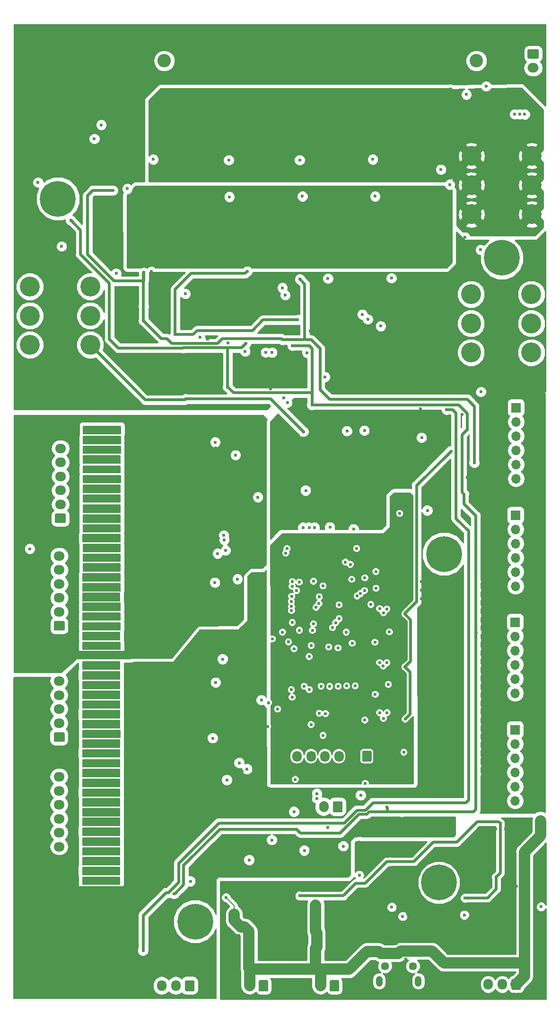
<source format=gbr>
G04 #@! TF.GenerationSoftware,KiCad,Pcbnew,(5.0.0-rc2-198-gb8bbb15aa)*
G04 #@! TF.CreationDate,2022-04-06T08:22:02-07:00*
G04 #@! TF.ProjectId,BMS_01,424D535F30312E6B696361645F706362,rev?*
G04 #@! TF.SameCoordinates,Original*
G04 #@! TF.FileFunction,Copper,L3,Inr,Mixed*
G04 #@! TF.FilePolarity,Positive*
%FSLAX46Y46*%
G04 Gerber Fmt 4.6, Leading zero omitted, Abs format (unit mm)*
G04 Created by KiCad (PCBNEW (5.0.0-rc2-198-gb8bbb15aa)) date 04/06/22 08:22:02*
%MOMM*%
%LPD*%
G01*
G04 APERTURE LIST*
G04 #@! TA.AperFunction,Conductor*
%ADD10C,0.100000*%
G04 #@! TD*
G04 #@! TA.AperFunction,ViaPad*
%ADD11C,1.700000*%
G04 #@! TD*
G04 #@! TA.AperFunction,ViaPad*
%ADD12O,1.700000X1.950000*%
G04 #@! TD*
G04 #@! TA.AperFunction,ViaPad*
%ADD13C,2.400000*%
G04 #@! TD*
G04 #@! TA.AperFunction,ViaPad*
%ADD14O,2.400000X2.400000*%
G04 #@! TD*
G04 #@! TA.AperFunction,ViaPad*
%ADD15C,1.450000*%
G04 #@! TD*
G04 #@! TA.AperFunction,ViaPad*
%ADD16O,1.200000X1.900000*%
G04 #@! TD*
G04 #@! TA.AperFunction,ViaPad*
%ADD17C,3.570000*%
G04 #@! TD*
G04 #@! TA.AperFunction,ViaPad*
%ADD18O,1.950000X1.700000*%
G04 #@! TD*
G04 #@! TA.AperFunction,ViaPad*
%ADD19O,1.700000X2.000000*%
G04 #@! TD*
G04 #@! TA.AperFunction,ViaPad*
%ADD20O,2.000000X1.700000*%
G04 #@! TD*
G04 #@! TA.AperFunction,ViaPad*
%ADD21R,1.700000X1.700000*%
G04 #@! TD*
G04 #@! TA.AperFunction,ViaPad*
%ADD22O,1.700000X1.700000*%
G04 #@! TD*
G04 #@! TA.AperFunction,ViaPad*
%ADD23C,0.800000*%
G04 #@! TD*
G04 #@! TA.AperFunction,ViaPad*
%ADD24C,6.400000*%
G04 #@! TD*
G04 #@! TA.AperFunction,ViaPad*
%ADD25C,0.600000*%
G04 #@! TD*
G04 #@! TA.AperFunction,Conductor*
%ADD26C,0.500000*%
G04 #@! TD*
G04 #@! TA.AperFunction,Conductor*
%ADD27C,1.500000*%
G04 #@! TD*
G04 #@! TA.AperFunction,Conductor*
%ADD28C,2.000000*%
G04 #@! TD*
G04 #@! TA.AperFunction,Conductor*
%ADD29C,0.200000*%
G04 #@! TD*
G04 #@! TA.AperFunction,Conductor*
%ADD30C,1.000000*%
G04 #@! TD*
G04 #@! TA.AperFunction,Conductor*
%ADD31C,0.254000*%
G04 #@! TD*
G04 APERTURE END LIST*
D10*
G04 #@! TO.N,nRESET*
G04 #@! TO.C,J13*
G36*
X86855504Y-144426204D02*
X86879773Y-144429804D01*
X86903571Y-144435765D01*
X86926671Y-144444030D01*
X86948849Y-144454520D01*
X86969893Y-144467133D01*
X86989598Y-144481747D01*
X87007777Y-144498223D01*
X87024253Y-144516402D01*
X87038867Y-144536107D01*
X87051480Y-144557151D01*
X87061970Y-144579329D01*
X87070235Y-144602429D01*
X87076196Y-144626227D01*
X87079796Y-144650496D01*
X87081000Y-144675000D01*
X87081000Y-146125000D01*
X87079796Y-146149504D01*
X87076196Y-146173773D01*
X87070235Y-146197571D01*
X87061970Y-146220671D01*
X87051480Y-146242849D01*
X87038867Y-146263893D01*
X87024253Y-146283598D01*
X87007777Y-146301777D01*
X86989598Y-146318253D01*
X86969893Y-146332867D01*
X86948849Y-146345480D01*
X86926671Y-146355970D01*
X86903571Y-146364235D01*
X86879773Y-146370196D01*
X86855504Y-146373796D01*
X86831000Y-146375000D01*
X85631000Y-146375000D01*
X85606496Y-146373796D01*
X85582227Y-146370196D01*
X85558429Y-146364235D01*
X85535329Y-146355970D01*
X85513151Y-146345480D01*
X85492107Y-146332867D01*
X85472402Y-146318253D01*
X85454223Y-146301777D01*
X85437747Y-146283598D01*
X85423133Y-146263893D01*
X85410520Y-146242849D01*
X85400030Y-146220671D01*
X85391765Y-146197571D01*
X85385804Y-146173773D01*
X85382204Y-146149504D01*
X85381000Y-146125000D01*
X85381000Y-144675000D01*
X85382204Y-144650496D01*
X85385804Y-144626227D01*
X85391765Y-144602429D01*
X85400030Y-144579329D01*
X85410520Y-144557151D01*
X85423133Y-144536107D01*
X85437747Y-144516402D01*
X85454223Y-144498223D01*
X85472402Y-144481747D01*
X85492107Y-144467133D01*
X85513151Y-144454520D01*
X85535329Y-144444030D01*
X85558429Y-144435765D01*
X85582227Y-144429804D01*
X85606496Y-144426204D01*
X85631000Y-144425000D01*
X86831000Y-144425000D01*
X86855504Y-144426204D01*
X86855504Y-144426204D01*
G37*
D11*
X86231000Y-145400000D03*
D12*
G04 #@! TO.N,+3V3*
X83731000Y-145400000D03*
G04 #@! TO.N,GND*
X81231000Y-145400000D03*
G04 #@! TO.N,Net-(D28-Pad3)*
X78731000Y-145400000D03*
G04 #@! TO.N,Net-(D28-Pad2)*
X76231000Y-145400000D03*
G04 #@! TO.N,N/C*
X73731000Y-145400000D03*
G04 #@! TD*
D13*
G04 #@! TO.N,HV_PRECHARGE_OUT*
G04 #@! TO.C,R50*
X105841000Y-21073000D03*
D14*
G04 #@! TO.N,/TopLevel/Contactor/HV_precharge_switch*
X49961000Y-21073000D03*
G04 #@! TD*
D15*
G04 #@! TO.N,Net-(C96-Pad1)*
G04 #@! TO.C,J14*
X89450000Y-182900000D03*
X94450000Y-182900000D03*
D16*
X88450000Y-185600000D03*
X95450000Y-185600000D03*
G04 #@! TD*
D17*
G04 #@! TO.N,+BATT*
G04 #@! TO.C,J10*
X36707206Y-61437389D03*
X36707206Y-61437389D03*
X36707206Y-66647389D03*
X36707206Y-71857389D03*
X25907206Y-61437389D03*
X25907206Y-66647389D03*
X25907206Y-71857389D03*
G04 #@! TD*
G04 #@! TO.N,GND*
G04 #@! TO.C,J17*
X38075000Y-174080000D03*
X38075000Y-179290000D03*
X38075000Y-184500000D03*
X27275000Y-174080000D03*
X27275000Y-179290000D03*
X27275000Y-184500000D03*
X27275000Y-184500000D03*
G04 #@! TD*
G04 #@! TO.N,HV_DCDC_OUTPUT*
G04 #@! TO.C,J18*
X115675000Y-62805000D03*
X115675000Y-68015000D03*
X115675000Y-73225000D03*
X104875000Y-62805000D03*
X104875000Y-68015000D03*
X104875000Y-73225000D03*
X104875000Y-73225000D03*
G04 #@! TD*
G04 #@! TO.N,HV_EV_CHARGER_INPUT*
G04 #@! TO.C,J19*
X115747000Y-38091000D03*
X115747000Y-38091000D03*
X115747000Y-43301000D03*
X115747000Y-48511000D03*
X104947000Y-38091000D03*
X104947000Y-43301000D03*
X104947000Y-48511000D03*
G04 #@! TD*
D10*
G04 #@! TO.N,GND*
G04 #@! TO.C,J1*
G36*
X31914504Y-163226204D02*
X31938773Y-163229804D01*
X31962571Y-163235765D01*
X31985671Y-163244030D01*
X32007849Y-163254520D01*
X32028893Y-163267133D01*
X32048598Y-163281747D01*
X32066777Y-163298223D01*
X32083253Y-163316402D01*
X32097867Y-163336107D01*
X32110480Y-163357151D01*
X32120970Y-163379329D01*
X32129235Y-163402429D01*
X32135196Y-163426227D01*
X32138796Y-163450496D01*
X32140000Y-163475000D01*
X32140000Y-164675000D01*
X32138796Y-164699504D01*
X32135196Y-164723773D01*
X32129235Y-164747571D01*
X32120970Y-164770671D01*
X32110480Y-164792849D01*
X32097867Y-164813893D01*
X32083253Y-164833598D01*
X32066777Y-164851777D01*
X32048598Y-164868253D01*
X32028893Y-164882867D01*
X32007849Y-164895480D01*
X31985671Y-164905970D01*
X31962571Y-164914235D01*
X31938773Y-164920196D01*
X31914504Y-164923796D01*
X31890000Y-164925000D01*
X30440000Y-164925000D01*
X30415496Y-164923796D01*
X30391227Y-164920196D01*
X30367429Y-164914235D01*
X30344329Y-164905970D01*
X30322151Y-164895480D01*
X30301107Y-164882867D01*
X30281402Y-164868253D01*
X30263223Y-164851777D01*
X30246747Y-164833598D01*
X30232133Y-164813893D01*
X30219520Y-164792849D01*
X30209030Y-164770671D01*
X30200765Y-164747571D01*
X30194804Y-164723773D01*
X30191204Y-164699504D01*
X30190000Y-164675000D01*
X30190000Y-163475000D01*
X30191204Y-163450496D01*
X30194804Y-163426227D01*
X30200765Y-163402429D01*
X30209030Y-163379329D01*
X30219520Y-163357151D01*
X30232133Y-163336107D01*
X30246747Y-163316402D01*
X30263223Y-163298223D01*
X30281402Y-163281747D01*
X30301107Y-163267133D01*
X30322151Y-163254520D01*
X30344329Y-163244030D01*
X30367429Y-163235765D01*
X30391227Y-163229804D01*
X30415496Y-163226204D01*
X30440000Y-163225000D01*
X31890000Y-163225000D01*
X31914504Y-163226204D01*
X31914504Y-163226204D01*
G37*
D11*
X31165000Y-164075000D03*
D18*
G04 #@! TO.N,BANK_01*
X31165000Y-161575000D03*
G04 #@! TO.N,BANK_02*
X31165000Y-159075000D03*
G04 #@! TO.N,BANK_03*
X31165000Y-156575000D03*
G04 #@! TO.N,BANK_04*
X31165000Y-154075000D03*
G04 #@! TO.N,BANK_05*
X31165000Y-151575000D03*
G04 #@! TO.N,BANK_06*
X31165000Y-149075000D03*
G04 #@! TD*
G04 #@! TO.N,BANK_12*
G04 #@! TO.C,J2*
X31165000Y-129477000D03*
G04 #@! TO.N,BANK_11*
X31165000Y-131977000D03*
G04 #@! TO.N,BANK_10*
X31165000Y-134477000D03*
G04 #@! TO.N,BANK_09*
X31165000Y-136977000D03*
G04 #@! TO.N,BANK_08*
X31165000Y-139477000D03*
D10*
G04 #@! TO.N,BANK_07*
G36*
X31914504Y-141128204D02*
X31938773Y-141131804D01*
X31962571Y-141137765D01*
X31985671Y-141146030D01*
X32007849Y-141156520D01*
X32028893Y-141169133D01*
X32048598Y-141183747D01*
X32066777Y-141200223D01*
X32083253Y-141218402D01*
X32097867Y-141238107D01*
X32110480Y-141259151D01*
X32120970Y-141281329D01*
X32129235Y-141304429D01*
X32135196Y-141328227D01*
X32138796Y-141352496D01*
X32140000Y-141377000D01*
X32140000Y-142577000D01*
X32138796Y-142601504D01*
X32135196Y-142625773D01*
X32129235Y-142649571D01*
X32120970Y-142672671D01*
X32110480Y-142694849D01*
X32097867Y-142715893D01*
X32083253Y-142735598D01*
X32066777Y-142753777D01*
X32048598Y-142770253D01*
X32028893Y-142784867D01*
X32007849Y-142797480D01*
X31985671Y-142807970D01*
X31962571Y-142816235D01*
X31938773Y-142822196D01*
X31914504Y-142825796D01*
X31890000Y-142827000D01*
X30440000Y-142827000D01*
X30415496Y-142825796D01*
X30391227Y-142822196D01*
X30367429Y-142816235D01*
X30344329Y-142807970D01*
X30322151Y-142797480D01*
X30301107Y-142784867D01*
X30281402Y-142770253D01*
X30263223Y-142753777D01*
X30246747Y-142735598D01*
X30232133Y-142715893D01*
X30219520Y-142694849D01*
X30209030Y-142672671D01*
X30200765Y-142649571D01*
X30194804Y-142625773D01*
X30191204Y-142601504D01*
X30190000Y-142577000D01*
X30190000Y-141377000D01*
X30191204Y-141352496D01*
X30194804Y-141328227D01*
X30200765Y-141304429D01*
X30209030Y-141281329D01*
X30219520Y-141259151D01*
X30232133Y-141238107D01*
X30246747Y-141218402D01*
X30263223Y-141200223D01*
X30281402Y-141183747D01*
X30301107Y-141169133D01*
X30322151Y-141156520D01*
X30344329Y-141146030D01*
X30367429Y-141137765D01*
X30391227Y-141131804D01*
X30415496Y-141128204D01*
X30440000Y-141127000D01*
X31890000Y-141127000D01*
X31914504Y-141128204D01*
X31914504Y-141128204D01*
G37*
D11*
X31165000Y-141977000D03*
G04 #@! TD*
D10*
G04 #@! TO.N,BANK_13*
G04 #@! TO.C,J3*
G36*
X31914504Y-121236204D02*
X31938773Y-121239804D01*
X31962571Y-121245765D01*
X31985671Y-121254030D01*
X32007849Y-121264520D01*
X32028893Y-121277133D01*
X32048598Y-121291747D01*
X32066777Y-121308223D01*
X32083253Y-121326402D01*
X32097867Y-121346107D01*
X32110480Y-121367151D01*
X32120970Y-121389329D01*
X32129235Y-121412429D01*
X32135196Y-121436227D01*
X32138796Y-121460496D01*
X32140000Y-121485000D01*
X32140000Y-122685000D01*
X32138796Y-122709504D01*
X32135196Y-122733773D01*
X32129235Y-122757571D01*
X32120970Y-122780671D01*
X32110480Y-122802849D01*
X32097867Y-122823893D01*
X32083253Y-122843598D01*
X32066777Y-122861777D01*
X32048598Y-122878253D01*
X32028893Y-122892867D01*
X32007849Y-122905480D01*
X31985671Y-122915970D01*
X31962571Y-122924235D01*
X31938773Y-122930196D01*
X31914504Y-122933796D01*
X31890000Y-122935000D01*
X30440000Y-122935000D01*
X30415496Y-122933796D01*
X30391227Y-122930196D01*
X30367429Y-122924235D01*
X30344329Y-122915970D01*
X30322151Y-122905480D01*
X30301107Y-122892867D01*
X30281402Y-122878253D01*
X30263223Y-122861777D01*
X30246747Y-122843598D01*
X30232133Y-122823893D01*
X30219520Y-122802849D01*
X30209030Y-122780671D01*
X30200765Y-122757571D01*
X30194804Y-122733773D01*
X30191204Y-122709504D01*
X30190000Y-122685000D01*
X30190000Y-121485000D01*
X30191204Y-121460496D01*
X30194804Y-121436227D01*
X30200765Y-121412429D01*
X30209030Y-121389329D01*
X30219520Y-121367151D01*
X30232133Y-121346107D01*
X30246747Y-121326402D01*
X30263223Y-121308223D01*
X30281402Y-121291747D01*
X30301107Y-121277133D01*
X30322151Y-121264520D01*
X30344329Y-121254030D01*
X30367429Y-121245765D01*
X30391227Y-121239804D01*
X30415496Y-121236204D01*
X30440000Y-121235000D01*
X31890000Y-121235000D01*
X31914504Y-121236204D01*
X31914504Y-121236204D01*
G37*
D11*
X31165000Y-122085000D03*
D18*
G04 #@! TO.N,BANK_14*
X31165000Y-119585000D03*
G04 #@! TO.N,BANK_15*
X31165000Y-117085000D03*
G04 #@! TO.N,BANK_16*
X31165000Y-114585000D03*
G04 #@! TO.N,BANK_17*
X31165000Y-112085000D03*
G04 #@! TO.N,BANK_18*
X31165000Y-109585000D03*
G04 #@! TD*
G04 #@! TO.N,BANK_24*
G04 #@! TO.C,J4*
X31375000Y-90361000D03*
G04 #@! TO.N,BANK_23*
X31375000Y-92861000D03*
G04 #@! TO.N,BANK_22*
X31375000Y-95361000D03*
G04 #@! TO.N,BANK_21*
X31375000Y-97861000D03*
G04 #@! TO.N,BANK_20*
X31375000Y-100361000D03*
D10*
G04 #@! TO.N,BANK_19*
G36*
X32124504Y-102012204D02*
X32148773Y-102015804D01*
X32172571Y-102021765D01*
X32195671Y-102030030D01*
X32217849Y-102040520D01*
X32238893Y-102053133D01*
X32258598Y-102067747D01*
X32276777Y-102084223D01*
X32293253Y-102102402D01*
X32307867Y-102122107D01*
X32320480Y-102143151D01*
X32330970Y-102165329D01*
X32339235Y-102188429D01*
X32345196Y-102212227D01*
X32348796Y-102236496D01*
X32350000Y-102261000D01*
X32350000Y-103461000D01*
X32348796Y-103485504D01*
X32345196Y-103509773D01*
X32339235Y-103533571D01*
X32330970Y-103556671D01*
X32320480Y-103578849D01*
X32307867Y-103599893D01*
X32293253Y-103619598D01*
X32276777Y-103637777D01*
X32258598Y-103654253D01*
X32238893Y-103668867D01*
X32217849Y-103681480D01*
X32195671Y-103691970D01*
X32172571Y-103700235D01*
X32148773Y-103706196D01*
X32124504Y-103709796D01*
X32100000Y-103711000D01*
X30650000Y-103711000D01*
X30625496Y-103709796D01*
X30601227Y-103706196D01*
X30577429Y-103700235D01*
X30554329Y-103691970D01*
X30532151Y-103681480D01*
X30511107Y-103668867D01*
X30491402Y-103654253D01*
X30473223Y-103637777D01*
X30456747Y-103619598D01*
X30442133Y-103599893D01*
X30429520Y-103578849D01*
X30419030Y-103556671D01*
X30410765Y-103533571D01*
X30404804Y-103509773D01*
X30401204Y-103485504D01*
X30400000Y-103461000D01*
X30400000Y-102261000D01*
X30401204Y-102236496D01*
X30404804Y-102212227D01*
X30410765Y-102188429D01*
X30419030Y-102165329D01*
X30429520Y-102143151D01*
X30442133Y-102122107D01*
X30456747Y-102102402D01*
X30473223Y-102084223D01*
X30491402Y-102067747D01*
X30511107Y-102053133D01*
X30532151Y-102040520D01*
X30554329Y-102030030D01*
X30577429Y-102021765D01*
X30601227Y-102015804D01*
X30625496Y-102012204D01*
X30650000Y-102011000D01*
X32100000Y-102011000D01*
X32124504Y-102012204D01*
X32124504Y-102012204D01*
G37*
D11*
X31375000Y-102861000D03*
G04 #@! TD*
D10*
G04 #@! TO.N,Transducer_Input*
G04 #@! TO.C,J9*
G36*
X55157504Y-185453204D02*
X55181773Y-185456804D01*
X55205571Y-185462765D01*
X55228671Y-185471030D01*
X55250849Y-185481520D01*
X55271893Y-185494133D01*
X55291598Y-185508747D01*
X55309777Y-185525223D01*
X55326253Y-185543402D01*
X55340867Y-185563107D01*
X55353480Y-185584151D01*
X55363970Y-185606329D01*
X55372235Y-185629429D01*
X55378196Y-185653227D01*
X55381796Y-185677496D01*
X55383000Y-185702000D01*
X55383000Y-187152000D01*
X55381796Y-187176504D01*
X55378196Y-187200773D01*
X55372235Y-187224571D01*
X55363970Y-187247671D01*
X55353480Y-187269849D01*
X55340867Y-187290893D01*
X55326253Y-187310598D01*
X55309777Y-187328777D01*
X55291598Y-187345253D01*
X55271893Y-187359867D01*
X55250849Y-187372480D01*
X55228671Y-187382970D01*
X55205571Y-187391235D01*
X55181773Y-187397196D01*
X55157504Y-187400796D01*
X55133000Y-187402000D01*
X53933000Y-187402000D01*
X53908496Y-187400796D01*
X53884227Y-187397196D01*
X53860429Y-187391235D01*
X53837329Y-187382970D01*
X53815151Y-187372480D01*
X53794107Y-187359867D01*
X53774402Y-187345253D01*
X53756223Y-187328777D01*
X53739747Y-187310598D01*
X53725133Y-187290893D01*
X53712520Y-187269849D01*
X53702030Y-187247671D01*
X53693765Y-187224571D01*
X53687804Y-187200773D01*
X53684204Y-187176504D01*
X53683000Y-187152000D01*
X53683000Y-185702000D01*
X53684204Y-185677496D01*
X53687804Y-185653227D01*
X53693765Y-185629429D01*
X53702030Y-185606329D01*
X53712520Y-185584151D01*
X53725133Y-185563107D01*
X53739747Y-185543402D01*
X53756223Y-185525223D01*
X53774402Y-185508747D01*
X53794107Y-185494133D01*
X53815151Y-185481520D01*
X53837329Y-185471030D01*
X53860429Y-185462765D01*
X53884227Y-185456804D01*
X53908496Y-185453204D01*
X53933000Y-185452000D01*
X55133000Y-185452000D01*
X55157504Y-185453204D01*
X55157504Y-185453204D01*
G37*
D11*
X54533000Y-186427000D03*
D12*
G04 #@! TO.N,Transducer_Ref*
X52033000Y-186427000D03*
G04 #@! TO.N,Transducer_Pwr*
X49533000Y-186427000D03*
G04 #@! TO.N,GND*
X47033000Y-186427000D03*
G04 #@! TD*
D19*
G04 #@! TO.N,12V_POWER*
G04 #@! TO.C,J12*
X65241000Y-186427000D03*
D10*
G04 #@! TO.N,CONTACTOR_PWM_2_OUT*
G36*
X68365504Y-185428204D02*
X68389773Y-185431804D01*
X68413571Y-185437765D01*
X68436671Y-185446030D01*
X68458849Y-185456520D01*
X68479893Y-185469133D01*
X68499598Y-185483747D01*
X68517777Y-185500223D01*
X68534253Y-185518402D01*
X68548867Y-185538107D01*
X68561480Y-185559151D01*
X68571970Y-185581329D01*
X68580235Y-185604429D01*
X68586196Y-185628227D01*
X68589796Y-185652496D01*
X68591000Y-185677000D01*
X68591000Y-187177000D01*
X68589796Y-187201504D01*
X68586196Y-187225773D01*
X68580235Y-187249571D01*
X68571970Y-187272671D01*
X68561480Y-187294849D01*
X68548867Y-187315893D01*
X68534253Y-187335598D01*
X68517777Y-187353777D01*
X68499598Y-187370253D01*
X68479893Y-187384867D01*
X68458849Y-187397480D01*
X68436671Y-187407970D01*
X68413571Y-187416235D01*
X68389773Y-187422196D01*
X68365504Y-187425796D01*
X68341000Y-187427000D01*
X67141000Y-187427000D01*
X67116496Y-187425796D01*
X67092227Y-187422196D01*
X67068429Y-187416235D01*
X67045329Y-187407970D01*
X67023151Y-187397480D01*
X67002107Y-187384867D01*
X66982402Y-187370253D01*
X66964223Y-187353777D01*
X66947747Y-187335598D01*
X66933133Y-187315893D01*
X66920520Y-187294849D01*
X66910030Y-187272671D01*
X66901765Y-187249571D01*
X66895804Y-187225773D01*
X66892204Y-187201504D01*
X66891000Y-187177000D01*
X66891000Y-185677000D01*
X66892204Y-185652496D01*
X66895804Y-185628227D01*
X66901765Y-185604429D01*
X66910030Y-185581329D01*
X66920520Y-185559151D01*
X66933133Y-185538107D01*
X66947747Y-185518402D01*
X66964223Y-185500223D01*
X66982402Y-185483747D01*
X67002107Y-185469133D01*
X67023151Y-185456520D01*
X67045329Y-185446030D01*
X67068429Y-185437765D01*
X67092227Y-185431804D01*
X67116496Y-185428204D01*
X67141000Y-185427000D01*
X68341000Y-185427000D01*
X68365504Y-185428204D01*
X68365504Y-185428204D01*
G37*
D11*
X67741000Y-186427000D03*
G04 #@! TD*
D10*
G04 #@! TO.N,CONTACTOR_PWM_1_OUT*
G04 #@! TO.C,J15*
G36*
X81065504Y-185428204D02*
X81089773Y-185431804D01*
X81113571Y-185437765D01*
X81136671Y-185446030D01*
X81158849Y-185456520D01*
X81179893Y-185469133D01*
X81199598Y-185483747D01*
X81217777Y-185500223D01*
X81234253Y-185518402D01*
X81248867Y-185538107D01*
X81261480Y-185559151D01*
X81271970Y-185581329D01*
X81280235Y-185604429D01*
X81286196Y-185628227D01*
X81289796Y-185652496D01*
X81291000Y-185677000D01*
X81291000Y-187177000D01*
X81289796Y-187201504D01*
X81286196Y-187225773D01*
X81280235Y-187249571D01*
X81271970Y-187272671D01*
X81261480Y-187294849D01*
X81248867Y-187315893D01*
X81234253Y-187335598D01*
X81217777Y-187353777D01*
X81199598Y-187370253D01*
X81179893Y-187384867D01*
X81158849Y-187397480D01*
X81136671Y-187407970D01*
X81113571Y-187416235D01*
X81089773Y-187422196D01*
X81065504Y-187425796D01*
X81041000Y-187427000D01*
X79841000Y-187427000D01*
X79816496Y-187425796D01*
X79792227Y-187422196D01*
X79768429Y-187416235D01*
X79745329Y-187407970D01*
X79723151Y-187397480D01*
X79702107Y-187384867D01*
X79682402Y-187370253D01*
X79664223Y-187353777D01*
X79647747Y-187335598D01*
X79633133Y-187315893D01*
X79620520Y-187294849D01*
X79610030Y-187272671D01*
X79601765Y-187249571D01*
X79595804Y-187225773D01*
X79592204Y-187201504D01*
X79591000Y-187177000D01*
X79591000Y-185677000D01*
X79592204Y-185652496D01*
X79595804Y-185628227D01*
X79601765Y-185604429D01*
X79610030Y-185581329D01*
X79620520Y-185559151D01*
X79633133Y-185538107D01*
X79647747Y-185518402D01*
X79664223Y-185500223D01*
X79682402Y-185483747D01*
X79702107Y-185469133D01*
X79723151Y-185456520D01*
X79745329Y-185446030D01*
X79768429Y-185437765D01*
X79792227Y-185431804D01*
X79816496Y-185428204D01*
X79841000Y-185427000D01*
X81041000Y-185427000D01*
X81065504Y-185428204D01*
X81065504Y-185428204D01*
G37*
D11*
X80441000Y-186427000D03*
D19*
G04 #@! TO.N,12V_POWER*
X77941000Y-186427000D03*
G04 #@! TD*
D10*
G04 #@! TO.N,HV_PRECHARGE_OUT*
G04 #@! TO.C,J16*
G36*
X116775504Y-18994204D02*
X116799773Y-18997804D01*
X116823571Y-19003765D01*
X116846671Y-19012030D01*
X116868849Y-19022520D01*
X116889893Y-19035133D01*
X116909598Y-19049747D01*
X116927777Y-19066223D01*
X116944253Y-19084402D01*
X116958867Y-19104107D01*
X116971480Y-19125151D01*
X116981970Y-19147329D01*
X116990235Y-19170429D01*
X116996196Y-19194227D01*
X116999796Y-19218496D01*
X117001000Y-19243000D01*
X117001000Y-20443000D01*
X116999796Y-20467504D01*
X116996196Y-20491773D01*
X116990235Y-20515571D01*
X116981970Y-20538671D01*
X116971480Y-20560849D01*
X116958867Y-20581893D01*
X116944253Y-20601598D01*
X116927777Y-20619777D01*
X116909598Y-20636253D01*
X116889893Y-20650867D01*
X116868849Y-20663480D01*
X116846671Y-20673970D01*
X116823571Y-20682235D01*
X116799773Y-20688196D01*
X116775504Y-20691796D01*
X116751000Y-20693000D01*
X115251000Y-20693000D01*
X115226496Y-20691796D01*
X115202227Y-20688196D01*
X115178429Y-20682235D01*
X115155329Y-20673970D01*
X115133151Y-20663480D01*
X115112107Y-20650867D01*
X115092402Y-20636253D01*
X115074223Y-20619777D01*
X115057747Y-20601598D01*
X115043133Y-20581893D01*
X115030520Y-20560849D01*
X115020030Y-20538671D01*
X115011765Y-20515571D01*
X115005804Y-20491773D01*
X115002204Y-20467504D01*
X115001000Y-20443000D01*
X115001000Y-19243000D01*
X115002204Y-19218496D01*
X115005804Y-19194227D01*
X115011765Y-19170429D01*
X115020030Y-19147329D01*
X115030520Y-19125151D01*
X115043133Y-19104107D01*
X115057747Y-19084402D01*
X115074223Y-19066223D01*
X115092402Y-19049747D01*
X115112107Y-19035133D01*
X115133151Y-19022520D01*
X115155329Y-19012030D01*
X115178429Y-19003765D01*
X115202227Y-18997804D01*
X115226496Y-18994204D01*
X115251000Y-18993000D01*
X116751000Y-18993000D01*
X116775504Y-18994204D01*
X116775504Y-18994204D01*
G37*
D11*
X116001000Y-19843000D03*
D20*
G04 #@! TO.N,N/C*
X116001000Y-22343000D03*
G04 #@! TD*
D21*
G04 #@! TO.N,NTC_6_OUT*
G04 #@! TO.C,J5*
X112800000Y-140675000D03*
D22*
G04 #@! TO.N,GND*
X115340000Y-140675000D03*
G04 #@! TO.N,NTC_5_OUT*
X112800000Y-143215000D03*
G04 #@! TO.N,GND*
X115340000Y-143215000D03*
G04 #@! TO.N,NTC_4_OUT*
X112800000Y-145755000D03*
G04 #@! TO.N,GND*
X115340000Y-145755000D03*
G04 #@! TO.N,NTC_3_OUT*
X112800000Y-148295000D03*
G04 #@! TO.N,GND*
X115340000Y-148295000D03*
G04 #@! TO.N,NTC_2_OUT*
X112800000Y-150835000D03*
G04 #@! TO.N,GND*
X115340000Y-150835000D03*
G04 #@! TO.N,NTC_1_OUT*
X112800000Y-153375000D03*
G04 #@! TO.N,GND*
X115340000Y-153375000D03*
G04 #@! TD*
G04 #@! TO.N,GND*
G04 #@! TO.C,J6*
X115340000Y-134125000D03*
G04 #@! TO.N,NTC_7_OUT*
X112800000Y-134125000D03*
G04 #@! TO.N,GND*
X115340000Y-131585000D03*
G04 #@! TO.N,NTC_8_OUT*
X112800000Y-131585000D03*
G04 #@! TO.N,GND*
X115340000Y-129045000D03*
G04 #@! TO.N,NTC_9_OUT*
X112800000Y-129045000D03*
G04 #@! TO.N,GND*
X115340000Y-126505000D03*
G04 #@! TO.N,NTC_10_OUT*
X112800000Y-126505000D03*
G04 #@! TO.N,GND*
X115340000Y-123965000D03*
G04 #@! TO.N,NTC_11_OUT*
X112800000Y-123965000D03*
G04 #@! TO.N,GND*
X115340000Y-121425000D03*
D21*
G04 #@! TO.N,NTC_12_OUT*
X112800000Y-121425000D03*
G04 #@! TD*
G04 #@! TO.N,NTC_18_OUT*
G04 #@! TO.C,J7*
X112875000Y-102300000D03*
D22*
G04 #@! TO.N,GND*
X115415000Y-102300000D03*
G04 #@! TO.N,NTC_17_OUT*
X112875000Y-104840000D03*
G04 #@! TO.N,GND*
X115415000Y-104840000D03*
G04 #@! TO.N,NTC_16_OUT*
X112875000Y-107380000D03*
G04 #@! TO.N,GND*
X115415000Y-107380000D03*
G04 #@! TO.N,NTC_15_OUT*
X112875000Y-109920000D03*
G04 #@! TO.N,GND*
X115415000Y-109920000D03*
G04 #@! TO.N,NTC_14_OUT*
X112875000Y-112460000D03*
G04 #@! TO.N,GND*
X115415000Y-112460000D03*
G04 #@! TO.N,NTC_13_OUT*
X112875000Y-115000000D03*
G04 #@! TO.N,GND*
X115415000Y-115000000D03*
G04 #@! TD*
G04 #@! TO.N,GND*
G04 #@! TO.C,J8*
X115500000Y-95795000D03*
G04 #@! TO.N,NTC_19_OUT*
X112960000Y-95795000D03*
G04 #@! TO.N,GND*
X115500000Y-93255000D03*
G04 #@! TO.N,NTC_20_OUT*
X112960000Y-93255000D03*
G04 #@! TO.N,GND*
X115500000Y-90715000D03*
G04 #@! TO.N,NTC_21_OUT*
X112960000Y-90715000D03*
G04 #@! TO.N,GND*
X115500000Y-88175000D03*
G04 #@! TO.N,NTC_22_OUT*
X112960000Y-88175000D03*
G04 #@! TO.N,GND*
X115500000Y-85635000D03*
G04 #@! TO.N,NTC_23_OUT*
X112960000Y-85635000D03*
G04 #@! TO.N,GND*
X115500000Y-83095000D03*
D21*
G04 #@! TO.N,NTC_24_OUT*
X112960000Y-83095000D03*
G04 #@! TD*
D10*
G04 #@! TO.N,12V_POWER*
G04 #@! TO.C,J11*
G36*
X113577504Y-185199204D02*
X113601773Y-185202804D01*
X113625571Y-185208765D01*
X113648671Y-185217030D01*
X113670849Y-185227520D01*
X113691893Y-185240133D01*
X113711598Y-185254747D01*
X113729777Y-185271223D01*
X113746253Y-185289402D01*
X113760867Y-185309107D01*
X113773480Y-185330151D01*
X113783970Y-185352329D01*
X113792235Y-185375429D01*
X113798196Y-185399227D01*
X113801796Y-185423496D01*
X113803000Y-185448000D01*
X113803000Y-186898000D01*
X113801796Y-186922504D01*
X113798196Y-186946773D01*
X113792235Y-186970571D01*
X113783970Y-186993671D01*
X113773480Y-187015849D01*
X113760867Y-187036893D01*
X113746253Y-187056598D01*
X113729777Y-187074777D01*
X113711598Y-187091253D01*
X113691893Y-187105867D01*
X113670849Y-187118480D01*
X113648671Y-187128970D01*
X113625571Y-187137235D01*
X113601773Y-187143196D01*
X113577504Y-187146796D01*
X113553000Y-187148000D01*
X112353000Y-187148000D01*
X112328496Y-187146796D01*
X112304227Y-187143196D01*
X112280429Y-187137235D01*
X112257329Y-187128970D01*
X112235151Y-187118480D01*
X112214107Y-187105867D01*
X112194402Y-187091253D01*
X112176223Y-187074777D01*
X112159747Y-187056598D01*
X112145133Y-187036893D01*
X112132520Y-187015849D01*
X112122030Y-186993671D01*
X112113765Y-186970571D01*
X112107804Y-186946773D01*
X112104204Y-186922504D01*
X112103000Y-186898000D01*
X112103000Y-185448000D01*
X112104204Y-185423496D01*
X112107804Y-185399227D01*
X112113765Y-185375429D01*
X112122030Y-185352329D01*
X112132520Y-185330151D01*
X112145133Y-185309107D01*
X112159747Y-185289402D01*
X112176223Y-185271223D01*
X112194402Y-185254747D01*
X112214107Y-185240133D01*
X112235151Y-185227520D01*
X112257329Y-185217030D01*
X112280429Y-185208765D01*
X112304227Y-185202804D01*
X112328496Y-185199204D01*
X112353000Y-185198000D01*
X113553000Y-185198000D01*
X113577504Y-185199204D01*
X113577504Y-185199204D01*
G37*
D11*
X112953000Y-186173000D03*
D12*
G04 #@! TO.N,CAN_P*
X110453000Y-186173000D03*
G04 #@! TO.N,CAN_N*
X107953000Y-186173000D03*
G04 #@! TO.N,GND1*
X105453000Y-186173000D03*
G04 #@! TD*
D23*
G04 #@! TO.N,Net-(C125-Pad1)*
G04 #@! TO.C,H1*
X100822056Y-166277944D03*
X99125000Y-165575000D03*
X97427944Y-166277944D03*
X96725000Y-167975000D03*
X97427944Y-169672056D03*
X99125000Y-170375000D03*
X100822056Y-169672056D03*
X101525000Y-167975000D03*
D24*
X99125000Y-167975000D03*
G04 #@! TD*
G04 #@! TO.N,Net-(C126-Pad1)*
G04 #@! TO.C,H2*
X55525000Y-174950000D03*
D23*
X57925000Y-174950000D03*
X57222056Y-176647056D03*
X55525000Y-177350000D03*
X53827944Y-176647056D03*
X53125000Y-174950000D03*
X53827944Y-173252944D03*
X55525000Y-172550000D03*
X57222056Y-173252944D03*
G04 #@! TD*
D24*
G04 #@! TO.N,Net-(C128-Pad1)*
G04 #@! TO.C,H3*
X110400000Y-56300000D03*
D23*
X112800000Y-56300000D03*
X112097056Y-57997056D03*
X110400000Y-58700000D03*
X108702944Y-57997056D03*
X108000000Y-56300000D03*
X108702944Y-54602944D03*
X110400000Y-53900000D03*
X112097056Y-54602944D03*
G04 #@! TD*
D24*
G04 #@! TO.N,Net-(C135-Pad1)*
G04 #@! TO.C,H4*
X100100000Y-109250000D03*
D23*
X102500000Y-109250000D03*
X101797056Y-110947056D03*
X100100000Y-111650000D03*
X98402944Y-110947056D03*
X97700000Y-109250000D03*
X98402944Y-107552944D03*
X100100000Y-106850000D03*
X101797056Y-107552944D03*
G04 #@! TD*
G04 #@! TO.N,Net-(C137-Pad1)*
G04 #@! TO.C,H5*
X32622056Y-44052944D03*
X30925000Y-43350000D03*
X29227944Y-44052944D03*
X28525000Y-45750000D03*
X29227944Y-47447056D03*
X30925000Y-48150000D03*
X32622056Y-47447056D03*
X33325000Y-45750000D03*
D24*
X30925000Y-45750000D03*
G04 #@! TD*
D10*
G04 #@! TO.N,SHUNT_N*
G04 #@! TO.C,J20*
G36*
X81649504Y-153426204D02*
X81673773Y-153429804D01*
X81697571Y-153435765D01*
X81720671Y-153444030D01*
X81742849Y-153454520D01*
X81763893Y-153467133D01*
X81783598Y-153481747D01*
X81801777Y-153498223D01*
X81818253Y-153516402D01*
X81832867Y-153536107D01*
X81845480Y-153557151D01*
X81855970Y-153579329D01*
X81864235Y-153602429D01*
X81870196Y-153626227D01*
X81873796Y-153650496D01*
X81875000Y-153675000D01*
X81875000Y-155175000D01*
X81873796Y-155199504D01*
X81870196Y-155223773D01*
X81864235Y-155247571D01*
X81855970Y-155270671D01*
X81845480Y-155292849D01*
X81832867Y-155313893D01*
X81818253Y-155333598D01*
X81801777Y-155351777D01*
X81783598Y-155368253D01*
X81763893Y-155382867D01*
X81742849Y-155395480D01*
X81720671Y-155405970D01*
X81697571Y-155414235D01*
X81673773Y-155420196D01*
X81649504Y-155423796D01*
X81625000Y-155425000D01*
X80425000Y-155425000D01*
X80400496Y-155423796D01*
X80376227Y-155420196D01*
X80352429Y-155414235D01*
X80329329Y-155405970D01*
X80307151Y-155395480D01*
X80286107Y-155382867D01*
X80266402Y-155368253D01*
X80248223Y-155351777D01*
X80231747Y-155333598D01*
X80217133Y-155313893D01*
X80204520Y-155292849D01*
X80194030Y-155270671D01*
X80185765Y-155247571D01*
X80179804Y-155223773D01*
X80176204Y-155199504D01*
X80175000Y-155175000D01*
X80175000Y-153675000D01*
X80176204Y-153650496D01*
X80179804Y-153626227D01*
X80185765Y-153602429D01*
X80194030Y-153579329D01*
X80204520Y-153557151D01*
X80217133Y-153536107D01*
X80231747Y-153516402D01*
X80248223Y-153498223D01*
X80266402Y-153481747D01*
X80286107Y-153467133D01*
X80307151Y-153454520D01*
X80329329Y-153444030D01*
X80352429Y-153435765D01*
X80376227Y-153429804D01*
X80400496Y-153426204D01*
X80425000Y-153425000D01*
X81625000Y-153425000D01*
X81649504Y-153426204D01*
X81649504Y-153426204D01*
G37*
D11*
X81025000Y-154425000D03*
D19*
G04 #@! TO.N,SHUNT_P*
X78525000Y-154425000D03*
G04 #@! TD*
D25*
G04 #@! TO.N,BANK_12*
X25550000Y-95950000D03*
X26450000Y-95925000D03*
G04 #@! TO.N,HV_EV_CHARGER_INPUT*
X49500000Y-27500000D03*
X53500000Y-27500000D03*
X56500000Y-27500000D03*
X55500000Y-27500000D03*
X52500000Y-28500000D03*
X50500000Y-27500000D03*
X55500000Y-28500000D03*
X50500000Y-29500000D03*
X54500000Y-29500000D03*
X55500000Y-29500000D03*
X52500000Y-29500000D03*
X56500000Y-29500000D03*
X49500000Y-28500000D03*
X53500000Y-29500000D03*
X57500000Y-29500000D03*
X58500000Y-29500000D03*
X51500000Y-27500000D03*
X51500000Y-29500000D03*
X49500000Y-30500000D03*
X50500000Y-30500000D03*
X57500000Y-27500000D03*
X54500000Y-27500000D03*
X58500000Y-27500000D03*
X54500000Y-28500000D03*
X49500000Y-29500000D03*
X50500000Y-28500000D03*
X51500000Y-30500000D03*
X51500000Y-28500000D03*
X53500000Y-28500000D03*
X56500000Y-28500000D03*
X57500000Y-28500000D03*
X58500000Y-28500000D03*
X52500000Y-27500000D03*
X53500000Y-32500000D03*
X57500000Y-30500000D03*
X58500000Y-32500000D03*
X51500000Y-33500000D03*
X58500000Y-33500000D03*
X52500000Y-34500000D03*
X55500000Y-34500000D03*
X50500000Y-34500000D03*
X54500000Y-34500000D03*
X53500000Y-31500000D03*
X55500000Y-33500000D03*
X52500000Y-32500000D03*
X49500000Y-34500000D03*
X53500000Y-30500000D03*
X50500000Y-32500000D03*
X55500000Y-32500000D03*
X49500000Y-32500000D03*
X57500000Y-32500000D03*
X53500000Y-33500000D03*
X54500000Y-33500000D03*
X58500000Y-34500000D03*
X52500000Y-33500000D03*
X52500000Y-30500000D03*
X54500000Y-30500000D03*
X50500000Y-31500000D03*
X54500000Y-31500000D03*
X54500000Y-32500000D03*
X56500000Y-32500000D03*
X49500000Y-31500000D03*
X52500000Y-31500000D03*
X58500000Y-31500000D03*
X51500000Y-34500000D03*
X55500000Y-31500000D03*
X51500000Y-31500000D03*
X53500000Y-34500000D03*
X56500000Y-34500000D03*
X57500000Y-34500000D03*
X58500000Y-30500000D03*
X50500000Y-33500000D03*
X57500000Y-33500000D03*
X51500000Y-32500000D03*
X49500000Y-33500000D03*
X56500000Y-33500000D03*
X55500000Y-30500000D03*
X56500000Y-31500000D03*
X56500000Y-30500000D03*
X57500000Y-31500000D03*
X62500000Y-27500000D03*
X66500000Y-27500000D03*
X69500000Y-27500000D03*
X68500000Y-27500000D03*
X65500000Y-28500000D03*
X63500000Y-27500000D03*
X68500000Y-28500000D03*
X63500000Y-29500000D03*
X67500000Y-29500000D03*
X68500000Y-29500000D03*
X65500000Y-29500000D03*
X69500000Y-29500000D03*
X62500000Y-28500000D03*
X66500000Y-29500000D03*
X70500000Y-29500000D03*
X71500000Y-29500000D03*
X64500000Y-27500000D03*
X64500000Y-29500000D03*
X62500000Y-30500000D03*
X63500000Y-30500000D03*
X70500000Y-27500000D03*
X67500000Y-27500000D03*
X71500000Y-27500000D03*
X67500000Y-28500000D03*
X62500000Y-29500000D03*
X63500000Y-28500000D03*
X64500000Y-30500000D03*
X64500000Y-28500000D03*
X66500000Y-28500000D03*
X69500000Y-28500000D03*
X70500000Y-28500000D03*
X71500000Y-28500000D03*
X65500000Y-27500000D03*
X66500000Y-32500000D03*
X70500000Y-30500000D03*
X71500000Y-32500000D03*
X64500000Y-33500000D03*
X71500000Y-33500000D03*
X65500000Y-34500000D03*
X68500000Y-34500000D03*
X63500000Y-34500000D03*
X67500000Y-34500000D03*
X66500000Y-31500000D03*
X68500000Y-33500000D03*
X65500000Y-32500000D03*
X62500000Y-34500000D03*
X66500000Y-30500000D03*
X63500000Y-32500000D03*
X68500000Y-32500000D03*
X62500000Y-32500000D03*
X70500000Y-32500000D03*
X66500000Y-33500000D03*
X67500000Y-33500000D03*
X71500000Y-34500000D03*
X65500000Y-33500000D03*
X65500000Y-30500000D03*
X67500000Y-30500000D03*
X63500000Y-31500000D03*
X67500000Y-31500000D03*
X67500000Y-32500000D03*
X69500000Y-32500000D03*
X62500000Y-31500000D03*
X65500000Y-31500000D03*
X71500000Y-31500000D03*
X64500000Y-34500000D03*
X68500000Y-31500000D03*
X64500000Y-31500000D03*
X66500000Y-34500000D03*
X69500000Y-34500000D03*
X70500000Y-34500000D03*
X71500000Y-30500000D03*
X63500000Y-33500000D03*
X70500000Y-33500000D03*
X64500000Y-32500000D03*
X62500000Y-33500000D03*
X69500000Y-33500000D03*
X68500000Y-30500000D03*
X69500000Y-31500000D03*
X69500000Y-30500000D03*
X70500000Y-31500000D03*
X75500000Y-27500000D03*
X79500000Y-27500000D03*
X82500000Y-27500000D03*
X81500000Y-27500000D03*
X78500000Y-28500000D03*
X76500000Y-27500000D03*
X81500000Y-28500000D03*
X76500000Y-29500000D03*
X80500000Y-29500000D03*
X81500000Y-29500000D03*
X78500000Y-29500000D03*
X82500000Y-29500000D03*
X75500000Y-28500000D03*
X79500000Y-29500000D03*
X83500000Y-29500000D03*
X84500000Y-29500000D03*
X77500000Y-27500000D03*
X77500000Y-29500000D03*
X75500000Y-30500000D03*
X76500000Y-30500000D03*
X83500000Y-27500000D03*
X80500000Y-27500000D03*
X84500000Y-27500000D03*
X80500000Y-28500000D03*
X75500000Y-29500000D03*
X76500000Y-28500000D03*
X77500000Y-30500000D03*
X77500000Y-28500000D03*
X79500000Y-28500000D03*
X82500000Y-28500000D03*
X83500000Y-28500000D03*
X84500000Y-28500000D03*
X78500000Y-27500000D03*
X79500000Y-32500000D03*
X83500000Y-30500000D03*
X84500000Y-32500000D03*
X77500000Y-33500000D03*
X84500000Y-33500000D03*
X78500000Y-34500000D03*
X81500000Y-34500000D03*
X76500000Y-34500000D03*
X80500000Y-34500000D03*
X79500000Y-31500000D03*
X81500000Y-33500000D03*
X78500000Y-32500000D03*
X75500000Y-34500000D03*
X79500000Y-30500000D03*
X76500000Y-32500000D03*
X81500000Y-32500000D03*
X75500000Y-32500000D03*
X83500000Y-32500000D03*
X79500000Y-33500000D03*
X80500000Y-33500000D03*
X84500000Y-34500000D03*
X78500000Y-33500000D03*
X78500000Y-30500000D03*
X80500000Y-30500000D03*
X76500000Y-31500000D03*
X80500000Y-31500000D03*
X80500000Y-32500000D03*
X82500000Y-32500000D03*
X75500000Y-31500000D03*
X78500000Y-31500000D03*
X84500000Y-31500000D03*
X77500000Y-34500000D03*
X81500000Y-31500000D03*
X77500000Y-31500000D03*
X79500000Y-34500000D03*
X82500000Y-34500000D03*
X83500000Y-34500000D03*
X84500000Y-30500000D03*
X76500000Y-33500000D03*
X83500000Y-33500000D03*
X77500000Y-32500000D03*
X75500000Y-33500000D03*
X82500000Y-33500000D03*
X81500000Y-30500000D03*
X82500000Y-31500000D03*
X82500000Y-30500000D03*
X83500000Y-31500000D03*
X88500000Y-27500000D03*
X92500000Y-27500000D03*
X95500000Y-27500000D03*
X94500000Y-27500000D03*
X91500000Y-28500000D03*
X89500000Y-27500000D03*
X94500000Y-28500000D03*
X89500000Y-29500000D03*
X93500000Y-29500000D03*
X94500000Y-29500000D03*
X91500000Y-29500000D03*
X95500000Y-29500000D03*
X88500000Y-28500000D03*
X92500000Y-29500000D03*
X96500000Y-29500000D03*
X97500000Y-29500000D03*
X90500000Y-27500000D03*
X90500000Y-29500000D03*
X88500000Y-30500000D03*
X89500000Y-30500000D03*
X96500000Y-27500000D03*
X93500000Y-27500000D03*
X97500000Y-27500000D03*
X93500000Y-28500000D03*
X88500000Y-29500000D03*
X89500000Y-28500000D03*
X90500000Y-30500000D03*
X90500000Y-28500000D03*
X92500000Y-28500000D03*
X95500000Y-28500000D03*
X96500000Y-28500000D03*
X97500000Y-28500000D03*
X91500000Y-27500000D03*
X92500000Y-32500000D03*
X96500000Y-30500000D03*
X97500000Y-32500000D03*
X90500000Y-33500000D03*
X97500000Y-33500000D03*
X91500000Y-34500000D03*
X94500000Y-34500000D03*
X89500000Y-34500000D03*
X93500000Y-34500000D03*
X92500000Y-31500000D03*
X94500000Y-33500000D03*
X91500000Y-32500000D03*
X88500000Y-34500000D03*
X92500000Y-30500000D03*
X89500000Y-32500000D03*
X94500000Y-32500000D03*
X88500000Y-32500000D03*
X96500000Y-32500000D03*
X92500000Y-33500000D03*
X93500000Y-33500000D03*
X97500000Y-34500000D03*
X91500000Y-33500000D03*
X91500000Y-30500000D03*
X93500000Y-30500000D03*
X89500000Y-31500000D03*
X93500000Y-31500000D03*
X93500000Y-32500000D03*
X95500000Y-32500000D03*
X88500000Y-31500000D03*
X91500000Y-31500000D03*
X97500000Y-31500000D03*
X90500000Y-34500000D03*
X94500000Y-31500000D03*
X90500000Y-31500000D03*
X92500000Y-34500000D03*
X95500000Y-34500000D03*
X96500000Y-34500000D03*
X97500000Y-30500000D03*
X89500000Y-33500000D03*
X96500000Y-33500000D03*
X90500000Y-32500000D03*
X88500000Y-33500000D03*
X95500000Y-33500000D03*
X94500000Y-30500000D03*
X95500000Y-31500000D03*
X95500000Y-30500000D03*
X96500000Y-31500000D03*
G04 #@! TO.N,/TopLevel/ChargerAndDCDC/HV_ev_shunt*
X90500000Y-49500000D03*
X94500000Y-49500000D03*
X97500000Y-49500000D03*
X96500000Y-49500000D03*
X93500000Y-50500000D03*
X91500000Y-49500000D03*
X96500000Y-50500000D03*
X91500000Y-51500000D03*
X95500000Y-51500000D03*
X96500000Y-51500000D03*
X93500000Y-51500000D03*
X97500000Y-51500000D03*
X90500000Y-50500000D03*
X94500000Y-51500000D03*
X98500000Y-51500000D03*
X99500000Y-51500000D03*
X92500000Y-49500000D03*
X92500000Y-51500000D03*
X90500000Y-52500000D03*
X91500000Y-52500000D03*
X98500000Y-49500000D03*
X95500000Y-49500000D03*
X99500000Y-49500000D03*
X95500000Y-50500000D03*
X90500000Y-51500000D03*
X91500000Y-50500000D03*
X92500000Y-52500000D03*
X92500000Y-50500000D03*
X94500000Y-50500000D03*
X97500000Y-50500000D03*
X98500000Y-50500000D03*
X99500000Y-50500000D03*
X93500000Y-49500000D03*
X94500000Y-54500000D03*
X98500000Y-52500000D03*
X99500000Y-54500000D03*
X92500000Y-55500000D03*
X99500000Y-55500000D03*
X94500000Y-53500000D03*
X96500000Y-55500000D03*
X93500000Y-54500000D03*
X94500000Y-52500000D03*
X91500000Y-54500000D03*
X96500000Y-54500000D03*
X90500000Y-54500000D03*
X98500000Y-54500000D03*
X94500000Y-55500000D03*
X95500000Y-55500000D03*
X93500000Y-55500000D03*
X93500000Y-52500000D03*
X95500000Y-52500000D03*
X91500000Y-53500000D03*
X95500000Y-53500000D03*
X95500000Y-54500000D03*
X97500000Y-54500000D03*
X90500000Y-53500000D03*
X93500000Y-53500000D03*
X99500000Y-53500000D03*
X96500000Y-53500000D03*
X92500000Y-53500000D03*
X99500000Y-52500000D03*
X91500000Y-55500000D03*
X98500000Y-55500000D03*
X92500000Y-54500000D03*
X90500000Y-55500000D03*
X97500000Y-55500000D03*
X96500000Y-52500000D03*
X97500000Y-53500000D03*
X97500000Y-52500000D03*
X98500000Y-53500000D03*
X77500000Y-49500000D03*
X81500000Y-49500000D03*
X84500000Y-49500000D03*
X83500000Y-49500000D03*
X80500000Y-50500000D03*
X78500000Y-49500000D03*
X83500000Y-50500000D03*
X78500000Y-51500000D03*
X82500000Y-51500000D03*
X83500000Y-51500000D03*
X80500000Y-51500000D03*
X84500000Y-51500000D03*
X77500000Y-50500000D03*
X81500000Y-51500000D03*
X85500000Y-51500000D03*
X86500000Y-51500000D03*
X79500000Y-49500000D03*
X79500000Y-51500000D03*
X77500000Y-52500000D03*
X78500000Y-52500000D03*
X85500000Y-49500000D03*
X82500000Y-49500000D03*
X86500000Y-49500000D03*
X82500000Y-50500000D03*
X77500000Y-51500000D03*
X78500000Y-50500000D03*
X79500000Y-52500000D03*
X79500000Y-50500000D03*
X81500000Y-50500000D03*
X84500000Y-50500000D03*
X85500000Y-50500000D03*
X86500000Y-50500000D03*
X80500000Y-49500000D03*
X81500000Y-54500000D03*
X85500000Y-52500000D03*
X86500000Y-54500000D03*
X79500000Y-55500000D03*
X86500000Y-55500000D03*
X81500000Y-53500000D03*
X83500000Y-55500000D03*
X80500000Y-54500000D03*
X81500000Y-52500000D03*
X78500000Y-54500000D03*
X83500000Y-54500000D03*
X77500000Y-54500000D03*
X85500000Y-54500000D03*
X81500000Y-55500000D03*
X82500000Y-55500000D03*
X80500000Y-55500000D03*
X80500000Y-52500000D03*
X82500000Y-52500000D03*
X78500000Y-53500000D03*
X82500000Y-53500000D03*
X82500000Y-54500000D03*
X84500000Y-54500000D03*
X77500000Y-53500000D03*
X80500000Y-53500000D03*
X86500000Y-53500000D03*
X83500000Y-53500000D03*
X79500000Y-53500000D03*
X86500000Y-52500000D03*
X78500000Y-55500000D03*
X85500000Y-55500000D03*
X79500000Y-54500000D03*
X77500000Y-55500000D03*
X84500000Y-55500000D03*
X83500000Y-52500000D03*
X84500000Y-53500000D03*
X84500000Y-52500000D03*
X85500000Y-53500000D03*
X64500000Y-49500000D03*
X68500000Y-49500000D03*
X71500000Y-49500000D03*
X70500000Y-49500000D03*
X67500000Y-50500000D03*
X65500000Y-49500000D03*
X70500000Y-50500000D03*
X65500000Y-51500000D03*
X70500000Y-51500000D03*
X67500000Y-51500000D03*
X71500000Y-51500000D03*
X64500000Y-50500000D03*
X72500000Y-51500000D03*
X73500000Y-51500000D03*
X66500000Y-49500000D03*
X66500000Y-51500000D03*
X64500000Y-52500000D03*
X65500000Y-52500000D03*
X72500000Y-49500000D03*
X69500000Y-49500000D03*
X73500000Y-49500000D03*
X69500000Y-50500000D03*
X64500000Y-51500000D03*
X65500000Y-50500000D03*
X66500000Y-52500000D03*
X66500000Y-50500000D03*
X68500000Y-50500000D03*
X71500000Y-50500000D03*
X72500000Y-50500000D03*
X73500000Y-50500000D03*
X67500000Y-49500000D03*
X68500000Y-54500000D03*
X72500000Y-52500000D03*
X73500000Y-54500000D03*
X66500000Y-55500000D03*
X73500000Y-55500000D03*
X67500000Y-56500000D03*
X70500000Y-56500000D03*
X65500000Y-56500000D03*
X69500000Y-56500000D03*
X68500000Y-53500000D03*
X70500000Y-55500000D03*
X67500000Y-54500000D03*
X64500000Y-56500000D03*
X68500000Y-52500000D03*
X65500000Y-54500000D03*
X70500000Y-54500000D03*
X64500000Y-54500000D03*
X72500000Y-54500000D03*
X68500000Y-55500000D03*
X69500000Y-55500000D03*
X67500000Y-55500000D03*
X67500000Y-52500000D03*
X69500000Y-52500000D03*
X65500000Y-53500000D03*
X69500000Y-53500000D03*
X69500000Y-54500000D03*
X71500000Y-54500000D03*
X64500000Y-53500000D03*
X67500000Y-53500000D03*
X73500000Y-53500000D03*
X66500000Y-56500000D03*
X70500000Y-53500000D03*
X66500000Y-53500000D03*
X68500000Y-56500000D03*
X71500000Y-56500000D03*
X72500000Y-56500000D03*
X73500000Y-52500000D03*
X65500000Y-55500000D03*
X72500000Y-55500000D03*
X66500000Y-54500000D03*
X64500000Y-55500000D03*
X71500000Y-55500000D03*
X70500000Y-52500000D03*
X71500000Y-53500000D03*
X71500000Y-52500000D03*
X72500000Y-53500000D03*
X51500000Y-49500000D03*
G04 #@! TO.N,+3V3*
X93650000Y-103325000D03*
X81075000Y-137500000D03*
X65200000Y-163950000D03*
X71700000Y-149700000D03*
G04 #@! TO.N,+3.3VA*
X105725000Y-114175000D03*
X105750000Y-117225000D03*
X105775000Y-118700000D03*
X105775000Y-120225000D03*
X105775000Y-121750000D03*
X105800000Y-123225000D03*
X105750000Y-124700000D03*
X105750000Y-126225000D03*
X105775000Y-127725000D03*
X105750000Y-129175000D03*
X105750000Y-130725000D03*
X105750000Y-132200000D03*
X105750000Y-133725000D03*
X105750000Y-135200000D03*
X105750000Y-136675000D03*
X105775000Y-138200000D03*
X105750000Y-139725000D03*
X105775000Y-141200000D03*
X105750000Y-142625000D03*
X105750000Y-144125000D03*
X105725000Y-145600000D03*
X105750000Y-147100000D03*
X61325000Y-72375000D03*
X64575000Y-71625000D03*
X61325000Y-79375000D03*
X76425000Y-82600000D03*
X72925000Y-72000000D03*
X75900000Y-72025000D03*
X105750000Y-148600000D03*
X105748584Y-115698584D03*
X104175000Y-87000000D03*
X33224998Y-49600000D03*
X53275000Y-72425000D03*
X103628405Y-98572654D03*
X89850000Y-154525000D03*
X73675000Y-158425000D03*
G04 #@! TO.N,Net-(C60-Pad1)*
X92650000Y-174000000D03*
X90700000Y-172375000D03*
G04 #@! TO.N,Net-(C71-Pad1)*
X117425000Y-172300000D03*
X103675000Y-173750000D03*
G04 #@! TO.N,Net-(Q4-Pad3)*
X39750000Y-156850000D03*
X39750000Y-157575000D03*
X36250000Y-156825000D03*
X36250000Y-157550000D03*
G04 #@! TO.N,Net-(Q5-Pad3)*
X39750000Y-160350000D03*
X39750000Y-161075000D03*
X36250000Y-160325000D03*
X36250000Y-161050000D03*
G04 #@! TO.N,Net-(Q6-Pad3)*
X39750000Y-163850000D03*
X39750000Y-164575000D03*
X36250000Y-163825000D03*
X36250000Y-164550000D03*
G04 #@! TO.N,Net-(Q7-Pad3)*
X39750000Y-167350000D03*
X39750000Y-168075000D03*
X36250000Y-167325000D03*
X36250000Y-168050000D03*
G04 #@! TO.N,Net-(Q8-Pad3)*
X39750000Y-153350000D03*
X39750000Y-154075000D03*
X36250000Y-153325000D03*
X36250000Y-154050000D03*
G04 #@! TO.N,Net-(Q9-Pad3)*
X39750000Y-149850000D03*
X39750000Y-150575000D03*
X36250000Y-149825000D03*
X36250000Y-150550000D03*
G04 #@! TO.N,Net-(Q10-Pad3)*
X39750000Y-146350000D03*
X39750000Y-147075000D03*
X36250000Y-146325000D03*
X36250000Y-147050000D03*
G04 #@! TO.N,Net-(Q11-Pad3)*
X39750000Y-142850000D03*
X39750000Y-143575000D03*
X36250000Y-142825000D03*
X36250000Y-143550000D03*
G04 #@! TO.N,Net-(Q12-Pad3)*
X39750000Y-139350000D03*
X39750000Y-140075000D03*
X36250000Y-139325000D03*
X36250000Y-140050000D03*
G04 #@! TO.N,Net-(Q13-Pad3)*
X39750000Y-135850000D03*
X39750000Y-136575000D03*
X36250000Y-135825000D03*
X36250000Y-136550000D03*
G04 #@! TO.N,Net-(Q14-Pad3)*
X39750000Y-132350000D03*
X39750000Y-133075000D03*
X36250000Y-132325000D03*
X36250000Y-133050000D03*
G04 #@! TO.N,Net-(Q15-Pad3)*
X36250000Y-128825000D03*
X39750000Y-128850000D03*
X39750000Y-129575000D03*
X36250000Y-129550000D03*
G04 #@! TO.N,Net-(Q19-Pad3)*
X36250000Y-115525000D03*
X39750000Y-115550000D03*
X39750000Y-114825000D03*
X36250000Y-114800000D03*
G04 #@! TO.N,Net-(Q20-Pad3)*
X36250000Y-119025000D03*
X39750000Y-119050000D03*
X39750000Y-118325000D03*
X36250000Y-118300000D03*
G04 #@! TO.N,Net-(Q21-Pad3)*
X36250000Y-122525000D03*
X39750000Y-122550000D03*
X39750000Y-121825000D03*
X36250000Y-121800000D03*
G04 #@! TO.N,Net-(Q22-Pad3)*
X39750000Y-125350000D03*
X39750000Y-126075000D03*
X36250000Y-126050000D03*
X36250000Y-125325000D03*
G04 #@! TO.N,Net-(Q23-Pad3)*
X36250000Y-112025000D03*
X39750000Y-112050000D03*
X39750000Y-111325000D03*
X36250000Y-111300000D03*
G04 #@! TO.N,Net-(Q24-Pad3)*
X36250000Y-108500000D03*
X39750000Y-108525000D03*
X39750000Y-107800000D03*
X36250000Y-107775000D03*
G04 #@! TO.N,Net-(Q25-Pad3)*
X36250000Y-105000000D03*
X39750000Y-105025000D03*
X39750000Y-104300000D03*
X36250000Y-104275000D03*
G04 #@! TO.N,Net-(Q26-Pad3)*
X36250000Y-101500000D03*
X39750000Y-101525000D03*
X39750000Y-100800000D03*
X36250000Y-100775000D03*
G04 #@! TO.N,Net-(Q27-Pad3)*
X36250000Y-98000000D03*
X39750000Y-98025000D03*
X39750000Y-97300000D03*
X36250000Y-97275000D03*
G04 #@! TO.N,Net-(Q28-Pad3)*
X36250000Y-94500000D03*
X39750000Y-94525000D03*
X39750000Y-93800000D03*
X36250000Y-93775000D03*
G04 #@! TO.N,Net-(Q29-Pad3)*
X36250000Y-91000000D03*
X39750000Y-91025000D03*
X39750000Y-90300000D03*
X36250000Y-90275000D03*
G04 #@! TO.N,Net-(Q30-Pad3)*
X36250000Y-87500000D03*
X39750000Y-87525000D03*
X39750000Y-86800000D03*
X36250000Y-86775000D03*
G04 #@! TO.N,Net-(R5-Pad2)*
X85800000Y-87200000D03*
X76900000Y-104524990D03*
G04 #@! TO.N,Net-(C20-Pad1)*
X58675000Y-142175000D03*
X59200000Y-132250000D03*
G04 #@! TO.N,Net-(C27-Pad1)*
X25875000Y-108300000D03*
G04 #@! TO.N,PGED*
X78836084Y-137763916D03*
G04 #@! TO.N,BANK_12*
X36250000Y-127725000D03*
X39750000Y-127750000D03*
X36250000Y-126975000D03*
X39750000Y-127000000D03*
X50925000Y-89025000D03*
X50925000Y-92450000D03*
X50925000Y-95975000D03*
X50900000Y-99475000D03*
X50925000Y-106500000D03*
X50925000Y-117025000D03*
X50950000Y-120475000D03*
X50900000Y-113350000D03*
X51925000Y-126450000D03*
X51975000Y-86550000D03*
X25850000Y-103975000D03*
X50931145Y-102896535D03*
X50922913Y-110086101D03*
X50976416Y-124101416D03*
X66100000Y-88650000D03*
X60450000Y-128050000D03*
X63550000Y-118525000D03*
X58625000Y-101650000D03*
X60875000Y-110650000D03*
X65325000Y-104925000D03*
X64825000Y-111700000D03*
X59150000Y-90325000D03*
X60825000Y-104625000D03*
G04 #@! TO.N,BANK_03*
X39750000Y-159250000D03*
X39750000Y-158500000D03*
X36250000Y-158475000D03*
X36250000Y-159225000D03*
G04 #@! TO.N,BANK_04*
X39750000Y-155750000D03*
X39750000Y-155000000D03*
X36250000Y-154975000D03*
X36250000Y-155725000D03*
G04 #@! TO.N,BANK_02*
X39750000Y-162750000D03*
X39750000Y-162000000D03*
X36250000Y-161975000D03*
X36250000Y-162725000D03*
G04 #@! TO.N,BANK_01*
X39750000Y-166250000D03*
X39750000Y-165500000D03*
X36250000Y-165475000D03*
X36250000Y-166225000D03*
G04 #@! TO.N,BANK_05*
X39750000Y-152250000D03*
X39750000Y-151500000D03*
X36250000Y-151475000D03*
X36250000Y-152225000D03*
G04 #@! TO.N,BANK_06*
X39750000Y-148750000D03*
X39750000Y-148000000D03*
X36250000Y-147975000D03*
X36250000Y-148725000D03*
G04 #@! TO.N,BANK_07*
X39750000Y-145250000D03*
X39750000Y-144500000D03*
X36250000Y-144475000D03*
X36250000Y-145225000D03*
G04 #@! TO.N,BANK_08*
X39750000Y-141750000D03*
X39750000Y-141000000D03*
X36250000Y-140975000D03*
X36250000Y-141725000D03*
G04 #@! TO.N,BANK_09*
X39750000Y-138250000D03*
X39750000Y-137500000D03*
X36250000Y-137475000D03*
X36250000Y-138225000D03*
G04 #@! TO.N,BANK_10*
X39750000Y-134750000D03*
X39750000Y-134000000D03*
X36250000Y-133975000D03*
X36250000Y-134725000D03*
G04 #@! TO.N,BANK_11*
X39750000Y-130500000D03*
X36250000Y-131225000D03*
X36250000Y-130475000D03*
X39750000Y-131250000D03*
G04 #@! TO.N,BANK_15*
X36250000Y-116450000D03*
X36250000Y-117200000D03*
X39750000Y-116475000D03*
X39750000Y-117225000D03*
G04 #@! TO.N,BANK_16*
X36250000Y-112950000D03*
X36250000Y-113700000D03*
X39750000Y-112975000D03*
X39750000Y-113725000D03*
G04 #@! TO.N,BANK_14*
X36250000Y-119950000D03*
X36250000Y-120700000D03*
X39750000Y-119975000D03*
X39750000Y-120725000D03*
G04 #@! TO.N,BANK_13*
X36250000Y-123450000D03*
X36250000Y-124200000D03*
X39750000Y-123475000D03*
X39750000Y-124225000D03*
G04 #@! TO.N,BANK_17*
X36250000Y-109425000D03*
X36250000Y-110175000D03*
X39750000Y-109450000D03*
X39750000Y-110200000D03*
G04 #@! TO.N,BANK_18*
X36250000Y-105925000D03*
X36250000Y-106675000D03*
X39750000Y-105950000D03*
X39750000Y-106700000D03*
G04 #@! TO.N,BANK_19*
X36250000Y-102425000D03*
X36250000Y-103175000D03*
X39750000Y-102450000D03*
X39750000Y-103200000D03*
G04 #@! TO.N,BANK_20*
X36250000Y-98925000D03*
X36250000Y-99675000D03*
X39750000Y-98950000D03*
X39750000Y-99700000D03*
G04 #@! TO.N,BANK_21*
X36250000Y-96175000D03*
X39750000Y-95450000D03*
X39750000Y-96200000D03*
X36250000Y-95425000D03*
G04 #@! TO.N,BANK_22*
X36250000Y-91925000D03*
X36250000Y-92675000D03*
X39750000Y-91950000D03*
X39750000Y-92700000D03*
G04 #@! TO.N,BANK_23*
X36250000Y-88425000D03*
X36250000Y-89175000D03*
X39750000Y-88450000D03*
X39750000Y-89200000D03*
G04 #@! TO.N,/TopLevel/PowerRails/FB_5V*
X83875000Y-104825000D03*
X74850000Y-104550000D03*
G04 #@! TO.N,+BATT*
X74900000Y-87400000D03*
X53825000Y-81524990D03*
G04 #@! TO.N,Transducer_Ref*
X84875000Y-166650000D03*
X85175000Y-152400000D03*
G04 #@! TO.N,+5VP*
X100525000Y-83425000D03*
X50725000Y-169800000D03*
X46175000Y-180125000D03*
G04 #@! TO.N,5V_SW_nFAULT*
X97075000Y-101475000D03*
X96050000Y-88475000D03*
G04 #@! TO.N,PRE_CHARGE_EN*
X37450000Y-35000000D03*
G04 #@! TO.N,HV_BUS_VOLTAGE_AI*
X107575000Y-25625000D03*
G04 #@! TO.N,12V_POWER*
X117350000Y-156950000D03*
X62475000Y-173650000D03*
X62475000Y-174700000D03*
X117350000Y-157825000D03*
X117350000Y-158675000D03*
X61050000Y-170650000D03*
X77075000Y-171975000D03*
X77075000Y-172800000D03*
G04 #@! TO.N,DISCHARGE_EN*
X38675000Y-32525000D03*
G04 #@! TO.N,GND1*
X74500000Y-181275000D03*
X65450000Y-170225000D03*
X84925000Y-160725000D03*
X91475000Y-161375000D03*
X109325000Y-158400000D03*
X111075000Y-158400000D03*
X106650000Y-175075000D03*
X112075000Y-175050000D03*
X109375000Y-180400000D03*
X85500000Y-177575000D03*
X87750000Y-176150000D03*
X93525000Y-173625000D03*
X91550000Y-178825000D03*
X87400000Y-182125000D03*
X97050000Y-183350000D03*
X93225000Y-181700000D03*
X62379000Y-180709500D03*
X108149846Y-167675306D03*
X113000990Y-168655387D03*
X27375000Y-42825000D03*
X98025000Y-173900000D03*
X99975000Y-175175000D03*
X63250000Y-178725000D03*
X62775000Y-178125000D03*
X63325002Y-177450000D03*
X75200000Y-178875000D03*
X75425001Y-178225000D03*
X75025000Y-177600000D03*
G04 #@! TO.N,Net-(R230-Pad2)*
X82687500Y-87287500D03*
X79625000Y-104475000D03*
G04 #@! TO.N,Net-(R238-Pad1)*
X43350000Y-43950000D03*
X56350000Y-70525000D03*
G04 #@! TO.N,/TopLevel/ChargerAndDCDC/dcdc_i*
X79275000Y-59975000D03*
X78725000Y-77575000D03*
G04 #@! TO.N,Net-(R217-Pad2)*
X41349999Y-59075001D03*
G04 #@! TO.N,Net-(Q39-Pad3)*
X61400000Y-71550000D03*
X53725000Y-62725000D03*
G04 #@! TO.N,+5VA*
X46250000Y-67525000D03*
X71150000Y-70950000D03*
X40775000Y-44250000D03*
X46250000Y-64975000D03*
X46300000Y-58925002D03*
X74225000Y-60100000D03*
G04 #@! TO.N,DCDC_ENABLE*
X75525000Y-73250000D03*
G04 #@! TO.N,DCDC_~FAULT~*
X69275000Y-73225000D03*
G04 #@! TO.N,EV_CHARGER_ENABLE*
X64450000Y-73025000D03*
G04 #@! TO.N,EV_CHARGER_~FAULT~*
X68125000Y-73185000D03*
G04 #@! TO.N,ISOLATION_VOLTAGE_AI*
X31600000Y-54250000D03*
G04 #@! TO.N,+5VL*
X110100000Y-157400000D03*
X81975000Y-170350000D03*
X85150000Y-168075000D03*
X90375000Y-164225000D03*
X99825000Y-160775000D03*
X103825000Y-170725000D03*
X109400000Y-166975000D03*
X74200000Y-170350000D03*
G04 #@! TO.N,Net-(U4-Pad10)*
X75300000Y-97900000D03*
X75900000Y-104524990D03*
G04 #@! TO.N,EV_CHARGER_VOLTAGE_AI*
X106575000Y-54850000D03*
G04 #@! TO.N,12V_POWER_STATUS*
X82053318Y-161475438D03*
G04 #@! TO.N,+3V3*
X93662500Y-102550000D03*
X93662500Y-101825000D03*
X69400000Y-121350000D03*
X85775000Y-122325000D03*
X81338958Y-117401858D03*
X78074990Y-114200000D03*
X77625000Y-122925000D03*
G04 #@! TO.N,+5VA*
X93050000Y-119975000D03*
X93050000Y-129425000D03*
X93100000Y-138775000D03*
G04 #@! TO.N,DEBUG_LED*
X78375000Y-114950000D03*
X83525000Y-113775000D03*
G04 #@! TO.N,UART_TX*
X72200000Y-124975000D03*
X72758471Y-119363697D03*
G04 #@! TO.N,UART_RX*
X73200000Y-126175000D03*
X72755293Y-118613692D03*
G04 #@! TO.N,+3.3VA*
X92525000Y-155350000D03*
G04 #@! TO.N,Net-(C27-Pad1)*
X63050000Y-113725000D03*
G04 #@! TO.N,Net-(C30-Pad1)*
X59500000Y-109150000D03*
X59075000Y-89250000D03*
G04 #@! TO.N,Net-(R2-Pad1)*
X78400000Y-141675000D03*
X76275000Y-125625000D03*
G04 #@! TO.N,Net-(R73-Pad2)*
X62725000Y-91550000D03*
X60625000Y-105875000D03*
G04 #@! TO.N,PGEC*
X77150000Y-118775000D03*
X77700000Y-137700000D03*
G04 #@! TO.N,PGED*
X77650000Y-118100000D03*
G04 #@! TO.N,/TopLevel/Stack_2/Vref*
X59025000Y-114325000D03*
X60950000Y-108575000D03*
G04 #@! TO.N,SPI_CS*
X72900000Y-121500000D03*
X71150000Y-123200000D03*
G04 #@! TO.N,GND1*
X94800000Y-161625000D03*
X104250000Y-162700000D03*
G04 #@! TO.N,/TopLevel/ChargerAndDCDC/dcdc_i*
X81075000Y-126050000D03*
G04 #@! TO.N,Net-(R217-Pad2)*
X79400000Y-125875000D03*
G04 #@! TO.N,+5VA*
X105500000Y-92925000D03*
G04 #@! TO.N,DCDC_ENABLE*
X74137517Y-114259684D03*
G04 #@! TO.N,EV_CHARGER_ENABLE*
X72874990Y-114166875D03*
G04 #@! TO.N,12V_POWER_STATUS*
X77697432Y-116899990D03*
G04 #@! TO.N,/TopLevel/ChargerAndDCDC/HV_CHARGEPUMP_POWER*
X51925000Y-70025000D03*
X73850000Y-67375000D03*
X64825000Y-58700000D03*
G04 #@! TO.N,/TopLevel/ChargerAndDCDC/HV_ev_source*
X71625000Y-62975000D03*
X99500000Y-40500000D03*
G04 #@! TO.N,/TopLevel/ChargerAndDCDC/HV_ev_shunt*
X52500000Y-49500000D03*
X53500000Y-49500000D03*
X54500000Y-49500000D03*
X55500000Y-49500000D03*
X56500000Y-49500000D03*
X57500000Y-49500000D03*
X58500000Y-49500000D03*
X59500000Y-49500000D03*
X60500000Y-49500000D03*
X51500000Y-50500000D03*
X52500000Y-50500000D03*
X53500000Y-50500000D03*
X54500000Y-50500000D03*
X55500000Y-50500000D03*
X56500000Y-50500000D03*
X57500000Y-50500000D03*
X58500000Y-50500000D03*
X59500000Y-50500000D03*
X60500000Y-50500000D03*
X51500000Y-51500000D03*
X52500000Y-51500000D03*
X53500000Y-51500000D03*
X54500000Y-51500000D03*
X55500000Y-51500000D03*
X56500000Y-51500000D03*
X57500000Y-51500000D03*
X58500000Y-51500000D03*
X59500000Y-51500000D03*
X60500000Y-51500000D03*
X51500000Y-52500000D03*
X52500000Y-52500000D03*
X53500000Y-52500000D03*
X54500000Y-52500000D03*
X55500000Y-52500000D03*
X56500000Y-52500000D03*
X57500000Y-52500000D03*
X58500000Y-52500000D03*
X59500000Y-52500000D03*
X60500000Y-52500000D03*
X51500000Y-53500000D03*
X52500000Y-53500000D03*
X53500000Y-53500000D03*
X54500000Y-53500000D03*
X55500000Y-53500000D03*
X56500000Y-53500000D03*
X57500000Y-53500000D03*
X58500000Y-53500000D03*
X59500000Y-53500000D03*
X60500000Y-53500000D03*
X51500000Y-54500000D03*
X52500000Y-54500000D03*
X53500000Y-54500000D03*
X54500000Y-54500000D03*
X55500000Y-54500000D03*
X56500000Y-54500000D03*
X57500000Y-54500000D03*
X58500000Y-54500000D03*
X59500000Y-54500000D03*
X60500000Y-54500000D03*
X51500000Y-55500000D03*
X52500000Y-55500000D03*
X53500000Y-55500000D03*
X54500000Y-55500000D03*
X55500000Y-55500000D03*
X56500000Y-55500000D03*
X57500000Y-55500000D03*
X58500000Y-55500000D03*
X59500000Y-55500000D03*
X60500000Y-55500000D03*
X51500000Y-56500000D03*
X52500000Y-56500000D03*
X53500000Y-56500000D03*
X54500000Y-56500000D03*
X55500000Y-56500000D03*
X56500000Y-56500000D03*
X57500000Y-56500000D03*
X58500000Y-56500000D03*
X59500000Y-56500000D03*
X60500000Y-56500000D03*
X92500000Y-56424979D03*
X80500000Y-56424979D03*
X96500000Y-56424979D03*
X85500000Y-56424979D03*
X82500000Y-56424979D03*
X84500000Y-56424979D03*
X83500000Y-56424979D03*
X98500000Y-56424979D03*
X90500000Y-56424979D03*
X95500000Y-56424979D03*
X99500000Y-56424979D03*
X97500000Y-56424979D03*
X94500000Y-56424979D03*
X73509934Y-56424979D03*
X77500000Y-56424979D03*
X78500000Y-56424979D03*
X79500000Y-56424979D03*
X81500000Y-56424979D03*
X86500000Y-56424979D03*
X91500000Y-56424979D03*
X93500000Y-56424979D03*
G04 #@! TO.N,/TopLevel/ChargerAndDCDC/HV_dcdc_source*
X88700000Y-68500000D03*
X85401464Y-66401464D03*
G04 #@! TO.N,/TopLevel/ChargerAndDCDC/HV_ev_g*
X71124990Y-61654639D03*
X87300000Y-38700000D03*
X87700000Y-45300000D03*
X74700000Y-45300000D03*
X74200000Y-38800000D03*
X61600000Y-45400000D03*
X61500000Y-38800000D03*
X48000000Y-38700000D03*
X101048454Y-43199061D03*
G04 #@! TO.N,/TopLevel/ChargerAndDCDC/HV_dcdc_gate*
X86400002Y-67275000D03*
X90624994Y-59925000D03*
G04 #@! TO.N,GND*
X39750000Y-169750000D03*
X39750000Y-169000000D03*
X36250000Y-168975000D03*
X36250000Y-169725000D03*
X68950000Y-79700000D03*
X68925000Y-78125000D03*
X67750000Y-76200000D03*
X28175000Y-52000000D03*
X107775000Y-18000000D03*
X111475000Y-17975000D03*
X33675000Y-81550000D03*
X34475000Y-81550000D03*
X31100000Y-83025000D03*
X30225000Y-83050000D03*
X29225000Y-83050000D03*
X54925000Y-63250000D03*
X52525000Y-74450000D03*
X67750000Y-69525000D03*
X76100000Y-69375000D03*
X79900000Y-72750000D03*
X81450000Y-74175000D03*
X76250000Y-139725000D03*
X66950000Y-133200000D03*
X26350000Y-134625000D03*
X25450000Y-134650000D03*
X50900000Y-131050000D03*
X50900000Y-134525000D03*
X50900000Y-138075000D03*
X50900000Y-141500000D03*
X50925000Y-148575000D03*
X50925000Y-145025000D03*
X50900000Y-151950000D03*
X50850000Y-155450000D03*
X50925000Y-158950000D03*
X50950000Y-164625000D03*
X50950000Y-168075000D03*
X48200000Y-178550000D03*
X50300000Y-180200000D03*
X47575000Y-182650000D03*
X50425000Y-176125000D03*
X79250000Y-164025000D03*
X71600000Y-163900000D03*
X90300000Y-159525000D03*
X95987500Y-147100000D03*
X96000000Y-145600000D03*
X96000000Y-144125000D03*
X95975000Y-142625000D03*
X95987500Y-141200000D03*
X95975000Y-139675000D03*
X96000000Y-136675000D03*
X95975000Y-135200000D03*
X95987500Y-133700000D03*
X96025000Y-132200000D03*
X96000000Y-130725000D03*
X96000000Y-126225000D03*
X95975000Y-124725000D03*
X95987500Y-123200000D03*
X96000000Y-121750000D03*
X95950000Y-120250000D03*
X95987500Y-118700000D03*
X95987500Y-117200000D03*
X96000000Y-115725000D03*
X96000000Y-114200000D03*
X92100000Y-102000000D03*
X91100000Y-95000000D03*
X103800000Y-102525000D03*
X73875000Y-89500000D03*
X73825000Y-91850000D03*
X73875000Y-94150000D03*
X74275000Y-100675000D03*
X78575000Y-100650000D03*
X84725000Y-103025000D03*
X84675000Y-100750000D03*
X88800000Y-86925000D03*
X95225000Y-85800000D03*
X103950000Y-77450000D03*
X100600000Y-69075000D03*
X99725000Y-69025000D03*
X114500000Y-30650000D03*
X113575000Y-30625000D03*
X112675000Y-30625000D03*
X45050000Y-23975000D03*
X43750000Y-24025000D03*
X40175000Y-30050000D03*
X40150000Y-39075000D03*
X37425000Y-38600000D03*
X24225000Y-48000000D03*
X24400000Y-54625000D03*
X26000000Y-54675000D03*
X39550000Y-47000000D03*
X45050000Y-24950000D03*
X95800000Y-83300010D03*
X73950000Y-62375000D03*
X65700000Y-120250000D03*
X66400000Y-116425000D03*
X82400000Y-110675000D03*
X74135348Y-96158768D03*
X98874999Y-68800000D03*
X41975000Y-63625000D03*
X57700000Y-70825000D03*
X58650001Y-77449999D03*
X116450000Y-55000000D03*
X27800000Y-40075000D03*
X104050000Y-27100000D03*
X32884435Y-53699399D03*
X25875000Y-148475000D03*
X84949998Y-158900000D03*
X67725000Y-160800000D03*
X73450000Y-152525000D03*
X79225000Y-158125000D03*
X85950000Y-150250000D03*
X47675000Y-58750000D03*
X103800000Y-52600000D03*
X51679059Y-129431698D03*
X60850000Y-154650000D03*
X61050000Y-151650000D03*
X67400000Y-149900000D03*
X67400000Y-151550000D03*
X67400000Y-153200000D03*
X63900000Y-148050000D03*
X59350000Y-145900000D03*
X59251377Y-134048545D03*
X68475000Y-140050000D03*
X96000030Y-138225000D03*
X96075787Y-148505570D03*
X104250000Y-95550000D03*
X95925061Y-129200000D03*
X95905886Y-127694114D03*
X90075000Y-132550000D03*
X92850000Y-144700000D03*
X67425728Y-154875728D03*
X81250000Y-118325000D03*
X90275000Y-123175004D03*
X87675000Y-125025000D03*
X87725000Y-134325000D03*
X94975010Y-157475000D03*
X85875010Y-138925000D03*
X75900000Y-127600000D03*
X76675010Y-114125000D03*
X81275000Y-120825000D03*
X85875000Y-113500000D03*
G04 #@! TO.N,+3.3VA*
X103175000Y-155350000D03*
X51700000Y-170000000D03*
G04 #@! TO.N,Net-(R13-Pad2)*
X67375000Y-135375000D03*
X61200000Y-149650000D03*
G04 #@! TO.N,DEBUG_PIN*
X69300000Y-124425000D03*
X74150000Y-122875000D03*
G04 #@! TO.N,PRE_CHARGE_EN*
X73650000Y-115800000D03*
G04 #@! TO.N,HV_BUS_VOLTAGE_AI*
X80100000Y-122400000D03*
X83275000Y-111100000D03*
G04 #@! TO.N,DISCHARGE_EN*
X72850000Y-115025000D03*
G04 #@! TO.N,CONTACTOR_PWM_1*
X75050000Y-162250000D03*
X72700000Y-117750000D03*
G04 #@! TO.N,CONTACTOR_PWM_2*
X69250000Y-160375000D03*
X72775000Y-116800000D03*
G04 #@! TO.N,+5VA*
X101300000Y-90875000D03*
G04 #@! TO.N,DCDC_~FAULT~*
X71924990Y-108276416D03*
X72000000Y-82175000D03*
G04 #@! TO.N,EV_CHARGER_~FAULT~*
X71724968Y-109069958D03*
X71374989Y-81300000D03*
G04 #@! TO.N,ISOLATION_VOLTAGE_AI*
X76675000Y-121750000D03*
G04 #@! TO.N,EV_CHARGER_VOLTAGE_AI*
X82550000Y-123200000D03*
G04 #@! TO.N,DCDC_OUTPUT_VOLTAGE_AI*
X80650000Y-121525000D03*
X106663916Y-80213916D03*
G04 #@! TO.N,GND*
X83601436Y-125200000D03*
X75000000Y-132875000D03*
X78050000Y-132875000D03*
X79575000Y-132925000D03*
X81100000Y-132900000D03*
X82625000Y-132825000D03*
X84150000Y-132825000D03*
X84400000Y-108250000D03*
X103275021Y-84336084D03*
X54450000Y-169150000D03*
X76500000Y-122900000D03*
X87850000Y-112375000D03*
X87866190Y-115377535D03*
X86950000Y-118275000D03*
X101450000Y-159475000D03*
X44525000Y-171350000D03*
G04 #@! TO.N,SHUNT_N*
X77325000Y-152125000D03*
G04 #@! TO.N,SHUNT_P*
X77325000Y-152975000D03*
G04 #@! TO.N,Net-(R282-Pad1)*
X73425000Y-149550000D03*
X72725000Y-133525000D03*
G04 #@! TO.N,/TopLevel/wd_s2*
X60700000Y-106725000D03*
X66725000Y-99075000D03*
G04 #@! TO.N,SPI_MIPO*
X68650000Y-135825000D03*
X70275806Y-136953639D03*
G04 #@! TO.N,SPI_MOPI*
X64800000Y-147725000D03*
X63425000Y-146600000D03*
G04 #@! TO.N,MUX_C*
X88525000Y-137600000D03*
X88525000Y-119000000D03*
X88525000Y-128650000D03*
X84475000Y-116750000D03*
G04 #@! TO.N,MUX_B*
X89200000Y-138625000D03*
X89200000Y-119750000D03*
X89175000Y-129275000D03*
X85090103Y-116320855D03*
G04 #@! TO.N,MUX_A*
X89825000Y-119075000D03*
X89850000Y-137600000D03*
X89825000Y-128700000D03*
X85800000Y-115770845D03*
G04 #@! TO.N,Net-(R10-Pad1)*
X73200000Y-155350000D03*
X72850000Y-134825000D03*
G04 #@! TO.N,Net-(R196-Pad1)*
X54650000Y-167750000D03*
X75950000Y-133475000D03*
G04 #@! TD*
D26*
G04 #@! TO.N,+3.3VA*
X61325000Y-72375000D02*
X63825000Y-72375000D01*
X63825000Y-72375000D02*
X64575000Y-71625000D01*
X61325000Y-79375000D02*
X61325000Y-72375000D01*
X76425000Y-82600000D02*
X76425000Y-72550000D01*
X76425000Y-72550000D02*
X75900000Y-72025000D01*
X75900000Y-72025000D02*
X75875000Y-72000000D01*
X75875000Y-72000000D02*
X72925000Y-72000000D01*
X102675000Y-82600000D02*
X76425000Y-82600000D01*
X104175000Y-84100000D02*
X102675000Y-82600000D01*
X104175000Y-87000000D02*
X104175000Y-84100000D01*
X53325000Y-72375000D02*
X53275000Y-72425000D01*
X61325000Y-72375000D02*
X53325000Y-72375000D01*
X105750000Y-102450000D02*
X103628405Y-100328405D01*
X103250001Y-87924999D02*
X103250001Y-98194250D01*
X104175000Y-87000000D02*
X103250001Y-87924999D01*
X105750000Y-148600000D02*
X105750000Y-102450000D01*
X103250001Y-98194250D02*
X103628405Y-98572654D01*
X103628405Y-100328405D02*
X103628405Y-98572654D01*
X62374979Y-80424979D02*
X61325000Y-79375000D01*
X76299979Y-80424979D02*
X62374979Y-80424979D01*
X76425000Y-82600000D02*
X76425000Y-80550000D01*
X76425000Y-80550000D02*
X76299979Y-80424979D01*
X89875000Y-155350000D02*
X89875000Y-154550000D01*
X89875000Y-154550000D02*
X89850000Y-154525000D01*
X41725000Y-72425000D02*
X53275000Y-72425000D01*
X33250000Y-49600000D02*
X34974989Y-51324989D01*
X33224998Y-49600000D02*
X33250000Y-49600000D01*
X34974989Y-51324989D02*
X34974989Y-55649989D01*
X34974989Y-55649989D02*
X40124989Y-60799989D01*
X40124989Y-60799989D02*
X40124989Y-70824989D01*
X40124989Y-70824989D02*
X41725000Y-72425000D01*
D27*
G04 #@! TO.N,BANK_12*
X31165000Y-129477000D02*
X31198000Y-129477000D01*
X31198000Y-129477000D02*
X33350000Y-127325000D01*
X33350000Y-127325000D02*
X43875000Y-127325000D01*
D26*
G04 #@! TO.N,+BATT*
X53674990Y-81675000D02*
X53825000Y-81524990D01*
X46524817Y-81675000D02*
X53674990Y-81675000D01*
X36707206Y-71857389D02*
X46524817Y-81675000D01*
X54450452Y-81524990D02*
X53825000Y-81524990D01*
X69024990Y-81524990D02*
X54450452Y-81524990D01*
X74900000Y-87400000D02*
X69024990Y-81524990D01*
G04 #@! TO.N,+5VP*
X50300736Y-169800000D02*
X46250000Y-173850736D01*
X50725000Y-169800000D02*
X50300736Y-169800000D01*
X46250000Y-173850736D02*
X46250000Y-180050000D01*
X46250000Y-180050000D02*
X46175000Y-180125000D01*
D28*
G04 #@! TO.N,12V_POWER*
X112953000Y-186173000D02*
X114451000Y-184675000D01*
X114451000Y-182325000D02*
X100025000Y-182325000D01*
X114451000Y-184675000D02*
X114451000Y-182325000D01*
X100025000Y-182325000D02*
X97900000Y-180200000D01*
X97900000Y-180200000D02*
X92300000Y-180200000D01*
X92300000Y-180200000D02*
X91850000Y-180650000D01*
X91850000Y-180650000D02*
X88750000Y-180650000D01*
X88750000Y-180650000D02*
X88375000Y-180275000D01*
X88375000Y-180275000D02*
X86225000Y-180275000D01*
X86225000Y-180275000D02*
X83025000Y-183475000D01*
X65241000Y-183559000D02*
X65325000Y-183475000D01*
X65241000Y-186427000D02*
X65241000Y-183559000D01*
X77941000Y-183609000D02*
X78075000Y-183475000D01*
X77941000Y-186427000D02*
X77941000Y-183609000D01*
X83025000Y-183475000D02*
X78075000Y-183475000D01*
X78075000Y-183475000D02*
X65325000Y-183475000D01*
X62475000Y-173650000D02*
X62475000Y-174700000D01*
X65325000Y-183475000D02*
X70475000Y-183475000D01*
X62475000Y-174700000D02*
X62475000Y-173650000D01*
X62475000Y-174700000D02*
X62475000Y-173650000D01*
X117350000Y-159600000D02*
X117350000Y-158675000D01*
X114451000Y-182325000D02*
X114451000Y-162499000D01*
X114451000Y-162499000D02*
X117350000Y-159600000D01*
X117350000Y-157825000D02*
X117350000Y-156950000D01*
X117350000Y-158675000D02*
X117350000Y-157825000D01*
D29*
X62475000Y-173650000D02*
X62475000Y-172075000D01*
X62475000Y-172075000D02*
X61050000Y-170650000D01*
D28*
X77075000Y-172800000D02*
X77075000Y-171975000D01*
X65325000Y-183475000D02*
X65125001Y-183275001D01*
X63699999Y-175924999D02*
X62475000Y-174700000D01*
X64371001Y-175924999D02*
X63699999Y-175924999D01*
X65125001Y-176678999D02*
X64371001Y-175924999D01*
X65125001Y-183275001D02*
X65125001Y-176678999D01*
X78075000Y-183475000D02*
X77074999Y-183475000D01*
X77250001Y-176878999D02*
X77074999Y-176703997D01*
X77074999Y-183475000D02*
X77075000Y-179696002D01*
X77074999Y-176703997D02*
X77075000Y-172800000D01*
X77075000Y-179696002D02*
X77250001Y-179521001D01*
X77250001Y-179521001D02*
X77250001Y-176878999D01*
D26*
G04 #@! TO.N,+5VA*
X105500000Y-92925000D02*
X105500000Y-82875000D01*
X105500000Y-82875000D02*
X104250000Y-81625000D01*
X104250000Y-81625000D02*
X79600000Y-81625000D01*
X79600000Y-81625000D02*
X77875000Y-79900000D01*
X77875000Y-79900000D02*
X77875000Y-72550000D01*
X77875000Y-72550000D02*
X76275000Y-70950000D01*
X76275000Y-70950000D02*
X75100000Y-70950000D01*
X75100000Y-70950000D02*
X71150000Y-70950000D01*
X46250000Y-67525000D02*
X46250000Y-64975000D01*
X49475000Y-70750000D02*
X46250000Y-67525000D01*
X70950000Y-70750000D02*
X60325000Y-70750000D01*
X71150000Y-70950000D02*
X70950000Y-70750000D01*
X59475000Y-71600000D02*
X51275000Y-71600000D01*
X60325000Y-70750000D02*
X59475000Y-71600000D01*
X51275000Y-71600000D02*
X50425000Y-70750000D01*
X50425000Y-70750000D02*
X49475000Y-70750000D01*
X46250000Y-64975000D02*
X46250000Y-58975002D01*
X46250000Y-58975002D02*
X46300000Y-58925002D01*
X75100000Y-70950000D02*
X75100000Y-60975000D01*
X75100000Y-60975000D02*
X74225000Y-60100000D01*
X46300000Y-60450000D02*
X46300000Y-58925002D01*
X40975000Y-60450000D02*
X46300000Y-60450000D01*
X36225000Y-55700000D02*
X40975000Y-60450000D01*
X36225000Y-45150000D02*
X36225000Y-55700000D01*
X40775000Y-44250000D02*
X37125000Y-44250000D01*
X37125000Y-44250000D02*
X36225000Y-45150000D01*
G04 #@! TO.N,+5VL*
X110100000Y-157400000D02*
X110100000Y-166275000D01*
X110100000Y-166275000D02*
X109400000Y-166975000D01*
X109400000Y-166975000D02*
X109400000Y-169150000D01*
X109400000Y-169150000D02*
X107825000Y-170725000D01*
X107825000Y-170725000D02*
X103825000Y-170725000D01*
X89800000Y-164225000D02*
X85950000Y-168075000D01*
X84250000Y-168075000D02*
X82075000Y-170250000D01*
X85950000Y-168075000D02*
X85150000Y-168075000D01*
X85150000Y-168075000D02*
X84250000Y-168075000D01*
X94650000Y-164225000D02*
X90375000Y-164225000D01*
X90375000Y-164225000D02*
X89800000Y-164225000D01*
X81975000Y-170350000D02*
X74200000Y-170350000D01*
X98100000Y-160775000D02*
X94650000Y-164225000D01*
X102325000Y-160775000D02*
X98100000Y-160775000D01*
X105999999Y-157100001D02*
X102325000Y-160775000D01*
X110100000Y-157400000D02*
X109800001Y-157100001D01*
X109800001Y-157100001D02*
X105999999Y-157100001D01*
G04 #@! TO.N,+5VA*
X95150000Y-117775000D02*
X93050000Y-119875000D01*
X93050000Y-119875000D02*
X93050000Y-119975000D01*
X94075000Y-121000000D02*
X93050000Y-119975000D01*
X93050000Y-129425000D02*
X94075000Y-128400000D01*
X94075000Y-128400000D02*
X94075000Y-121000000D01*
X93975000Y-130350000D02*
X93050000Y-129425000D01*
X93100000Y-138775000D02*
X93975000Y-137900000D01*
X93975000Y-137900000D02*
X93975000Y-130350000D01*
G04 #@! TO.N,+3.3VA*
X89875000Y-155350000D02*
X92525000Y-155350000D01*
X105750000Y-154925000D02*
X105325000Y-155350000D01*
X105750000Y-148600000D02*
X105750000Y-154925000D01*
G04 #@! TO.N,/TopLevel/ChargerAndDCDC/HV_CHARGEPUMP_POWER*
X51925000Y-70025000D02*
X51925000Y-61975000D01*
X51925000Y-61975000D02*
X54800000Y-59100000D01*
X54800000Y-59100000D02*
X56550000Y-59100000D01*
X51925000Y-70025000D02*
X55125000Y-70025000D01*
X55125000Y-70025000D02*
X55875000Y-69275000D01*
X55875000Y-69275000D02*
X65800000Y-69275000D01*
X65800000Y-69275000D02*
X67675000Y-67400000D01*
X67675000Y-67400000D02*
X73500000Y-67400000D01*
X73500000Y-67400000D02*
X73825000Y-67400000D01*
X73825000Y-67400000D02*
X73850000Y-67375000D01*
X56550000Y-59100000D02*
X64425000Y-59100000D01*
X64425000Y-59100000D02*
X64825000Y-58700000D01*
D30*
G04 #@! TO.N,HV_EV_CHARGER_INPUT*
X103162001Y-41516001D02*
X103091001Y-41516001D01*
X104947000Y-43301000D02*
X103162001Y-41516001D01*
X101200000Y-26425000D02*
X101175000Y-26400000D01*
X101200000Y-41700000D02*
X101200000Y-26425000D01*
X101100000Y-41800000D02*
X101200000Y-41700000D01*
X101100000Y-38950000D02*
X101100000Y-41800000D01*
X98750000Y-35780000D02*
X98750000Y-36600000D01*
X98750000Y-36600000D02*
X101100000Y-38950000D01*
D27*
G04 #@! TO.N,GND*
X27275000Y-174080000D02*
X32005000Y-169350000D01*
X32005000Y-169350000D02*
X39350000Y-169350000D01*
X39350000Y-169350000D02*
X43025000Y-169350000D01*
X36250000Y-169725000D02*
X35650000Y-169725000D01*
D26*
G04 #@! TO.N,+3.3VA*
X74350000Y-159100000D02*
X73675000Y-158425000D01*
X81475000Y-159100000D02*
X74350000Y-159100000D01*
X84849989Y-155725011D02*
X81475000Y-159100000D01*
X86244243Y-155725011D02*
X84849989Y-155725011D01*
X89875000Y-155350000D02*
X86619254Y-155350000D01*
X86619254Y-155350000D02*
X86244243Y-155725011D01*
X105325000Y-155350000D02*
X103175000Y-155350000D01*
X103175000Y-155350000D02*
X92525000Y-155350000D01*
X73675000Y-158425000D02*
X59950000Y-158425000D01*
X59950000Y-158425000D02*
X53450000Y-164925000D01*
X53450000Y-164925000D02*
X53450000Y-168400000D01*
X53450000Y-168400000D02*
X51850000Y-170000000D01*
X51850000Y-170000000D02*
X51700000Y-170000000D01*
G04 #@! TO.N,+5VP*
X59763998Y-157350000D02*
X52575000Y-164538998D01*
X52575000Y-164538998D02*
X52575000Y-167950000D01*
X84500000Y-155075000D02*
X82225000Y-157350000D01*
X85975000Y-155075000D02*
X84500000Y-155075000D01*
X87350000Y-153700000D02*
X85975000Y-155075000D01*
X103975000Y-153700000D02*
X87350000Y-153700000D01*
X82225000Y-157350000D02*
X59763998Y-157350000D01*
X100525000Y-83425000D02*
X101550000Y-83425000D01*
X102200000Y-84075000D02*
X102200000Y-102900000D01*
X52575000Y-167950000D02*
X50725000Y-169800000D01*
X102200000Y-102900000D02*
X104450000Y-105150000D01*
X101550000Y-83425000D02*
X102200000Y-84075000D01*
X104450000Y-105150000D02*
X104450000Y-153225000D01*
X104450000Y-153225000D02*
X103975000Y-153700000D01*
G04 #@! TO.N,+5VA*
X95150000Y-117775000D02*
X95150000Y-97025000D01*
X95150000Y-97025000D02*
X101300000Y-90875000D01*
D27*
G04 #@! TO.N,GND*
X42625001Y-169450001D02*
X44525000Y-171350000D01*
X40049999Y-169450001D02*
X42625001Y-169450001D01*
X39750000Y-169750000D02*
X40049999Y-169450001D01*
G04 #@! TD*
D29*
G04 #@! TO.N,+3V3*
G36*
X94500001Y-98866423D02*
X94500000Y-117505761D01*
X92635654Y-119370109D01*
X92581376Y-119406376D01*
X92486137Y-119548913D01*
X92456568Y-119578482D01*
X92440565Y-119617118D01*
X92437714Y-119621384D01*
X92436713Y-119626417D01*
X92350000Y-119835761D01*
X92350000Y-120114239D01*
X92456568Y-120371518D01*
X92653482Y-120568432D01*
X92774196Y-120618433D01*
X93425001Y-121269240D01*
X93425000Y-128130761D01*
X92774196Y-128781567D01*
X92653482Y-128831568D01*
X92456568Y-129028482D01*
X92350000Y-129285761D01*
X92350000Y-129564239D01*
X92456568Y-129821518D01*
X92653482Y-130018432D01*
X92774196Y-130068433D01*
X93325001Y-130619239D01*
X93325000Y-137630761D01*
X92824195Y-138131567D01*
X92703482Y-138181568D01*
X92506568Y-138378482D01*
X92400000Y-138635761D01*
X92400000Y-138914239D01*
X92506568Y-139171518D01*
X92703482Y-139368432D01*
X92960761Y-139475000D01*
X93239239Y-139475000D01*
X93496518Y-139368432D01*
X93693432Y-139171518D01*
X93743433Y-139050805D01*
X94389352Y-138404887D01*
X94443624Y-138368624D01*
X94563138Y-138189757D01*
X94574903Y-150324903D01*
X86650000Y-150317194D01*
X86650000Y-150110761D01*
X86543432Y-149853482D01*
X86346518Y-149656568D01*
X86089239Y-149550000D01*
X85810761Y-149550000D01*
X85553482Y-149656568D01*
X85356568Y-149853482D01*
X85250000Y-150110761D01*
X85250000Y-150315832D01*
X69074883Y-150300097D01*
X69073843Y-149410761D01*
X72725000Y-149410761D01*
X72725000Y-149689239D01*
X72831568Y-149946518D01*
X73028482Y-150143432D01*
X73285761Y-150250000D01*
X73564239Y-150250000D01*
X73821518Y-150143432D01*
X74018432Y-149946518D01*
X74125000Y-149689239D01*
X74125000Y-149410761D01*
X74018432Y-149153482D01*
X73821518Y-148956568D01*
X73564239Y-148850000D01*
X73285761Y-148850000D01*
X73028482Y-148956568D01*
X72831568Y-149153482D01*
X72725000Y-149410761D01*
X69073843Y-149410761D01*
X69068859Y-145151891D01*
X72481000Y-145151891D01*
X72481000Y-145648108D01*
X72553527Y-146012724D01*
X72829801Y-146426199D01*
X73243275Y-146702473D01*
X73731000Y-146799488D01*
X74218724Y-146702473D01*
X74632199Y-146426199D01*
X74908473Y-146012725D01*
X74981000Y-145648109D01*
X75053527Y-146012724D01*
X75329801Y-146426199D01*
X75743275Y-146702473D01*
X76231000Y-146799488D01*
X76718724Y-146702473D01*
X77132199Y-146426199D01*
X77408473Y-146012725D01*
X77481000Y-145648109D01*
X77553527Y-146012724D01*
X77829801Y-146426199D01*
X78243275Y-146702473D01*
X78731000Y-146799488D01*
X79218724Y-146702473D01*
X79632199Y-146426199D01*
X79908473Y-146012725D01*
X79981000Y-145648109D01*
X80053527Y-146012724D01*
X80329801Y-146426199D01*
X80743275Y-146702473D01*
X81231000Y-146799488D01*
X81718724Y-146702473D01*
X82132199Y-146426199D01*
X82408473Y-146012725D01*
X82481000Y-145648109D01*
X82481000Y-145151892D01*
X82408473Y-144787276D01*
X82333453Y-144675000D01*
X84973164Y-144675000D01*
X84973164Y-146125000D01*
X85023239Y-146376743D01*
X85165840Y-146590160D01*
X85379257Y-146732761D01*
X85631000Y-146782836D01*
X86831000Y-146782836D01*
X87082743Y-146732761D01*
X87296160Y-146590160D01*
X87438761Y-146376743D01*
X87488836Y-146125000D01*
X87488836Y-144675000D01*
X87466113Y-144560761D01*
X92150000Y-144560761D01*
X92150000Y-144839239D01*
X92256568Y-145096518D01*
X92453482Y-145293432D01*
X92710761Y-145400000D01*
X92989239Y-145400000D01*
X93246518Y-145293432D01*
X93443432Y-145096518D01*
X93550000Y-144839239D01*
X93550000Y-144560761D01*
X93443432Y-144303482D01*
X93246518Y-144106568D01*
X92989239Y-144000000D01*
X92710761Y-144000000D01*
X92453482Y-144106568D01*
X92256568Y-144303482D01*
X92150000Y-144560761D01*
X87466113Y-144560761D01*
X87438761Y-144423257D01*
X87296160Y-144209840D01*
X87082743Y-144067239D01*
X86831000Y-144017164D01*
X85631000Y-144017164D01*
X85379257Y-144067239D01*
X85165840Y-144209840D01*
X85023239Y-144423257D01*
X84973164Y-144675000D01*
X82333453Y-144675000D01*
X82132199Y-144373801D01*
X81718725Y-144097527D01*
X81231000Y-144000512D01*
X80743276Y-144097527D01*
X80329802Y-144373801D01*
X80053527Y-144787275D01*
X79981000Y-145151891D01*
X79908473Y-144787276D01*
X79632199Y-144373801D01*
X79218725Y-144097527D01*
X78731000Y-144000512D01*
X78243276Y-144097527D01*
X77829802Y-144373801D01*
X77553527Y-144787275D01*
X77481000Y-145151891D01*
X77408473Y-144787276D01*
X77132199Y-144373801D01*
X76718725Y-144097527D01*
X76231000Y-144000512D01*
X75743276Y-144097527D01*
X75329802Y-144373801D01*
X75053527Y-144787275D01*
X74981000Y-145151891D01*
X74908473Y-144787276D01*
X74632199Y-144373801D01*
X74218725Y-144097527D01*
X73731000Y-144000512D01*
X73243276Y-144097527D01*
X72829802Y-144373801D01*
X72553527Y-144787275D01*
X72481000Y-145151891D01*
X69068859Y-145151891D01*
X69064627Y-141535761D01*
X77700000Y-141535761D01*
X77700000Y-141814239D01*
X77806568Y-142071518D01*
X78003482Y-142268432D01*
X78260761Y-142375000D01*
X78539239Y-142375000D01*
X78796518Y-142268432D01*
X78993432Y-142071518D01*
X79100000Y-141814239D01*
X79100000Y-141535761D01*
X78993432Y-141278482D01*
X78796518Y-141081568D01*
X78539239Y-140975000D01*
X78260761Y-140975000D01*
X78003482Y-141081568D01*
X77806568Y-141278482D01*
X77700000Y-141535761D01*
X69064627Y-141535761D01*
X69063358Y-140451592D01*
X69068432Y-140446518D01*
X69175000Y-140189239D01*
X69175000Y-139910761D01*
X69068432Y-139653482D01*
X69062417Y-139647467D01*
X69062345Y-139585761D01*
X75550000Y-139585761D01*
X75550000Y-139864239D01*
X75656568Y-140121518D01*
X75853482Y-140318432D01*
X76110761Y-140425000D01*
X76389239Y-140425000D01*
X76646518Y-140318432D01*
X76843432Y-140121518D01*
X76950000Y-139864239D01*
X76950000Y-139585761D01*
X76843432Y-139328482D01*
X76646518Y-139131568D01*
X76389239Y-139025000D01*
X76110761Y-139025000D01*
X75853482Y-139131568D01*
X75656568Y-139328482D01*
X75550000Y-139585761D01*
X69062345Y-139585761D01*
X69061409Y-138785761D01*
X85175010Y-138785761D01*
X85175010Y-139064239D01*
X85281578Y-139321518D01*
X85478492Y-139518432D01*
X85735771Y-139625000D01*
X86014249Y-139625000D01*
X86271528Y-139518432D01*
X86468442Y-139321518D01*
X86575010Y-139064239D01*
X86575010Y-138785761D01*
X86468442Y-138528482D01*
X86271528Y-138331568D01*
X86014249Y-138225000D01*
X85735771Y-138225000D01*
X85478492Y-138331568D01*
X85281578Y-138528482D01*
X85175010Y-138785761D01*
X69061409Y-138785761D01*
X69059102Y-136814400D01*
X69575806Y-136814400D01*
X69575806Y-137092878D01*
X69682374Y-137350157D01*
X69879288Y-137547071D01*
X70136567Y-137653639D01*
X70415045Y-137653639D01*
X70639273Y-137560761D01*
X77000000Y-137560761D01*
X77000000Y-137839239D01*
X77106568Y-138096518D01*
X77303482Y-138293432D01*
X77560761Y-138400000D01*
X77839239Y-138400000D01*
X78096518Y-138293432D01*
X78238805Y-138151145D01*
X78242652Y-138160434D01*
X78439566Y-138357348D01*
X78696845Y-138463916D01*
X78975323Y-138463916D01*
X79232602Y-138357348D01*
X79429516Y-138160434D01*
X79536084Y-137903155D01*
X79536084Y-137624677D01*
X79468189Y-137460761D01*
X87825000Y-137460761D01*
X87825000Y-137739239D01*
X87931568Y-137996518D01*
X88128482Y-138193432D01*
X88385761Y-138300000D01*
X88576944Y-138300000D01*
X88500000Y-138485761D01*
X88500000Y-138764239D01*
X88606568Y-139021518D01*
X88803482Y-139218432D01*
X89060761Y-139325000D01*
X89339239Y-139325000D01*
X89596518Y-139218432D01*
X89793432Y-139021518D01*
X89900000Y-138764239D01*
X89900000Y-138485761D01*
X89823056Y-138300000D01*
X89989239Y-138300000D01*
X90246518Y-138193432D01*
X90443432Y-137996518D01*
X90550000Y-137739239D01*
X90550000Y-137460761D01*
X90443432Y-137203482D01*
X90246518Y-137006568D01*
X89989239Y-136900000D01*
X89710761Y-136900000D01*
X89453482Y-137006568D01*
X89256568Y-137203482D01*
X89187500Y-137370228D01*
X89118432Y-137203482D01*
X88921518Y-137006568D01*
X88664239Y-136900000D01*
X88385761Y-136900000D01*
X88128482Y-137006568D01*
X87931568Y-137203482D01*
X87825000Y-137460761D01*
X79468189Y-137460761D01*
X79429516Y-137367398D01*
X79232602Y-137170484D01*
X78975323Y-137063916D01*
X78696845Y-137063916D01*
X78439566Y-137170484D01*
X78297279Y-137312771D01*
X78293432Y-137303482D01*
X78096518Y-137106568D01*
X77839239Y-137000000D01*
X77560761Y-137000000D01*
X77303482Y-137106568D01*
X77106568Y-137303482D01*
X77000000Y-137560761D01*
X70639273Y-137560761D01*
X70672324Y-137547071D01*
X70869238Y-137350157D01*
X70975806Y-137092878D01*
X70975806Y-136814400D01*
X70869238Y-136557121D01*
X70672324Y-136360207D01*
X70415045Y-136253639D01*
X70136567Y-136253639D01*
X69879288Y-136360207D01*
X69682374Y-136557121D01*
X69575806Y-136814400D01*
X69059102Y-136814400D01*
X69058624Y-136406326D01*
X69243432Y-136221518D01*
X69350000Y-135964239D01*
X69350000Y-135685761D01*
X69243432Y-135428482D01*
X69057261Y-135242311D01*
X69055089Y-133385761D01*
X72025000Y-133385761D01*
X72025000Y-133664239D01*
X72131568Y-133921518D01*
X72328482Y-134118432D01*
X72527550Y-134200888D01*
X72453482Y-134231568D01*
X72256568Y-134428482D01*
X72150000Y-134685761D01*
X72150000Y-134964239D01*
X72256568Y-135221518D01*
X72453482Y-135418432D01*
X72710761Y-135525000D01*
X72989239Y-135525000D01*
X73246518Y-135418432D01*
X73443432Y-135221518D01*
X73550000Y-134964239D01*
X73550000Y-134685761D01*
X73443432Y-134428482D01*
X73246518Y-134231568D01*
X73135930Y-134185761D01*
X87025000Y-134185761D01*
X87025000Y-134464239D01*
X87131568Y-134721518D01*
X87328482Y-134918432D01*
X87585761Y-135025000D01*
X87864239Y-135025000D01*
X88121518Y-134918432D01*
X88318432Y-134721518D01*
X88425000Y-134464239D01*
X88425000Y-134185761D01*
X88318432Y-133928482D01*
X88121518Y-133731568D01*
X87864239Y-133625000D01*
X87585761Y-133625000D01*
X87328482Y-133731568D01*
X87131568Y-133928482D01*
X87025000Y-134185761D01*
X73135930Y-134185761D01*
X73047450Y-134149112D01*
X73121518Y-134118432D01*
X73318432Y-133921518D01*
X73425000Y-133664239D01*
X73425000Y-133385761D01*
X73318432Y-133128482D01*
X73121518Y-132931568D01*
X72864239Y-132825000D01*
X72585761Y-132825000D01*
X72328482Y-132931568D01*
X72131568Y-133128482D01*
X72025000Y-133385761D01*
X69055089Y-133385761D01*
X69054329Y-132735761D01*
X74300000Y-132735761D01*
X74300000Y-133014239D01*
X74406568Y-133271518D01*
X74603482Y-133468432D01*
X74860761Y-133575000D01*
X75139239Y-133575000D01*
X75250000Y-133529121D01*
X75250000Y-133614239D01*
X75356568Y-133871518D01*
X75553482Y-134068432D01*
X75810761Y-134175000D01*
X76089239Y-134175000D01*
X76346518Y-134068432D01*
X76543432Y-133871518D01*
X76650000Y-133614239D01*
X76650000Y-133335761D01*
X76543432Y-133078482D01*
X76346518Y-132881568D01*
X76089239Y-132775000D01*
X75810761Y-132775000D01*
X75700000Y-132820879D01*
X75700000Y-132735761D01*
X77350000Y-132735761D01*
X77350000Y-133014239D01*
X77456568Y-133271518D01*
X77653482Y-133468432D01*
X77910761Y-133575000D01*
X78189239Y-133575000D01*
X78446518Y-133468432D01*
X78643432Y-133271518D01*
X78750000Y-133014239D01*
X78750000Y-132785761D01*
X78875000Y-132785761D01*
X78875000Y-133064239D01*
X78981568Y-133321518D01*
X79178482Y-133518432D01*
X79435761Y-133625000D01*
X79714239Y-133625000D01*
X79971518Y-133518432D01*
X80168432Y-133321518D01*
X80275000Y-133064239D01*
X80275000Y-132785761D01*
X80264645Y-132760761D01*
X80400000Y-132760761D01*
X80400000Y-133039239D01*
X80506568Y-133296518D01*
X80703482Y-133493432D01*
X80960761Y-133600000D01*
X81239239Y-133600000D01*
X81496518Y-133493432D01*
X81693432Y-133296518D01*
X81800000Y-133039239D01*
X81800000Y-132760761D01*
X81768935Y-132685761D01*
X81925000Y-132685761D01*
X81925000Y-132964239D01*
X82031568Y-133221518D01*
X82228482Y-133418432D01*
X82485761Y-133525000D01*
X82764239Y-133525000D01*
X83021518Y-133418432D01*
X83218432Y-133221518D01*
X83325000Y-132964239D01*
X83325000Y-132685761D01*
X83450000Y-132685761D01*
X83450000Y-132964239D01*
X83556568Y-133221518D01*
X83753482Y-133418432D01*
X84010761Y-133525000D01*
X84289239Y-133525000D01*
X84546518Y-133418432D01*
X84743432Y-133221518D01*
X84850000Y-132964239D01*
X84850000Y-132685761D01*
X84743432Y-132428482D01*
X84725711Y-132410761D01*
X89375000Y-132410761D01*
X89375000Y-132689239D01*
X89481568Y-132946518D01*
X89678482Y-133143432D01*
X89935761Y-133250000D01*
X90214239Y-133250000D01*
X90471518Y-133143432D01*
X90668432Y-132946518D01*
X90775000Y-132689239D01*
X90775000Y-132410761D01*
X90668432Y-132153482D01*
X90471518Y-131956568D01*
X90214239Y-131850000D01*
X89935761Y-131850000D01*
X89678482Y-131956568D01*
X89481568Y-132153482D01*
X89375000Y-132410761D01*
X84725711Y-132410761D01*
X84546518Y-132231568D01*
X84289239Y-132125000D01*
X84010761Y-132125000D01*
X83753482Y-132231568D01*
X83556568Y-132428482D01*
X83450000Y-132685761D01*
X83325000Y-132685761D01*
X83218432Y-132428482D01*
X83021518Y-132231568D01*
X82764239Y-132125000D01*
X82485761Y-132125000D01*
X82228482Y-132231568D01*
X82031568Y-132428482D01*
X81925000Y-132685761D01*
X81768935Y-132685761D01*
X81693432Y-132503482D01*
X81496518Y-132306568D01*
X81239239Y-132200000D01*
X80960761Y-132200000D01*
X80703482Y-132306568D01*
X80506568Y-132503482D01*
X80400000Y-132760761D01*
X80264645Y-132760761D01*
X80168432Y-132528482D01*
X79971518Y-132331568D01*
X79714239Y-132225000D01*
X79435761Y-132225000D01*
X79178482Y-132331568D01*
X78981568Y-132528482D01*
X78875000Y-132785761D01*
X78750000Y-132785761D01*
X78750000Y-132735761D01*
X78643432Y-132478482D01*
X78446518Y-132281568D01*
X78189239Y-132175000D01*
X77910761Y-132175000D01*
X77653482Y-132281568D01*
X77456568Y-132478482D01*
X77350000Y-132735761D01*
X75700000Y-132735761D01*
X75593432Y-132478482D01*
X75396518Y-132281568D01*
X75139239Y-132175000D01*
X74860761Y-132175000D01*
X74603482Y-132281568D01*
X74406568Y-132478482D01*
X74300000Y-132735761D01*
X69054329Y-132735761D01*
X69049385Y-128510761D01*
X87825000Y-128510761D01*
X87825000Y-128789239D01*
X87931568Y-129046518D01*
X88128482Y-129243432D01*
X88385761Y-129350000D01*
X88475000Y-129350000D01*
X88475000Y-129414239D01*
X88581568Y-129671518D01*
X88778482Y-129868432D01*
X89035761Y-129975000D01*
X89314239Y-129975000D01*
X89571518Y-129868432D01*
X89768432Y-129671518D01*
X89875000Y-129414239D01*
X89875000Y-129400000D01*
X89964239Y-129400000D01*
X90221518Y-129293432D01*
X90418432Y-129096518D01*
X90525000Y-128839239D01*
X90525000Y-128560761D01*
X90418432Y-128303482D01*
X90221518Y-128106568D01*
X89964239Y-128000000D01*
X89685761Y-128000000D01*
X89428482Y-128106568D01*
X89231568Y-128303482D01*
X89185355Y-128415050D01*
X89118432Y-128253482D01*
X88921518Y-128056568D01*
X88664239Y-127950000D01*
X88385761Y-127950000D01*
X88128482Y-128056568D01*
X87931568Y-128253482D01*
X87825000Y-128510761D01*
X69049385Y-128510761D01*
X69048156Y-127460761D01*
X75200000Y-127460761D01*
X75200000Y-127739239D01*
X75306568Y-127996518D01*
X75503482Y-128193432D01*
X75760761Y-128300000D01*
X76039239Y-128300000D01*
X76296518Y-128193432D01*
X76493432Y-127996518D01*
X76600000Y-127739239D01*
X76600000Y-127460761D01*
X76493432Y-127203482D01*
X76296518Y-127006568D01*
X76039239Y-126900000D01*
X75760761Y-126900000D01*
X75503482Y-127006568D01*
X75306568Y-127203482D01*
X75200000Y-127460761D01*
X69048156Y-127460761D01*
X69046488Y-126035761D01*
X72500000Y-126035761D01*
X72500000Y-126314239D01*
X72606568Y-126571518D01*
X72803482Y-126768432D01*
X73060761Y-126875000D01*
X73339239Y-126875000D01*
X73596518Y-126768432D01*
X73793432Y-126571518D01*
X73900000Y-126314239D01*
X73900000Y-126035761D01*
X73793432Y-125778482D01*
X73596518Y-125581568D01*
X73365219Y-125485761D01*
X75575000Y-125485761D01*
X75575000Y-125764239D01*
X75681568Y-126021518D01*
X75878482Y-126218432D01*
X76135761Y-126325000D01*
X76414239Y-126325000D01*
X76671518Y-126218432D01*
X76868432Y-126021518D01*
X76975000Y-125764239D01*
X76975000Y-125735761D01*
X78700000Y-125735761D01*
X78700000Y-126014239D01*
X78806568Y-126271518D01*
X79003482Y-126468432D01*
X79260761Y-126575000D01*
X79539239Y-126575000D01*
X79796518Y-126468432D01*
X79993432Y-126271518D01*
X80100000Y-126014239D01*
X80100000Y-125910761D01*
X80375000Y-125910761D01*
X80375000Y-126189239D01*
X80481568Y-126446518D01*
X80678482Y-126643432D01*
X80935761Y-126750000D01*
X81214239Y-126750000D01*
X81471518Y-126643432D01*
X81668432Y-126446518D01*
X81775000Y-126189239D01*
X81775000Y-125910761D01*
X81668432Y-125653482D01*
X81471518Y-125456568D01*
X81214239Y-125350000D01*
X80935761Y-125350000D01*
X80678482Y-125456568D01*
X80481568Y-125653482D01*
X80375000Y-125910761D01*
X80100000Y-125910761D01*
X80100000Y-125735761D01*
X79993432Y-125478482D01*
X79796518Y-125281568D01*
X79539239Y-125175000D01*
X79260761Y-125175000D01*
X79003482Y-125281568D01*
X78806568Y-125478482D01*
X78700000Y-125735761D01*
X76975000Y-125735761D01*
X76975000Y-125485761D01*
X76868432Y-125228482D01*
X76700711Y-125060761D01*
X82901436Y-125060761D01*
X82901436Y-125339239D01*
X83008004Y-125596518D01*
X83204918Y-125793432D01*
X83462197Y-125900000D01*
X83740675Y-125900000D01*
X83997954Y-125793432D01*
X84194868Y-125596518D01*
X84301436Y-125339239D01*
X84301436Y-125060761D01*
X84228949Y-124885761D01*
X86975000Y-124885761D01*
X86975000Y-125164239D01*
X87081568Y-125421518D01*
X87278482Y-125618432D01*
X87535761Y-125725000D01*
X87814239Y-125725000D01*
X88071518Y-125618432D01*
X88268432Y-125421518D01*
X88375000Y-125164239D01*
X88375000Y-124885761D01*
X88268432Y-124628482D01*
X88071518Y-124431568D01*
X87814239Y-124325000D01*
X87535761Y-124325000D01*
X87278482Y-124431568D01*
X87081568Y-124628482D01*
X86975000Y-124885761D01*
X84228949Y-124885761D01*
X84194868Y-124803482D01*
X83997954Y-124606568D01*
X83740675Y-124500000D01*
X83462197Y-124500000D01*
X83204918Y-124606568D01*
X83008004Y-124803482D01*
X82901436Y-125060761D01*
X76700711Y-125060761D01*
X76671518Y-125031568D01*
X76414239Y-124925000D01*
X76135761Y-124925000D01*
X75878482Y-125031568D01*
X75681568Y-125228482D01*
X75575000Y-125485761D01*
X73365219Y-125485761D01*
X73339239Y-125475000D01*
X73060761Y-125475000D01*
X72803482Y-125581568D01*
X72606568Y-125778482D01*
X72500000Y-126035761D01*
X69046488Y-126035761D01*
X69045366Y-125077202D01*
X69160761Y-125125000D01*
X69439239Y-125125000D01*
X69696518Y-125018432D01*
X69879189Y-124835761D01*
X71500000Y-124835761D01*
X71500000Y-125114239D01*
X71606568Y-125371518D01*
X71803482Y-125568432D01*
X72060761Y-125675000D01*
X72339239Y-125675000D01*
X72596518Y-125568432D01*
X72793432Y-125371518D01*
X72900000Y-125114239D01*
X72900000Y-124835761D01*
X72793432Y-124578482D01*
X72596518Y-124381568D01*
X72339239Y-124275000D01*
X72060761Y-124275000D01*
X71803482Y-124381568D01*
X71606568Y-124578482D01*
X71500000Y-124835761D01*
X69879189Y-124835761D01*
X69893432Y-124821518D01*
X70000000Y-124564239D01*
X70000000Y-124285761D01*
X69893432Y-124028482D01*
X69696518Y-123831568D01*
X69439239Y-123725000D01*
X69160761Y-123725000D01*
X69043840Y-123773430D01*
X69043006Y-123060761D01*
X70450000Y-123060761D01*
X70450000Y-123339239D01*
X70556568Y-123596518D01*
X70753482Y-123793432D01*
X71010761Y-123900000D01*
X71289239Y-123900000D01*
X71546518Y-123793432D01*
X71743432Y-123596518D01*
X71850000Y-123339239D01*
X71850000Y-123060761D01*
X71743432Y-122803482D01*
X71675711Y-122735761D01*
X73450000Y-122735761D01*
X73450000Y-123014239D01*
X73556568Y-123271518D01*
X73753482Y-123468432D01*
X74010761Y-123575000D01*
X74289239Y-123575000D01*
X74546518Y-123468432D01*
X74743432Y-123271518D01*
X74850000Y-123014239D01*
X74850000Y-122760761D01*
X75800000Y-122760761D01*
X75800000Y-123039239D01*
X75906568Y-123296518D01*
X76103482Y-123493432D01*
X76360761Y-123600000D01*
X76639239Y-123600000D01*
X76896518Y-123493432D01*
X77093432Y-123296518D01*
X77200000Y-123039239D01*
X77200000Y-122760761D01*
X77093432Y-122503482D01*
X76973841Y-122383891D01*
X77071518Y-122343432D01*
X77154189Y-122260761D01*
X79400000Y-122260761D01*
X79400000Y-122539239D01*
X79506568Y-122796518D01*
X79703482Y-122993432D01*
X79960761Y-123100000D01*
X80239239Y-123100000D01*
X80333970Y-123060761D01*
X81850000Y-123060761D01*
X81850000Y-123339239D01*
X81956568Y-123596518D01*
X82153482Y-123793432D01*
X82410761Y-123900000D01*
X82689239Y-123900000D01*
X82946518Y-123793432D01*
X83143432Y-123596518D01*
X83250000Y-123339239D01*
X83250000Y-123060761D01*
X83239647Y-123035765D01*
X89575000Y-123035765D01*
X89575000Y-123314243D01*
X89681568Y-123571522D01*
X89878482Y-123768436D01*
X90135761Y-123875004D01*
X90414239Y-123875004D01*
X90671518Y-123768436D01*
X90868432Y-123571522D01*
X90975000Y-123314243D01*
X90975000Y-123035765D01*
X90868432Y-122778486D01*
X90671518Y-122581572D01*
X90414239Y-122475004D01*
X90135761Y-122475004D01*
X89878482Y-122581572D01*
X89681568Y-122778486D01*
X89575000Y-123035765D01*
X83239647Y-123035765D01*
X83143432Y-122803482D01*
X82946518Y-122606568D01*
X82689239Y-122500000D01*
X82410761Y-122500000D01*
X82153482Y-122606568D01*
X81956568Y-122803482D01*
X81850000Y-123060761D01*
X80333970Y-123060761D01*
X80496518Y-122993432D01*
X80693432Y-122796518D01*
X80800000Y-122539239D01*
X80800000Y-122260761D01*
X80785187Y-122225000D01*
X80789239Y-122225000D01*
X81046518Y-122118432D01*
X81243432Y-121921518D01*
X81350000Y-121664239D01*
X81350000Y-121525000D01*
X81414239Y-121525000D01*
X81671518Y-121418432D01*
X81868432Y-121221518D01*
X81975000Y-120964239D01*
X81975000Y-120685761D01*
X81868432Y-120428482D01*
X81671518Y-120231568D01*
X81414239Y-120125000D01*
X81135761Y-120125000D01*
X80878482Y-120231568D01*
X80681568Y-120428482D01*
X80575000Y-120685761D01*
X80575000Y-120825000D01*
X80510761Y-120825000D01*
X80253482Y-120931568D01*
X80056568Y-121128482D01*
X79950000Y-121385761D01*
X79950000Y-121664239D01*
X79964813Y-121700000D01*
X79960761Y-121700000D01*
X79703482Y-121806568D01*
X79506568Y-122003482D01*
X79400000Y-122260761D01*
X77154189Y-122260761D01*
X77268432Y-122146518D01*
X77375000Y-121889239D01*
X77375000Y-121610761D01*
X77268432Y-121353482D01*
X77071518Y-121156568D01*
X76814239Y-121050000D01*
X76535761Y-121050000D01*
X76278482Y-121156568D01*
X76081568Y-121353482D01*
X75975000Y-121610761D01*
X75975000Y-121889239D01*
X76081568Y-122146518D01*
X76201159Y-122266109D01*
X76103482Y-122306568D01*
X75906568Y-122503482D01*
X75800000Y-122760761D01*
X74850000Y-122760761D01*
X74850000Y-122735761D01*
X74743432Y-122478482D01*
X74546518Y-122281568D01*
X74289239Y-122175000D01*
X74010761Y-122175000D01*
X73753482Y-122281568D01*
X73556568Y-122478482D01*
X73450000Y-122735761D01*
X71675711Y-122735761D01*
X71546518Y-122606568D01*
X71289239Y-122500000D01*
X71010761Y-122500000D01*
X70753482Y-122606568D01*
X70556568Y-122803482D01*
X70450000Y-123060761D01*
X69043006Y-123060761D01*
X69041017Y-121360761D01*
X72200000Y-121360761D01*
X72200000Y-121639239D01*
X72306568Y-121896518D01*
X72503482Y-122093432D01*
X72760761Y-122200000D01*
X73039239Y-122200000D01*
X73296518Y-122093432D01*
X73493432Y-121896518D01*
X73600000Y-121639239D01*
X73600000Y-121360761D01*
X73493432Y-121103482D01*
X73296518Y-120906568D01*
X73039239Y-120800000D01*
X72760761Y-120800000D01*
X72503482Y-120906568D01*
X72306568Y-121103482D01*
X72200000Y-121360761D01*
X69041017Y-121360761D01*
X69036629Y-117610761D01*
X72000000Y-117610761D01*
X72000000Y-117889239D01*
X72106568Y-118146518D01*
X72169543Y-118209493D01*
X72161861Y-118217174D01*
X72055293Y-118474453D01*
X72055293Y-118752931D01*
X72154538Y-118992531D01*
X72058471Y-119224458D01*
X72058471Y-119502936D01*
X72165039Y-119760215D01*
X72361953Y-119957129D01*
X72619232Y-120063697D01*
X72897710Y-120063697D01*
X73154989Y-119957129D01*
X73351903Y-119760215D01*
X73458471Y-119502936D01*
X73458471Y-119224458D01*
X73359226Y-118984858D01*
X73455293Y-118752931D01*
X73455293Y-118635761D01*
X76450000Y-118635761D01*
X76450000Y-118914239D01*
X76556568Y-119171518D01*
X76753482Y-119368432D01*
X77010761Y-119475000D01*
X77289239Y-119475000D01*
X77546518Y-119368432D01*
X77743432Y-119171518D01*
X77850000Y-118914239D01*
X77850000Y-118774832D01*
X78046518Y-118693432D01*
X78243432Y-118496518D01*
X78350000Y-118239239D01*
X78350000Y-118185761D01*
X80550000Y-118185761D01*
X80550000Y-118464239D01*
X80656568Y-118721518D01*
X80853482Y-118918432D01*
X81110761Y-119025000D01*
X81389239Y-119025000D01*
X81646518Y-118918432D01*
X81843432Y-118721518D01*
X81950000Y-118464239D01*
X81950000Y-118185761D01*
X81929290Y-118135761D01*
X86250000Y-118135761D01*
X86250000Y-118414239D01*
X86356568Y-118671518D01*
X86553482Y-118868432D01*
X86810761Y-118975000D01*
X87089239Y-118975000D01*
X87346518Y-118868432D01*
X87354189Y-118860761D01*
X87825000Y-118860761D01*
X87825000Y-119139239D01*
X87931568Y-119396518D01*
X88128482Y-119593432D01*
X88385761Y-119700000D01*
X88500000Y-119700000D01*
X88500000Y-119889239D01*
X88606568Y-120146518D01*
X88803482Y-120343432D01*
X89060761Y-120450000D01*
X89339239Y-120450000D01*
X89596518Y-120343432D01*
X89793432Y-120146518D01*
X89900000Y-119889239D01*
X89900000Y-119775000D01*
X89964239Y-119775000D01*
X90221518Y-119668432D01*
X90418432Y-119471518D01*
X90525000Y-119214239D01*
X90525000Y-118935761D01*
X90418432Y-118678482D01*
X90221518Y-118481568D01*
X89964239Y-118375000D01*
X89685761Y-118375000D01*
X89428482Y-118481568D01*
X89231568Y-118678482D01*
X89190533Y-118777550D01*
X89118432Y-118603482D01*
X88921518Y-118406568D01*
X88664239Y-118300000D01*
X88385761Y-118300000D01*
X88128482Y-118406568D01*
X87931568Y-118603482D01*
X87825000Y-118860761D01*
X87354189Y-118860761D01*
X87543432Y-118671518D01*
X87650000Y-118414239D01*
X87650000Y-118135761D01*
X87543432Y-117878482D01*
X87346518Y-117681568D01*
X87089239Y-117575000D01*
X86810761Y-117575000D01*
X86553482Y-117681568D01*
X86356568Y-117878482D01*
X86250000Y-118135761D01*
X81929290Y-118135761D01*
X81843432Y-117928482D01*
X81646518Y-117731568D01*
X81389239Y-117625000D01*
X81110761Y-117625000D01*
X80853482Y-117731568D01*
X80656568Y-117928482D01*
X80550000Y-118185761D01*
X78350000Y-118185761D01*
X78350000Y-117960761D01*
X78243432Y-117703482D01*
X78051115Y-117511165D01*
X78093950Y-117493422D01*
X78290864Y-117296508D01*
X78397432Y-117039229D01*
X78397432Y-116760751D01*
X78335305Y-116610761D01*
X83775000Y-116610761D01*
X83775000Y-116889239D01*
X83881568Y-117146518D01*
X84078482Y-117343432D01*
X84335761Y-117450000D01*
X84614239Y-117450000D01*
X84871518Y-117343432D01*
X85068432Y-117146518D01*
X85120483Y-117020855D01*
X85229342Y-117020855D01*
X85486621Y-116914287D01*
X85683535Y-116717373D01*
X85785650Y-116470845D01*
X85939239Y-116470845D01*
X86196518Y-116364277D01*
X86393432Y-116167363D01*
X86500000Y-115910084D01*
X86500000Y-115631606D01*
X86393432Y-115374327D01*
X86257401Y-115238296D01*
X87166190Y-115238296D01*
X87166190Y-115516774D01*
X87272758Y-115774053D01*
X87469672Y-115970967D01*
X87726951Y-116077535D01*
X88005429Y-116077535D01*
X88262708Y-115970967D01*
X88459622Y-115774053D01*
X88566190Y-115516774D01*
X88566190Y-115238296D01*
X88459622Y-114981017D01*
X88262708Y-114784103D01*
X88005429Y-114677535D01*
X87726951Y-114677535D01*
X87469672Y-114784103D01*
X87272758Y-114981017D01*
X87166190Y-115238296D01*
X86257401Y-115238296D01*
X86196518Y-115177413D01*
X85939239Y-115070845D01*
X85660761Y-115070845D01*
X85403482Y-115177413D01*
X85206568Y-115374327D01*
X85104453Y-115620855D01*
X84950864Y-115620855D01*
X84693585Y-115727423D01*
X84496671Y-115924337D01*
X84444620Y-116050000D01*
X84335761Y-116050000D01*
X84078482Y-116156568D01*
X83881568Y-116353482D01*
X83775000Y-116610761D01*
X78335305Y-116610761D01*
X78290864Y-116503472D01*
X78093950Y-116306558D01*
X77836671Y-116199990D01*
X77558193Y-116199990D01*
X77300914Y-116306558D01*
X77104000Y-116503472D01*
X76997432Y-116760751D01*
X76997432Y-117039229D01*
X77104000Y-117296508D01*
X77296317Y-117488825D01*
X77253482Y-117506568D01*
X77056568Y-117703482D01*
X76950000Y-117960761D01*
X76950000Y-118100168D01*
X76753482Y-118181568D01*
X76556568Y-118378482D01*
X76450000Y-118635761D01*
X73455293Y-118635761D01*
X73455293Y-118474453D01*
X73348725Y-118217174D01*
X73285751Y-118154200D01*
X73293432Y-118146518D01*
X73400000Y-117889239D01*
X73400000Y-117610761D01*
X73293432Y-117353482D01*
X73252450Y-117312500D01*
X73368432Y-117196518D01*
X73475000Y-116939239D01*
X73475000Y-116660761D01*
X73387214Y-116448825D01*
X73510761Y-116500000D01*
X73789239Y-116500000D01*
X74046518Y-116393432D01*
X74243432Y-116196518D01*
X74350000Y-115939239D01*
X74350000Y-115660761D01*
X74243432Y-115403482D01*
X74046518Y-115206568D01*
X73789239Y-115100000D01*
X73550000Y-115100000D01*
X73550000Y-114885761D01*
X73443432Y-114628482D01*
X73423383Y-114608433D01*
X73468422Y-114563393D01*
X73487032Y-114518464D01*
X73544085Y-114656202D01*
X73740999Y-114853116D01*
X73998278Y-114959684D01*
X74276756Y-114959684D01*
X74534035Y-114853116D01*
X74730949Y-114656202D01*
X74837517Y-114398923D01*
X74837517Y-114120445D01*
X74781730Y-113985761D01*
X75975010Y-113985761D01*
X75975010Y-114264239D01*
X76081578Y-114521518D01*
X76278492Y-114718432D01*
X76535771Y-114825000D01*
X76814249Y-114825000D01*
X76848625Y-114810761D01*
X77675000Y-114810761D01*
X77675000Y-115089239D01*
X77781568Y-115346518D01*
X77978482Y-115543432D01*
X78235761Y-115650000D01*
X78514239Y-115650000D01*
X78771518Y-115543432D01*
X78968432Y-115346518D01*
X79075000Y-115089239D01*
X79075000Y-114810761D01*
X78968432Y-114553482D01*
X78771518Y-114356568D01*
X78514239Y-114250000D01*
X78235761Y-114250000D01*
X77978482Y-114356568D01*
X77781568Y-114553482D01*
X77675000Y-114810761D01*
X76848625Y-114810761D01*
X77071528Y-114718432D01*
X77268442Y-114521518D01*
X77375010Y-114264239D01*
X77375010Y-113985761D01*
X77268442Y-113728482D01*
X77175721Y-113635761D01*
X82825000Y-113635761D01*
X82825000Y-113914239D01*
X82931568Y-114171518D01*
X83128482Y-114368432D01*
X83385761Y-114475000D01*
X83664239Y-114475000D01*
X83921518Y-114368432D01*
X84118432Y-114171518D01*
X84225000Y-113914239D01*
X84225000Y-113635761D01*
X84118432Y-113378482D01*
X84100711Y-113360761D01*
X85175000Y-113360761D01*
X85175000Y-113639239D01*
X85281568Y-113896518D01*
X85478482Y-114093432D01*
X85735761Y-114200000D01*
X86014239Y-114200000D01*
X86271518Y-114093432D01*
X86468432Y-113896518D01*
X86575000Y-113639239D01*
X86575000Y-113360761D01*
X86468432Y-113103482D01*
X86271518Y-112906568D01*
X86014239Y-112800000D01*
X85735761Y-112800000D01*
X85478482Y-112906568D01*
X85281568Y-113103482D01*
X85175000Y-113360761D01*
X84100711Y-113360761D01*
X83921518Y-113181568D01*
X83664239Y-113075000D01*
X83385761Y-113075000D01*
X83128482Y-113181568D01*
X82931568Y-113378482D01*
X82825000Y-113635761D01*
X77175721Y-113635761D01*
X77071528Y-113531568D01*
X76814249Y-113425000D01*
X76535771Y-113425000D01*
X76278492Y-113531568D01*
X76081578Y-113728482D01*
X75975010Y-113985761D01*
X74781730Y-113985761D01*
X74730949Y-113863166D01*
X74534035Y-113666252D01*
X74276756Y-113559684D01*
X73998278Y-113559684D01*
X73740999Y-113666252D01*
X73544085Y-113863166D01*
X73525475Y-113908095D01*
X73468422Y-113770357D01*
X73271508Y-113573443D01*
X73014229Y-113466875D01*
X72735751Y-113466875D01*
X72478472Y-113573443D01*
X72281558Y-113770357D01*
X72174990Y-114027636D01*
X72174990Y-114306114D01*
X72281558Y-114563393D01*
X72301608Y-114583443D01*
X72256568Y-114628482D01*
X72150000Y-114885761D01*
X72150000Y-115164239D01*
X72256568Y-115421518D01*
X72453482Y-115618432D01*
X72710761Y-115725000D01*
X72950000Y-115725000D01*
X72950000Y-115939239D01*
X73037786Y-116151175D01*
X72914239Y-116100000D01*
X72635761Y-116100000D01*
X72378482Y-116206568D01*
X72181568Y-116403482D01*
X72075000Y-116660761D01*
X72075000Y-116939239D01*
X72181568Y-117196518D01*
X72222550Y-117237500D01*
X72106568Y-117353482D01*
X72000000Y-117610761D01*
X69036629Y-117610761D01*
X69030340Y-112235761D01*
X87150000Y-112235761D01*
X87150000Y-112514239D01*
X87256568Y-112771518D01*
X87453482Y-112968432D01*
X87710761Y-113075000D01*
X87989239Y-113075000D01*
X88246518Y-112968432D01*
X88443432Y-112771518D01*
X88550000Y-112514239D01*
X88550000Y-112235761D01*
X88443432Y-111978482D01*
X88246518Y-111781568D01*
X87989239Y-111675000D01*
X87710761Y-111675000D01*
X87453482Y-111781568D01*
X87256568Y-111978482D01*
X87150000Y-112235761D01*
X69030340Y-112235761D01*
X69028350Y-110535761D01*
X81700000Y-110535761D01*
X81700000Y-110814239D01*
X81806568Y-111071518D01*
X82003482Y-111268432D01*
X82260761Y-111375000D01*
X82539239Y-111375000D01*
X82617762Y-111342475D01*
X82681568Y-111496518D01*
X82878482Y-111693432D01*
X83135761Y-111800000D01*
X83414239Y-111800000D01*
X83671518Y-111693432D01*
X83868432Y-111496518D01*
X83975000Y-111239239D01*
X83975000Y-110960761D01*
X83868432Y-110703482D01*
X83671518Y-110506568D01*
X83414239Y-110400000D01*
X83135761Y-110400000D01*
X83057238Y-110432525D01*
X82993432Y-110278482D01*
X82796518Y-110081568D01*
X82539239Y-109975000D01*
X82260761Y-109975000D01*
X82003482Y-110081568D01*
X81806568Y-110278482D01*
X81700000Y-110535761D01*
X69028350Y-110535761D01*
X69026471Y-108930719D01*
X71024968Y-108930719D01*
X71024968Y-109209197D01*
X71131536Y-109466476D01*
X71328450Y-109663390D01*
X71585729Y-109769958D01*
X71864207Y-109769958D01*
X72121486Y-109663390D01*
X72318400Y-109466476D01*
X72424968Y-109209197D01*
X72424968Y-108930719D01*
X72376837Y-108814519D01*
X72518422Y-108672934D01*
X72624990Y-108415655D01*
X72624990Y-108137177D01*
X72614049Y-108110761D01*
X83700000Y-108110761D01*
X83700000Y-108389239D01*
X83806568Y-108646518D01*
X84003482Y-108843432D01*
X84260761Y-108950000D01*
X84539239Y-108950000D01*
X84796518Y-108843432D01*
X84993432Y-108646518D01*
X85100000Y-108389239D01*
X85100000Y-108110761D01*
X84993432Y-107853482D01*
X84796518Y-107656568D01*
X84539239Y-107550000D01*
X84260761Y-107550000D01*
X84003482Y-107656568D01*
X83806568Y-107853482D01*
X83700000Y-108110761D01*
X72614049Y-108110761D01*
X72518422Y-107879898D01*
X72321508Y-107682984D01*
X72064229Y-107576416D01*
X71785751Y-107576416D01*
X71528472Y-107682984D01*
X71331558Y-107879898D01*
X71224990Y-108137177D01*
X71224990Y-108415655D01*
X71273121Y-108531855D01*
X71131536Y-108673440D01*
X71024968Y-108930719D01*
X69026471Y-108930719D01*
X69025049Y-107716373D01*
X71091422Y-105650000D01*
X89175000Y-105650000D01*
X89213268Y-105642388D01*
X89245711Y-105620711D01*
X90395711Y-104470711D01*
X90417388Y-104438268D01*
X90425000Y-104400000D01*
X90425000Y-101860761D01*
X91400000Y-101860761D01*
X91400000Y-102139239D01*
X91506568Y-102396518D01*
X91703482Y-102593432D01*
X91960761Y-102700000D01*
X92239239Y-102700000D01*
X92496518Y-102593432D01*
X92693432Y-102396518D01*
X92800000Y-102139239D01*
X92800000Y-101860761D01*
X92693432Y-101603482D01*
X92496518Y-101406568D01*
X92239239Y-101300000D01*
X91960761Y-101300000D01*
X91703482Y-101406568D01*
X91506568Y-101603482D01*
X91400000Y-101860761D01*
X90425000Y-101860761D01*
X90425000Y-99016422D01*
X91116422Y-98325000D01*
X93958578Y-98325000D01*
X94500001Y-98866423D01*
X94500001Y-98866423D01*
G37*
X94500001Y-98866423D02*
X94500000Y-117505761D01*
X92635654Y-119370109D01*
X92581376Y-119406376D01*
X92486137Y-119548913D01*
X92456568Y-119578482D01*
X92440565Y-119617118D01*
X92437714Y-119621384D01*
X92436713Y-119626417D01*
X92350000Y-119835761D01*
X92350000Y-120114239D01*
X92456568Y-120371518D01*
X92653482Y-120568432D01*
X92774196Y-120618433D01*
X93425001Y-121269240D01*
X93425000Y-128130761D01*
X92774196Y-128781567D01*
X92653482Y-128831568D01*
X92456568Y-129028482D01*
X92350000Y-129285761D01*
X92350000Y-129564239D01*
X92456568Y-129821518D01*
X92653482Y-130018432D01*
X92774196Y-130068433D01*
X93325001Y-130619239D01*
X93325000Y-137630761D01*
X92824195Y-138131567D01*
X92703482Y-138181568D01*
X92506568Y-138378482D01*
X92400000Y-138635761D01*
X92400000Y-138914239D01*
X92506568Y-139171518D01*
X92703482Y-139368432D01*
X92960761Y-139475000D01*
X93239239Y-139475000D01*
X93496518Y-139368432D01*
X93693432Y-139171518D01*
X93743433Y-139050805D01*
X94389352Y-138404887D01*
X94443624Y-138368624D01*
X94563138Y-138189757D01*
X94574903Y-150324903D01*
X86650000Y-150317194D01*
X86650000Y-150110761D01*
X86543432Y-149853482D01*
X86346518Y-149656568D01*
X86089239Y-149550000D01*
X85810761Y-149550000D01*
X85553482Y-149656568D01*
X85356568Y-149853482D01*
X85250000Y-150110761D01*
X85250000Y-150315832D01*
X69074883Y-150300097D01*
X69073843Y-149410761D01*
X72725000Y-149410761D01*
X72725000Y-149689239D01*
X72831568Y-149946518D01*
X73028482Y-150143432D01*
X73285761Y-150250000D01*
X73564239Y-150250000D01*
X73821518Y-150143432D01*
X74018432Y-149946518D01*
X74125000Y-149689239D01*
X74125000Y-149410761D01*
X74018432Y-149153482D01*
X73821518Y-148956568D01*
X73564239Y-148850000D01*
X73285761Y-148850000D01*
X73028482Y-148956568D01*
X72831568Y-149153482D01*
X72725000Y-149410761D01*
X69073843Y-149410761D01*
X69068859Y-145151891D01*
X72481000Y-145151891D01*
X72481000Y-145648108D01*
X72553527Y-146012724D01*
X72829801Y-146426199D01*
X73243275Y-146702473D01*
X73731000Y-146799488D01*
X74218724Y-146702473D01*
X74632199Y-146426199D01*
X74908473Y-146012725D01*
X74981000Y-145648109D01*
X75053527Y-146012724D01*
X75329801Y-146426199D01*
X75743275Y-146702473D01*
X76231000Y-146799488D01*
X76718724Y-146702473D01*
X77132199Y-146426199D01*
X77408473Y-146012725D01*
X77481000Y-145648109D01*
X77553527Y-146012724D01*
X77829801Y-146426199D01*
X78243275Y-146702473D01*
X78731000Y-146799488D01*
X79218724Y-146702473D01*
X79632199Y-146426199D01*
X79908473Y-146012725D01*
X79981000Y-145648109D01*
X80053527Y-146012724D01*
X80329801Y-146426199D01*
X80743275Y-146702473D01*
X81231000Y-146799488D01*
X81718724Y-146702473D01*
X82132199Y-146426199D01*
X82408473Y-146012725D01*
X82481000Y-145648109D01*
X82481000Y-145151892D01*
X82408473Y-144787276D01*
X82333453Y-144675000D01*
X84973164Y-144675000D01*
X84973164Y-146125000D01*
X85023239Y-146376743D01*
X85165840Y-146590160D01*
X85379257Y-146732761D01*
X85631000Y-146782836D01*
X86831000Y-146782836D01*
X87082743Y-146732761D01*
X87296160Y-146590160D01*
X87438761Y-146376743D01*
X87488836Y-146125000D01*
X87488836Y-144675000D01*
X87466113Y-144560761D01*
X92150000Y-144560761D01*
X92150000Y-144839239D01*
X92256568Y-145096518D01*
X92453482Y-145293432D01*
X92710761Y-145400000D01*
X92989239Y-145400000D01*
X93246518Y-145293432D01*
X93443432Y-145096518D01*
X93550000Y-144839239D01*
X93550000Y-144560761D01*
X93443432Y-144303482D01*
X93246518Y-144106568D01*
X92989239Y-144000000D01*
X92710761Y-144000000D01*
X92453482Y-144106568D01*
X92256568Y-144303482D01*
X92150000Y-144560761D01*
X87466113Y-144560761D01*
X87438761Y-144423257D01*
X87296160Y-144209840D01*
X87082743Y-144067239D01*
X86831000Y-144017164D01*
X85631000Y-144017164D01*
X85379257Y-144067239D01*
X85165840Y-144209840D01*
X85023239Y-144423257D01*
X84973164Y-144675000D01*
X82333453Y-144675000D01*
X82132199Y-144373801D01*
X81718725Y-144097527D01*
X81231000Y-144000512D01*
X80743276Y-144097527D01*
X80329802Y-144373801D01*
X80053527Y-144787275D01*
X79981000Y-145151891D01*
X79908473Y-144787276D01*
X79632199Y-144373801D01*
X79218725Y-144097527D01*
X78731000Y-144000512D01*
X78243276Y-144097527D01*
X77829802Y-144373801D01*
X77553527Y-144787275D01*
X77481000Y-145151891D01*
X77408473Y-144787276D01*
X77132199Y-144373801D01*
X76718725Y-144097527D01*
X76231000Y-144000512D01*
X75743276Y-144097527D01*
X75329802Y-144373801D01*
X75053527Y-144787275D01*
X74981000Y-145151891D01*
X74908473Y-144787276D01*
X74632199Y-144373801D01*
X74218725Y-144097527D01*
X73731000Y-144000512D01*
X73243276Y-144097527D01*
X72829802Y-144373801D01*
X72553527Y-144787275D01*
X72481000Y-145151891D01*
X69068859Y-145151891D01*
X69064627Y-141535761D01*
X77700000Y-141535761D01*
X77700000Y-141814239D01*
X77806568Y-142071518D01*
X78003482Y-142268432D01*
X78260761Y-142375000D01*
X78539239Y-142375000D01*
X78796518Y-142268432D01*
X78993432Y-142071518D01*
X79100000Y-141814239D01*
X79100000Y-141535761D01*
X78993432Y-141278482D01*
X78796518Y-141081568D01*
X78539239Y-140975000D01*
X78260761Y-140975000D01*
X78003482Y-141081568D01*
X77806568Y-141278482D01*
X77700000Y-141535761D01*
X69064627Y-141535761D01*
X69063358Y-140451592D01*
X69068432Y-140446518D01*
X69175000Y-140189239D01*
X69175000Y-139910761D01*
X69068432Y-139653482D01*
X69062417Y-139647467D01*
X69062345Y-139585761D01*
X75550000Y-139585761D01*
X75550000Y-139864239D01*
X75656568Y-140121518D01*
X75853482Y-140318432D01*
X76110761Y-140425000D01*
X76389239Y-140425000D01*
X76646518Y-140318432D01*
X76843432Y-140121518D01*
X76950000Y-139864239D01*
X76950000Y-139585761D01*
X76843432Y-139328482D01*
X76646518Y-139131568D01*
X76389239Y-139025000D01*
X76110761Y-139025000D01*
X75853482Y-139131568D01*
X75656568Y-139328482D01*
X75550000Y-139585761D01*
X69062345Y-139585761D01*
X69061409Y-138785761D01*
X85175010Y-138785761D01*
X85175010Y-139064239D01*
X85281578Y-139321518D01*
X85478492Y-139518432D01*
X85735771Y-139625000D01*
X86014249Y-139625000D01*
X86271528Y-139518432D01*
X86468442Y-139321518D01*
X86575010Y-139064239D01*
X86575010Y-138785761D01*
X86468442Y-138528482D01*
X86271528Y-138331568D01*
X86014249Y-138225000D01*
X85735771Y-138225000D01*
X85478492Y-138331568D01*
X85281578Y-138528482D01*
X85175010Y-138785761D01*
X69061409Y-138785761D01*
X69059102Y-136814400D01*
X69575806Y-136814400D01*
X69575806Y-137092878D01*
X69682374Y-137350157D01*
X69879288Y-137547071D01*
X70136567Y-137653639D01*
X70415045Y-137653639D01*
X70639273Y-137560761D01*
X77000000Y-137560761D01*
X77000000Y-137839239D01*
X77106568Y-138096518D01*
X77303482Y-138293432D01*
X77560761Y-138400000D01*
X77839239Y-138400000D01*
X78096518Y-138293432D01*
X78238805Y-138151145D01*
X78242652Y-138160434D01*
X78439566Y-138357348D01*
X78696845Y-138463916D01*
X78975323Y-138463916D01*
X79232602Y-138357348D01*
X79429516Y-138160434D01*
X79536084Y-137903155D01*
X79536084Y-137624677D01*
X79468189Y-137460761D01*
X87825000Y-137460761D01*
X87825000Y-137739239D01*
X87931568Y-137996518D01*
X88128482Y-138193432D01*
X88385761Y-138300000D01*
X88576944Y-138300000D01*
X88500000Y-138485761D01*
X88500000Y-138764239D01*
X88606568Y-139021518D01*
X88803482Y-139218432D01*
X89060761Y-139325000D01*
X89339239Y-139325000D01*
X89596518Y-139218432D01*
X89793432Y-139021518D01*
X89900000Y-138764239D01*
X89900000Y-138485761D01*
X89823056Y-138300000D01*
X89989239Y-138300000D01*
X90246518Y-138193432D01*
X90443432Y-137996518D01*
X90550000Y-137739239D01*
X90550000Y-137460761D01*
X90443432Y-137203482D01*
X90246518Y-137006568D01*
X89989239Y-136900000D01*
X89710761Y-136900000D01*
X89453482Y-137006568D01*
X89256568Y-137203482D01*
X89187500Y-137370228D01*
X89118432Y-137203482D01*
X88921518Y-137006568D01*
X88664239Y-136900000D01*
X88385761Y-136900000D01*
X88128482Y-137006568D01*
X87931568Y-137203482D01*
X87825000Y-137460761D01*
X79468189Y-137460761D01*
X79429516Y-137367398D01*
X79232602Y-137170484D01*
X78975323Y-137063916D01*
X78696845Y-137063916D01*
X78439566Y-137170484D01*
X78297279Y-137312771D01*
X78293432Y-137303482D01*
X78096518Y-137106568D01*
X77839239Y-137000000D01*
X77560761Y-137000000D01*
X77303482Y-137106568D01*
X77106568Y-137303482D01*
X77000000Y-137560761D01*
X70639273Y-137560761D01*
X70672324Y-137547071D01*
X70869238Y-137350157D01*
X70975806Y-137092878D01*
X70975806Y-136814400D01*
X70869238Y-136557121D01*
X70672324Y-136360207D01*
X70415045Y-136253639D01*
X70136567Y-136253639D01*
X69879288Y-136360207D01*
X69682374Y-136557121D01*
X69575806Y-136814400D01*
X69059102Y-136814400D01*
X69058624Y-136406326D01*
X69243432Y-136221518D01*
X69350000Y-135964239D01*
X69350000Y-135685761D01*
X69243432Y-135428482D01*
X69057261Y-135242311D01*
X69055089Y-133385761D01*
X72025000Y-133385761D01*
X72025000Y-133664239D01*
X72131568Y-133921518D01*
X72328482Y-134118432D01*
X72527550Y-134200888D01*
X72453482Y-134231568D01*
X72256568Y-134428482D01*
X72150000Y-134685761D01*
X72150000Y-134964239D01*
X72256568Y-135221518D01*
X72453482Y-135418432D01*
X72710761Y-135525000D01*
X72989239Y-135525000D01*
X73246518Y-135418432D01*
X73443432Y-135221518D01*
X73550000Y-134964239D01*
X73550000Y-134685761D01*
X73443432Y-134428482D01*
X73246518Y-134231568D01*
X73135930Y-134185761D01*
X87025000Y-134185761D01*
X87025000Y-134464239D01*
X87131568Y-134721518D01*
X87328482Y-134918432D01*
X87585761Y-135025000D01*
X87864239Y-135025000D01*
X88121518Y-134918432D01*
X88318432Y-134721518D01*
X88425000Y-134464239D01*
X88425000Y-134185761D01*
X88318432Y-133928482D01*
X88121518Y-133731568D01*
X87864239Y-133625000D01*
X87585761Y-133625000D01*
X87328482Y-133731568D01*
X87131568Y-133928482D01*
X87025000Y-134185761D01*
X73135930Y-134185761D01*
X73047450Y-134149112D01*
X73121518Y-134118432D01*
X73318432Y-133921518D01*
X73425000Y-133664239D01*
X73425000Y-133385761D01*
X73318432Y-133128482D01*
X73121518Y-132931568D01*
X72864239Y-132825000D01*
X72585761Y-132825000D01*
X72328482Y-132931568D01*
X72131568Y-133128482D01*
X72025000Y-133385761D01*
X69055089Y-133385761D01*
X69054329Y-132735761D01*
X74300000Y-132735761D01*
X74300000Y-133014239D01*
X74406568Y-133271518D01*
X74603482Y-133468432D01*
X74860761Y-133575000D01*
X75139239Y-133575000D01*
X75250000Y-133529121D01*
X75250000Y-133614239D01*
X75356568Y-133871518D01*
X75553482Y-134068432D01*
X75810761Y-134175000D01*
X76089239Y-134175000D01*
X76346518Y-134068432D01*
X76543432Y-133871518D01*
X76650000Y-133614239D01*
X76650000Y-133335761D01*
X76543432Y-133078482D01*
X76346518Y-132881568D01*
X76089239Y-132775000D01*
X75810761Y-132775000D01*
X75700000Y-132820879D01*
X75700000Y-132735761D01*
X77350000Y-132735761D01*
X77350000Y-133014239D01*
X77456568Y-133271518D01*
X77653482Y-133468432D01*
X77910761Y-133575000D01*
X78189239Y-133575000D01*
X78446518Y-133468432D01*
X78643432Y-133271518D01*
X78750000Y-133014239D01*
X78750000Y-132785761D01*
X78875000Y-132785761D01*
X78875000Y-133064239D01*
X78981568Y-133321518D01*
X79178482Y-133518432D01*
X79435761Y-133625000D01*
X79714239Y-133625000D01*
X79971518Y-133518432D01*
X80168432Y-133321518D01*
X80275000Y-133064239D01*
X80275000Y-132785761D01*
X80264645Y-132760761D01*
X80400000Y-132760761D01*
X80400000Y-133039239D01*
X80506568Y-133296518D01*
X80703482Y-133493432D01*
X80960761Y-133600000D01*
X81239239Y-133600000D01*
X81496518Y-133493432D01*
X81693432Y-133296518D01*
X81800000Y-133039239D01*
X81800000Y-132760761D01*
X81768935Y-132685761D01*
X81925000Y-132685761D01*
X81925000Y-132964239D01*
X82031568Y-133221518D01*
X82228482Y-133418432D01*
X82485761Y-133525000D01*
X82764239Y-133525000D01*
X83021518Y-133418432D01*
X83218432Y-133221518D01*
X83325000Y-132964239D01*
X83325000Y-132685761D01*
X83450000Y-132685761D01*
X83450000Y-132964239D01*
X83556568Y-133221518D01*
X83753482Y-133418432D01*
X84010761Y-133525000D01*
X84289239Y-133525000D01*
X84546518Y-133418432D01*
X84743432Y-133221518D01*
X84850000Y-132964239D01*
X84850000Y-132685761D01*
X84743432Y-132428482D01*
X84725711Y-132410761D01*
X89375000Y-132410761D01*
X89375000Y-132689239D01*
X89481568Y-132946518D01*
X89678482Y-133143432D01*
X89935761Y-133250000D01*
X90214239Y-133250000D01*
X90471518Y-133143432D01*
X90668432Y-132946518D01*
X90775000Y-132689239D01*
X90775000Y-132410761D01*
X90668432Y-132153482D01*
X90471518Y-131956568D01*
X90214239Y-131850000D01*
X89935761Y-131850000D01*
X89678482Y-131956568D01*
X89481568Y-132153482D01*
X89375000Y-132410761D01*
X84725711Y-132410761D01*
X84546518Y-132231568D01*
X84289239Y-132125000D01*
X84010761Y-132125000D01*
X83753482Y-132231568D01*
X83556568Y-132428482D01*
X83450000Y-132685761D01*
X83325000Y-132685761D01*
X83218432Y-132428482D01*
X83021518Y-132231568D01*
X82764239Y-132125000D01*
X82485761Y-132125000D01*
X82228482Y-132231568D01*
X82031568Y-132428482D01*
X81925000Y-132685761D01*
X81768935Y-132685761D01*
X81693432Y-132503482D01*
X81496518Y-132306568D01*
X81239239Y-132200000D01*
X80960761Y-132200000D01*
X80703482Y-132306568D01*
X80506568Y-132503482D01*
X80400000Y-132760761D01*
X80264645Y-132760761D01*
X80168432Y-132528482D01*
X79971518Y-132331568D01*
X79714239Y-132225000D01*
X79435761Y-132225000D01*
X79178482Y-132331568D01*
X78981568Y-132528482D01*
X78875000Y-132785761D01*
X78750000Y-132785761D01*
X78750000Y-132735761D01*
X78643432Y-132478482D01*
X78446518Y-132281568D01*
X78189239Y-132175000D01*
X77910761Y-132175000D01*
X77653482Y-132281568D01*
X77456568Y-132478482D01*
X77350000Y-132735761D01*
X75700000Y-132735761D01*
X75593432Y-132478482D01*
X75396518Y-132281568D01*
X75139239Y-132175000D01*
X74860761Y-132175000D01*
X74603482Y-132281568D01*
X74406568Y-132478482D01*
X74300000Y-132735761D01*
X69054329Y-132735761D01*
X69049385Y-128510761D01*
X87825000Y-128510761D01*
X87825000Y-128789239D01*
X87931568Y-129046518D01*
X88128482Y-129243432D01*
X88385761Y-129350000D01*
X88475000Y-129350000D01*
X88475000Y-129414239D01*
X88581568Y-129671518D01*
X88778482Y-129868432D01*
X89035761Y-129975000D01*
X89314239Y-129975000D01*
X89571518Y-129868432D01*
X89768432Y-129671518D01*
X89875000Y-129414239D01*
X89875000Y-129400000D01*
X89964239Y-129400000D01*
X90221518Y-129293432D01*
X90418432Y-129096518D01*
X90525000Y-128839239D01*
X90525000Y-128560761D01*
X90418432Y-128303482D01*
X90221518Y-128106568D01*
X89964239Y-128000000D01*
X89685761Y-128000000D01*
X89428482Y-128106568D01*
X89231568Y-128303482D01*
X89185355Y-128415050D01*
X89118432Y-128253482D01*
X88921518Y-128056568D01*
X88664239Y-127950000D01*
X88385761Y-127950000D01*
X88128482Y-128056568D01*
X87931568Y-128253482D01*
X87825000Y-128510761D01*
X69049385Y-128510761D01*
X69048156Y-127460761D01*
X75200000Y-127460761D01*
X75200000Y-127739239D01*
X75306568Y-127996518D01*
X75503482Y-128193432D01*
X75760761Y-128300000D01*
X76039239Y-128300000D01*
X76296518Y-128193432D01*
X76493432Y-127996518D01*
X76600000Y-127739239D01*
X76600000Y-127460761D01*
X76493432Y-127203482D01*
X76296518Y-127006568D01*
X76039239Y-126900000D01*
X75760761Y-126900000D01*
X75503482Y-127006568D01*
X75306568Y-127203482D01*
X75200000Y-127460761D01*
X69048156Y-127460761D01*
X69046488Y-126035761D01*
X72500000Y-126035761D01*
X72500000Y-126314239D01*
X72606568Y-126571518D01*
X72803482Y-126768432D01*
X73060761Y-126875000D01*
X73339239Y-126875000D01*
X73596518Y-126768432D01*
X73793432Y-126571518D01*
X73900000Y-126314239D01*
X73900000Y-126035761D01*
X73793432Y-125778482D01*
X73596518Y-125581568D01*
X73365219Y-125485761D01*
X75575000Y-125485761D01*
X75575000Y-125764239D01*
X75681568Y-126021518D01*
X75878482Y-126218432D01*
X76135761Y-126325000D01*
X76414239Y-126325000D01*
X76671518Y-126218432D01*
X76868432Y-126021518D01*
X76975000Y-125764239D01*
X76975000Y-125735761D01*
X78700000Y-125735761D01*
X78700000Y-126014239D01*
X78806568Y-126271518D01*
X79003482Y-126468432D01*
X79260761Y-126575000D01*
X79539239Y-126575000D01*
X79796518Y-126468432D01*
X79993432Y-126271518D01*
X80100000Y-126014239D01*
X80100000Y-125910761D01*
X80375000Y-125910761D01*
X80375000Y-126189239D01*
X80481568Y-126446518D01*
X80678482Y-126643432D01*
X80935761Y-126750000D01*
X81214239Y-126750000D01*
X81471518Y-126643432D01*
X81668432Y-126446518D01*
X81775000Y-126189239D01*
X81775000Y-125910761D01*
X81668432Y-125653482D01*
X81471518Y-125456568D01*
X81214239Y-125350000D01*
X80935761Y-125350000D01*
X80678482Y-125456568D01*
X80481568Y-125653482D01*
X80375000Y-125910761D01*
X80100000Y-125910761D01*
X80100000Y-125735761D01*
X79993432Y-125478482D01*
X79796518Y-125281568D01*
X79539239Y-125175000D01*
X79260761Y-125175000D01*
X79003482Y-125281568D01*
X78806568Y-125478482D01*
X78700000Y-125735761D01*
X76975000Y-125735761D01*
X76975000Y-125485761D01*
X76868432Y-125228482D01*
X76700711Y-125060761D01*
X82901436Y-125060761D01*
X82901436Y-125339239D01*
X83008004Y-125596518D01*
X83204918Y-125793432D01*
X83462197Y-125900000D01*
X83740675Y-125900000D01*
X83997954Y-125793432D01*
X84194868Y-125596518D01*
X84301436Y-125339239D01*
X84301436Y-125060761D01*
X84228949Y-124885761D01*
X86975000Y-124885761D01*
X86975000Y-125164239D01*
X87081568Y-125421518D01*
X87278482Y-125618432D01*
X87535761Y-125725000D01*
X87814239Y-125725000D01*
X88071518Y-125618432D01*
X88268432Y-125421518D01*
X88375000Y-125164239D01*
X88375000Y-124885761D01*
X88268432Y-124628482D01*
X88071518Y-124431568D01*
X87814239Y-124325000D01*
X87535761Y-124325000D01*
X87278482Y-124431568D01*
X87081568Y-124628482D01*
X86975000Y-124885761D01*
X84228949Y-124885761D01*
X84194868Y-124803482D01*
X83997954Y-124606568D01*
X83740675Y-124500000D01*
X83462197Y-124500000D01*
X83204918Y-124606568D01*
X83008004Y-124803482D01*
X82901436Y-125060761D01*
X76700711Y-125060761D01*
X76671518Y-125031568D01*
X76414239Y-124925000D01*
X76135761Y-124925000D01*
X75878482Y-125031568D01*
X75681568Y-125228482D01*
X75575000Y-125485761D01*
X73365219Y-125485761D01*
X73339239Y-125475000D01*
X73060761Y-125475000D01*
X72803482Y-125581568D01*
X72606568Y-125778482D01*
X72500000Y-126035761D01*
X69046488Y-126035761D01*
X69045366Y-125077202D01*
X69160761Y-125125000D01*
X69439239Y-125125000D01*
X69696518Y-125018432D01*
X69879189Y-124835761D01*
X71500000Y-124835761D01*
X71500000Y-125114239D01*
X71606568Y-125371518D01*
X71803482Y-125568432D01*
X72060761Y-125675000D01*
X72339239Y-125675000D01*
X72596518Y-125568432D01*
X72793432Y-125371518D01*
X72900000Y-125114239D01*
X72900000Y-124835761D01*
X72793432Y-124578482D01*
X72596518Y-124381568D01*
X72339239Y-124275000D01*
X72060761Y-124275000D01*
X71803482Y-124381568D01*
X71606568Y-124578482D01*
X71500000Y-124835761D01*
X69879189Y-124835761D01*
X69893432Y-124821518D01*
X70000000Y-124564239D01*
X70000000Y-124285761D01*
X69893432Y-124028482D01*
X69696518Y-123831568D01*
X69439239Y-123725000D01*
X69160761Y-123725000D01*
X69043840Y-123773430D01*
X69043006Y-123060761D01*
X70450000Y-123060761D01*
X70450000Y-123339239D01*
X70556568Y-123596518D01*
X70753482Y-123793432D01*
X71010761Y-123900000D01*
X71289239Y-123900000D01*
X71546518Y-123793432D01*
X71743432Y-123596518D01*
X71850000Y-123339239D01*
X71850000Y-123060761D01*
X71743432Y-122803482D01*
X71675711Y-122735761D01*
X73450000Y-122735761D01*
X73450000Y-123014239D01*
X73556568Y-123271518D01*
X73753482Y-123468432D01*
X74010761Y-123575000D01*
X74289239Y-123575000D01*
X74546518Y-123468432D01*
X74743432Y-123271518D01*
X74850000Y-123014239D01*
X74850000Y-122760761D01*
X75800000Y-122760761D01*
X75800000Y-123039239D01*
X75906568Y-123296518D01*
X76103482Y-123493432D01*
X76360761Y-123600000D01*
X76639239Y-123600000D01*
X76896518Y-123493432D01*
X77093432Y-123296518D01*
X77200000Y-123039239D01*
X77200000Y-122760761D01*
X77093432Y-122503482D01*
X76973841Y-122383891D01*
X77071518Y-122343432D01*
X77154189Y-122260761D01*
X79400000Y-122260761D01*
X79400000Y-122539239D01*
X79506568Y-122796518D01*
X79703482Y-122993432D01*
X79960761Y-123100000D01*
X80239239Y-123100000D01*
X80333970Y-123060761D01*
X81850000Y-123060761D01*
X81850000Y-123339239D01*
X81956568Y-123596518D01*
X82153482Y-123793432D01*
X82410761Y-123900000D01*
X82689239Y-123900000D01*
X82946518Y-123793432D01*
X83143432Y-123596518D01*
X83250000Y-123339239D01*
X83250000Y-123060761D01*
X83239647Y-123035765D01*
X89575000Y-123035765D01*
X89575000Y-123314243D01*
X89681568Y-123571522D01*
X89878482Y-123768436D01*
X90135761Y-123875004D01*
X90414239Y-123875004D01*
X90671518Y-123768436D01*
X90868432Y-123571522D01*
X90975000Y-123314243D01*
X90975000Y-123035765D01*
X90868432Y-122778486D01*
X90671518Y-122581572D01*
X90414239Y-122475004D01*
X90135761Y-122475004D01*
X89878482Y-122581572D01*
X89681568Y-122778486D01*
X89575000Y-123035765D01*
X83239647Y-123035765D01*
X83143432Y-122803482D01*
X82946518Y-122606568D01*
X82689239Y-122500000D01*
X82410761Y-122500000D01*
X82153482Y-122606568D01*
X81956568Y-122803482D01*
X81850000Y-123060761D01*
X80333970Y-123060761D01*
X80496518Y-122993432D01*
X80693432Y-122796518D01*
X80800000Y-122539239D01*
X80800000Y-122260761D01*
X80785187Y-122225000D01*
X80789239Y-122225000D01*
X81046518Y-122118432D01*
X81243432Y-121921518D01*
X81350000Y-121664239D01*
X81350000Y-121525000D01*
X81414239Y-121525000D01*
X81671518Y-121418432D01*
X81868432Y-121221518D01*
X81975000Y-120964239D01*
X81975000Y-120685761D01*
X81868432Y-120428482D01*
X81671518Y-120231568D01*
X81414239Y-120125000D01*
X81135761Y-120125000D01*
X80878482Y-120231568D01*
X80681568Y-120428482D01*
X80575000Y-120685761D01*
X80575000Y-120825000D01*
X80510761Y-120825000D01*
X80253482Y-120931568D01*
X80056568Y-121128482D01*
X79950000Y-121385761D01*
X79950000Y-121664239D01*
X79964813Y-121700000D01*
X79960761Y-121700000D01*
X79703482Y-121806568D01*
X79506568Y-122003482D01*
X79400000Y-122260761D01*
X77154189Y-122260761D01*
X77268432Y-122146518D01*
X77375000Y-121889239D01*
X77375000Y-121610761D01*
X77268432Y-121353482D01*
X77071518Y-121156568D01*
X76814239Y-121050000D01*
X76535761Y-121050000D01*
X76278482Y-121156568D01*
X76081568Y-121353482D01*
X75975000Y-121610761D01*
X75975000Y-121889239D01*
X76081568Y-122146518D01*
X76201159Y-122266109D01*
X76103482Y-122306568D01*
X75906568Y-122503482D01*
X75800000Y-122760761D01*
X74850000Y-122760761D01*
X74850000Y-122735761D01*
X74743432Y-122478482D01*
X74546518Y-122281568D01*
X74289239Y-122175000D01*
X74010761Y-122175000D01*
X73753482Y-122281568D01*
X73556568Y-122478482D01*
X73450000Y-122735761D01*
X71675711Y-122735761D01*
X71546518Y-122606568D01*
X71289239Y-122500000D01*
X71010761Y-122500000D01*
X70753482Y-122606568D01*
X70556568Y-122803482D01*
X70450000Y-123060761D01*
X69043006Y-123060761D01*
X69041017Y-121360761D01*
X72200000Y-121360761D01*
X72200000Y-121639239D01*
X72306568Y-121896518D01*
X72503482Y-122093432D01*
X72760761Y-122200000D01*
X73039239Y-122200000D01*
X73296518Y-122093432D01*
X73493432Y-121896518D01*
X73600000Y-121639239D01*
X73600000Y-121360761D01*
X73493432Y-121103482D01*
X73296518Y-120906568D01*
X73039239Y-120800000D01*
X72760761Y-120800000D01*
X72503482Y-120906568D01*
X72306568Y-121103482D01*
X72200000Y-121360761D01*
X69041017Y-121360761D01*
X69036629Y-117610761D01*
X72000000Y-117610761D01*
X72000000Y-117889239D01*
X72106568Y-118146518D01*
X72169543Y-118209493D01*
X72161861Y-118217174D01*
X72055293Y-118474453D01*
X72055293Y-118752931D01*
X72154538Y-118992531D01*
X72058471Y-119224458D01*
X72058471Y-119502936D01*
X72165039Y-119760215D01*
X72361953Y-119957129D01*
X72619232Y-120063697D01*
X72897710Y-120063697D01*
X73154989Y-119957129D01*
X73351903Y-119760215D01*
X73458471Y-119502936D01*
X73458471Y-119224458D01*
X73359226Y-118984858D01*
X73455293Y-118752931D01*
X73455293Y-118635761D01*
X76450000Y-118635761D01*
X76450000Y-118914239D01*
X76556568Y-119171518D01*
X76753482Y-119368432D01*
X77010761Y-119475000D01*
X77289239Y-119475000D01*
X77546518Y-119368432D01*
X77743432Y-119171518D01*
X77850000Y-118914239D01*
X77850000Y-118774832D01*
X78046518Y-118693432D01*
X78243432Y-118496518D01*
X78350000Y-118239239D01*
X78350000Y-118185761D01*
X80550000Y-118185761D01*
X80550000Y-118464239D01*
X80656568Y-118721518D01*
X80853482Y-118918432D01*
X81110761Y-119025000D01*
X81389239Y-119025000D01*
X81646518Y-118918432D01*
X81843432Y-118721518D01*
X81950000Y-118464239D01*
X81950000Y-118185761D01*
X81929290Y-118135761D01*
X86250000Y-118135761D01*
X86250000Y-118414239D01*
X86356568Y-118671518D01*
X86553482Y-118868432D01*
X86810761Y-118975000D01*
X87089239Y-118975000D01*
X87346518Y-118868432D01*
X87354189Y-118860761D01*
X87825000Y-118860761D01*
X87825000Y-119139239D01*
X87931568Y-119396518D01*
X88128482Y-119593432D01*
X88385761Y-119700000D01*
X88500000Y-119700000D01*
X88500000Y-119889239D01*
X88606568Y-120146518D01*
X88803482Y-120343432D01*
X89060761Y-120450000D01*
X89339239Y-120450000D01*
X89596518Y-120343432D01*
X89793432Y-120146518D01*
X89900000Y-119889239D01*
X89900000Y-119775000D01*
X89964239Y-119775000D01*
X90221518Y-119668432D01*
X90418432Y-119471518D01*
X90525000Y-119214239D01*
X90525000Y-118935761D01*
X90418432Y-118678482D01*
X90221518Y-118481568D01*
X89964239Y-118375000D01*
X89685761Y-118375000D01*
X89428482Y-118481568D01*
X89231568Y-118678482D01*
X89190533Y-118777550D01*
X89118432Y-118603482D01*
X88921518Y-118406568D01*
X88664239Y-118300000D01*
X88385761Y-118300000D01*
X88128482Y-118406568D01*
X87931568Y-118603482D01*
X87825000Y-118860761D01*
X87354189Y-118860761D01*
X87543432Y-118671518D01*
X87650000Y-118414239D01*
X87650000Y-118135761D01*
X87543432Y-117878482D01*
X87346518Y-117681568D01*
X87089239Y-117575000D01*
X86810761Y-117575000D01*
X86553482Y-117681568D01*
X86356568Y-117878482D01*
X86250000Y-118135761D01*
X81929290Y-118135761D01*
X81843432Y-117928482D01*
X81646518Y-117731568D01*
X81389239Y-117625000D01*
X81110761Y-117625000D01*
X80853482Y-117731568D01*
X80656568Y-117928482D01*
X80550000Y-118185761D01*
X78350000Y-118185761D01*
X78350000Y-117960761D01*
X78243432Y-117703482D01*
X78051115Y-117511165D01*
X78093950Y-117493422D01*
X78290864Y-117296508D01*
X78397432Y-117039229D01*
X78397432Y-116760751D01*
X78335305Y-116610761D01*
X83775000Y-116610761D01*
X83775000Y-116889239D01*
X83881568Y-117146518D01*
X84078482Y-117343432D01*
X84335761Y-117450000D01*
X84614239Y-117450000D01*
X84871518Y-117343432D01*
X85068432Y-117146518D01*
X85120483Y-117020855D01*
X85229342Y-117020855D01*
X85486621Y-116914287D01*
X85683535Y-116717373D01*
X85785650Y-116470845D01*
X85939239Y-116470845D01*
X86196518Y-116364277D01*
X86393432Y-116167363D01*
X86500000Y-115910084D01*
X86500000Y-115631606D01*
X86393432Y-115374327D01*
X86257401Y-115238296D01*
X87166190Y-115238296D01*
X87166190Y-115516774D01*
X87272758Y-115774053D01*
X87469672Y-115970967D01*
X87726951Y-116077535D01*
X88005429Y-116077535D01*
X88262708Y-115970967D01*
X88459622Y-115774053D01*
X88566190Y-115516774D01*
X88566190Y-115238296D01*
X88459622Y-114981017D01*
X88262708Y-114784103D01*
X88005429Y-114677535D01*
X87726951Y-114677535D01*
X87469672Y-114784103D01*
X87272758Y-114981017D01*
X87166190Y-115238296D01*
X86257401Y-115238296D01*
X86196518Y-115177413D01*
X85939239Y-115070845D01*
X85660761Y-115070845D01*
X85403482Y-115177413D01*
X85206568Y-115374327D01*
X85104453Y-115620855D01*
X84950864Y-115620855D01*
X84693585Y-115727423D01*
X84496671Y-115924337D01*
X84444620Y-116050000D01*
X84335761Y-116050000D01*
X84078482Y-116156568D01*
X83881568Y-116353482D01*
X83775000Y-116610761D01*
X78335305Y-116610761D01*
X78290864Y-116503472D01*
X78093950Y-116306558D01*
X77836671Y-116199990D01*
X77558193Y-116199990D01*
X77300914Y-116306558D01*
X77104000Y-116503472D01*
X76997432Y-116760751D01*
X76997432Y-117039229D01*
X77104000Y-117296508D01*
X77296317Y-117488825D01*
X77253482Y-117506568D01*
X77056568Y-117703482D01*
X76950000Y-117960761D01*
X76950000Y-118100168D01*
X76753482Y-118181568D01*
X76556568Y-118378482D01*
X76450000Y-118635761D01*
X73455293Y-118635761D01*
X73455293Y-118474453D01*
X73348725Y-118217174D01*
X73285751Y-118154200D01*
X73293432Y-118146518D01*
X73400000Y-117889239D01*
X73400000Y-117610761D01*
X73293432Y-117353482D01*
X73252450Y-117312500D01*
X73368432Y-117196518D01*
X73475000Y-116939239D01*
X73475000Y-116660761D01*
X73387214Y-116448825D01*
X73510761Y-116500000D01*
X73789239Y-116500000D01*
X74046518Y-116393432D01*
X74243432Y-116196518D01*
X74350000Y-115939239D01*
X74350000Y-115660761D01*
X74243432Y-115403482D01*
X74046518Y-115206568D01*
X73789239Y-115100000D01*
X73550000Y-115100000D01*
X73550000Y-114885761D01*
X73443432Y-114628482D01*
X73423383Y-114608433D01*
X73468422Y-114563393D01*
X73487032Y-114518464D01*
X73544085Y-114656202D01*
X73740999Y-114853116D01*
X73998278Y-114959684D01*
X74276756Y-114959684D01*
X74534035Y-114853116D01*
X74730949Y-114656202D01*
X74837517Y-114398923D01*
X74837517Y-114120445D01*
X74781730Y-113985761D01*
X75975010Y-113985761D01*
X75975010Y-114264239D01*
X76081578Y-114521518D01*
X76278492Y-114718432D01*
X76535771Y-114825000D01*
X76814249Y-114825000D01*
X76848625Y-114810761D01*
X77675000Y-114810761D01*
X77675000Y-115089239D01*
X77781568Y-115346518D01*
X77978482Y-115543432D01*
X78235761Y-115650000D01*
X78514239Y-115650000D01*
X78771518Y-115543432D01*
X78968432Y-115346518D01*
X79075000Y-115089239D01*
X79075000Y-114810761D01*
X78968432Y-114553482D01*
X78771518Y-114356568D01*
X78514239Y-114250000D01*
X78235761Y-114250000D01*
X77978482Y-114356568D01*
X77781568Y-114553482D01*
X77675000Y-114810761D01*
X76848625Y-114810761D01*
X77071528Y-114718432D01*
X77268442Y-114521518D01*
X77375010Y-114264239D01*
X77375010Y-113985761D01*
X77268442Y-113728482D01*
X77175721Y-113635761D01*
X82825000Y-113635761D01*
X82825000Y-113914239D01*
X82931568Y-114171518D01*
X83128482Y-114368432D01*
X83385761Y-114475000D01*
X83664239Y-114475000D01*
X83921518Y-114368432D01*
X84118432Y-114171518D01*
X84225000Y-113914239D01*
X84225000Y-113635761D01*
X84118432Y-113378482D01*
X84100711Y-113360761D01*
X85175000Y-113360761D01*
X85175000Y-113639239D01*
X85281568Y-113896518D01*
X85478482Y-114093432D01*
X85735761Y-114200000D01*
X86014239Y-114200000D01*
X86271518Y-114093432D01*
X86468432Y-113896518D01*
X86575000Y-113639239D01*
X86575000Y-113360761D01*
X86468432Y-113103482D01*
X86271518Y-112906568D01*
X86014239Y-112800000D01*
X85735761Y-112800000D01*
X85478482Y-112906568D01*
X85281568Y-113103482D01*
X85175000Y-113360761D01*
X84100711Y-113360761D01*
X83921518Y-113181568D01*
X83664239Y-113075000D01*
X83385761Y-113075000D01*
X83128482Y-113181568D01*
X82931568Y-113378482D01*
X82825000Y-113635761D01*
X77175721Y-113635761D01*
X77071528Y-113531568D01*
X76814249Y-113425000D01*
X76535771Y-113425000D01*
X76278492Y-113531568D01*
X76081578Y-113728482D01*
X75975010Y-113985761D01*
X74781730Y-113985761D01*
X74730949Y-113863166D01*
X74534035Y-113666252D01*
X74276756Y-113559684D01*
X73998278Y-113559684D01*
X73740999Y-113666252D01*
X73544085Y-113863166D01*
X73525475Y-113908095D01*
X73468422Y-113770357D01*
X73271508Y-113573443D01*
X73014229Y-113466875D01*
X72735751Y-113466875D01*
X72478472Y-113573443D01*
X72281558Y-113770357D01*
X72174990Y-114027636D01*
X72174990Y-114306114D01*
X72281558Y-114563393D01*
X72301608Y-114583443D01*
X72256568Y-114628482D01*
X72150000Y-114885761D01*
X72150000Y-115164239D01*
X72256568Y-115421518D01*
X72453482Y-115618432D01*
X72710761Y-115725000D01*
X72950000Y-115725000D01*
X72950000Y-115939239D01*
X73037786Y-116151175D01*
X72914239Y-116100000D01*
X72635761Y-116100000D01*
X72378482Y-116206568D01*
X72181568Y-116403482D01*
X72075000Y-116660761D01*
X72075000Y-116939239D01*
X72181568Y-117196518D01*
X72222550Y-117237500D01*
X72106568Y-117353482D01*
X72000000Y-117610761D01*
X69036629Y-117610761D01*
X69030340Y-112235761D01*
X87150000Y-112235761D01*
X87150000Y-112514239D01*
X87256568Y-112771518D01*
X87453482Y-112968432D01*
X87710761Y-113075000D01*
X87989239Y-113075000D01*
X88246518Y-112968432D01*
X88443432Y-112771518D01*
X88550000Y-112514239D01*
X88550000Y-112235761D01*
X88443432Y-111978482D01*
X88246518Y-111781568D01*
X87989239Y-111675000D01*
X87710761Y-111675000D01*
X87453482Y-111781568D01*
X87256568Y-111978482D01*
X87150000Y-112235761D01*
X69030340Y-112235761D01*
X69028350Y-110535761D01*
X81700000Y-110535761D01*
X81700000Y-110814239D01*
X81806568Y-111071518D01*
X82003482Y-111268432D01*
X82260761Y-111375000D01*
X82539239Y-111375000D01*
X82617762Y-111342475D01*
X82681568Y-111496518D01*
X82878482Y-111693432D01*
X83135761Y-111800000D01*
X83414239Y-111800000D01*
X83671518Y-111693432D01*
X83868432Y-111496518D01*
X83975000Y-111239239D01*
X83975000Y-110960761D01*
X83868432Y-110703482D01*
X83671518Y-110506568D01*
X83414239Y-110400000D01*
X83135761Y-110400000D01*
X83057238Y-110432525D01*
X82993432Y-110278482D01*
X82796518Y-110081568D01*
X82539239Y-109975000D01*
X82260761Y-109975000D01*
X82003482Y-110081568D01*
X81806568Y-110278482D01*
X81700000Y-110535761D01*
X69028350Y-110535761D01*
X69026471Y-108930719D01*
X71024968Y-108930719D01*
X71024968Y-109209197D01*
X71131536Y-109466476D01*
X71328450Y-109663390D01*
X71585729Y-109769958D01*
X71864207Y-109769958D01*
X72121486Y-109663390D01*
X72318400Y-109466476D01*
X72424968Y-109209197D01*
X72424968Y-108930719D01*
X72376837Y-108814519D01*
X72518422Y-108672934D01*
X72624990Y-108415655D01*
X72624990Y-108137177D01*
X72614049Y-108110761D01*
X83700000Y-108110761D01*
X83700000Y-108389239D01*
X83806568Y-108646518D01*
X84003482Y-108843432D01*
X84260761Y-108950000D01*
X84539239Y-108950000D01*
X84796518Y-108843432D01*
X84993432Y-108646518D01*
X85100000Y-108389239D01*
X85100000Y-108110761D01*
X84993432Y-107853482D01*
X84796518Y-107656568D01*
X84539239Y-107550000D01*
X84260761Y-107550000D01*
X84003482Y-107656568D01*
X83806568Y-107853482D01*
X83700000Y-108110761D01*
X72614049Y-108110761D01*
X72518422Y-107879898D01*
X72321508Y-107682984D01*
X72064229Y-107576416D01*
X71785751Y-107576416D01*
X71528472Y-107682984D01*
X71331558Y-107879898D01*
X71224990Y-108137177D01*
X71224990Y-108415655D01*
X71273121Y-108531855D01*
X71131536Y-108673440D01*
X71024968Y-108930719D01*
X69026471Y-108930719D01*
X69025049Y-107716373D01*
X71091422Y-105650000D01*
X89175000Y-105650000D01*
X89213268Y-105642388D01*
X89245711Y-105620711D01*
X90395711Y-104470711D01*
X90417388Y-104438268D01*
X90425000Y-104400000D01*
X90425000Y-101860761D01*
X91400000Y-101860761D01*
X91400000Y-102139239D01*
X91506568Y-102396518D01*
X91703482Y-102593432D01*
X91960761Y-102700000D01*
X92239239Y-102700000D01*
X92496518Y-102593432D01*
X92693432Y-102396518D01*
X92800000Y-102139239D01*
X92800000Y-101860761D01*
X92693432Y-101603482D01*
X92496518Y-101406568D01*
X92239239Y-101300000D01*
X91960761Y-101300000D01*
X91703482Y-101406568D01*
X91506568Y-101603482D01*
X91400000Y-101860761D01*
X90425000Y-101860761D01*
X90425000Y-99016422D01*
X91116422Y-98325000D01*
X93958578Y-98325000D01*
X94500001Y-98866423D01*
G04 #@! TO.N,Net-(Q28-Pad3)*
G36*
X42100000Y-94725000D02*
X35475000Y-94725000D01*
X35475000Y-93500000D01*
X42100000Y-93500000D01*
X42100000Y-94725000D01*
X42100000Y-94725000D01*
G37*
X42100000Y-94725000D02*
X35475000Y-94725000D01*
X35475000Y-93500000D01*
X42100000Y-93500000D01*
X42100000Y-94725000D01*
D31*
G04 #@! TO.N,HV_EV_CHARGER_INPUT*
G36*
X117748000Y-29852606D02*
X117748000Y-36971055D01*
X116628055Y-38091000D01*
X117748000Y-39210945D01*
X117748000Y-42181055D01*
X116628055Y-43301000D01*
X117748000Y-44420945D01*
X117748000Y-47391055D01*
X116628055Y-48511000D01*
X117748000Y-49630945D01*
X117748000Y-50847394D01*
X116297394Y-52298000D01*
X104786524Y-52298000D01*
X104670648Y-52018251D01*
X104381749Y-51729352D01*
X104004283Y-51573000D01*
X103595717Y-51573000D01*
X103441489Y-51636883D01*
X102352000Y-50547394D01*
X102352000Y-50523435D01*
X103815620Y-50523435D01*
X104047701Y-50808690D01*
X104995444Y-50977936D01*
X105846299Y-50808690D01*
X106078380Y-50523435D01*
X114615620Y-50523435D01*
X114847701Y-50808690D01*
X115795444Y-50977936D01*
X116646299Y-50808690D01*
X116878380Y-50523435D01*
X115747000Y-49392055D01*
X114615620Y-50523435D01*
X106078380Y-50523435D01*
X104947000Y-49392055D01*
X103815620Y-50523435D01*
X102352000Y-50523435D01*
X102352000Y-48559444D01*
X102480064Y-48559444D01*
X102649310Y-49410299D01*
X102934565Y-49642380D01*
X104065945Y-48511000D01*
X105828055Y-48511000D01*
X106959435Y-49642380D01*
X107244690Y-49410299D01*
X107396633Y-48559444D01*
X113280064Y-48559444D01*
X113449310Y-49410299D01*
X113734565Y-49642380D01*
X114865945Y-48511000D01*
X113734565Y-47379620D01*
X113449310Y-47611701D01*
X113280064Y-48559444D01*
X107396633Y-48559444D01*
X107413936Y-48462556D01*
X107244690Y-47611701D01*
X106959435Y-47379620D01*
X105828055Y-48511000D01*
X104065945Y-48511000D01*
X102934565Y-47379620D01*
X102649310Y-47611701D01*
X102480064Y-48559444D01*
X102352000Y-48559444D01*
X102352000Y-46498565D01*
X103815620Y-46498565D01*
X104947000Y-47629945D01*
X106078380Y-46498565D01*
X114615620Y-46498565D01*
X115747000Y-47629945D01*
X116878380Y-46498565D01*
X116646299Y-46213310D01*
X115698556Y-46044064D01*
X114847701Y-46213310D01*
X114615620Y-46498565D01*
X106078380Y-46498565D01*
X105846299Y-46213310D01*
X104898556Y-46044064D01*
X104047701Y-46213310D01*
X103815620Y-46498565D01*
X102352000Y-46498565D01*
X102352000Y-45313435D01*
X103815620Y-45313435D01*
X104047701Y-45598690D01*
X104995444Y-45767936D01*
X105846299Y-45598690D01*
X106078380Y-45313435D01*
X114615620Y-45313435D01*
X114847701Y-45598690D01*
X115795444Y-45767936D01*
X116646299Y-45598690D01*
X116878380Y-45313435D01*
X115747000Y-44182055D01*
X114615620Y-45313435D01*
X106078380Y-45313435D01*
X104947000Y-44182055D01*
X103815620Y-45313435D01*
X102352000Y-45313435D01*
X102352000Y-44175000D01*
X102335267Y-44111990D01*
X102211196Y-43894866D01*
X102196660Y-43821789D01*
X102039067Y-43585933D01*
X102028791Y-43575657D01*
X102014464Y-43550585D01*
X102075454Y-43403344D01*
X102075454Y-43349444D01*
X102480064Y-43349444D01*
X102649310Y-44200299D01*
X102934565Y-44432380D01*
X104065945Y-43301000D01*
X105828055Y-43301000D01*
X106959435Y-44432380D01*
X107244690Y-44200299D01*
X107396633Y-43349444D01*
X113280064Y-43349444D01*
X113449310Y-44200299D01*
X113734565Y-44432380D01*
X114865945Y-43301000D01*
X113734565Y-42169620D01*
X113449310Y-42401701D01*
X113280064Y-43349444D01*
X107396633Y-43349444D01*
X107413936Y-43252556D01*
X107244690Y-42401701D01*
X106959435Y-42169620D01*
X105828055Y-43301000D01*
X104065945Y-43301000D01*
X102934565Y-42169620D01*
X102649310Y-42401701D01*
X102480064Y-43349444D01*
X102075454Y-43349444D01*
X102075454Y-42994778D01*
X101919102Y-42617312D01*
X101630203Y-42328413D01*
X101552000Y-42296020D01*
X101552000Y-41288565D01*
X103815620Y-41288565D01*
X104947000Y-42419945D01*
X106078380Y-41288565D01*
X114615620Y-41288565D01*
X115747000Y-42419945D01*
X116878380Y-41288565D01*
X116646299Y-41003310D01*
X115698556Y-40834064D01*
X114847701Y-41003310D01*
X114615620Y-41288565D01*
X106078380Y-41288565D01*
X105846299Y-41003310D01*
X104898556Y-40834064D01*
X104047701Y-41003310D01*
X103815620Y-41288565D01*
X101552000Y-41288565D01*
X101552000Y-40103435D01*
X103815620Y-40103435D01*
X104047701Y-40388690D01*
X104995444Y-40557936D01*
X105846299Y-40388690D01*
X106078380Y-40103435D01*
X114615620Y-40103435D01*
X114847701Y-40388690D01*
X115795444Y-40557936D01*
X116646299Y-40388690D01*
X116878380Y-40103435D01*
X115747000Y-38972055D01*
X114615620Y-40103435D01*
X106078380Y-40103435D01*
X104947000Y-38972055D01*
X103815620Y-40103435D01*
X101552000Y-40103435D01*
X101552000Y-38139444D01*
X102480064Y-38139444D01*
X102649310Y-38990299D01*
X102934565Y-39222380D01*
X104065945Y-38091000D01*
X105828055Y-38091000D01*
X106959435Y-39222380D01*
X107244690Y-38990299D01*
X107396633Y-38139444D01*
X113280064Y-38139444D01*
X113449310Y-38990299D01*
X113734565Y-39222380D01*
X114865945Y-38091000D01*
X113734565Y-36959620D01*
X113449310Y-37191701D01*
X113280064Y-38139444D01*
X107396633Y-38139444D01*
X107413936Y-38042556D01*
X107244690Y-37191701D01*
X106959435Y-36959620D01*
X105828055Y-38091000D01*
X104065945Y-38091000D01*
X102934565Y-36959620D01*
X102649310Y-37191701D01*
X102480064Y-38139444D01*
X101552000Y-38139444D01*
X101552000Y-36078565D01*
X103815620Y-36078565D01*
X104947000Y-37209945D01*
X106078380Y-36078565D01*
X114615620Y-36078565D01*
X115747000Y-37209945D01*
X116878380Y-36078565D01*
X116646299Y-35793310D01*
X115698556Y-35624064D01*
X114847701Y-35793310D01*
X114615620Y-36078565D01*
X106078380Y-36078565D01*
X105846299Y-35793310D01*
X104898556Y-35624064D01*
X104047701Y-35793310D01*
X103815620Y-36078565D01*
X101552000Y-36078565D01*
X101552000Y-30420717D01*
X111648000Y-30420717D01*
X111648000Y-30829283D01*
X111804352Y-31206749D01*
X112093251Y-31495648D01*
X112470717Y-31652000D01*
X112879283Y-31652000D01*
X113125000Y-31550220D01*
X113370717Y-31652000D01*
X113779283Y-31652000D01*
X114007322Y-31557543D01*
X114295717Y-31677000D01*
X114704283Y-31677000D01*
X115081749Y-31520648D01*
X115370648Y-31231749D01*
X115527000Y-30854283D01*
X115527000Y-30445717D01*
X115370648Y-30068251D01*
X115081749Y-29779352D01*
X114704283Y-29623000D01*
X114295717Y-29623000D01*
X114067678Y-29717457D01*
X113779283Y-29598000D01*
X113370717Y-29598000D01*
X113125000Y-29699780D01*
X112879283Y-29598000D01*
X112470717Y-29598000D01*
X112093251Y-29754352D01*
X111804352Y-30043251D01*
X111648000Y-30420717D01*
X101552000Y-30420717D01*
X101552000Y-28600633D01*
X101575783Y-26174747D01*
X103692428Y-26136494D01*
X103468251Y-26229352D01*
X103179352Y-26518251D01*
X103023000Y-26895717D01*
X103023000Y-27304283D01*
X103179352Y-27681749D01*
X103468251Y-27970648D01*
X103845717Y-28127000D01*
X104254283Y-28127000D01*
X104631749Y-27970648D01*
X104920648Y-27681749D01*
X105077000Y-27304283D01*
X105077000Y-26895717D01*
X104920648Y-26518251D01*
X104631749Y-26229352D01*
X104377674Y-26124110D01*
X106653089Y-26082989D01*
X106704352Y-26206749D01*
X106993251Y-26495648D01*
X107370717Y-26652000D01*
X107779283Y-26652000D01*
X108156749Y-26495648D01*
X108445648Y-26206749D01*
X108510818Y-26049415D01*
X113848348Y-25952954D01*
X117748000Y-29852606D01*
X117748000Y-29852606D01*
G37*
X117748000Y-29852606D02*
X117748000Y-36971055D01*
X116628055Y-38091000D01*
X117748000Y-39210945D01*
X117748000Y-42181055D01*
X116628055Y-43301000D01*
X117748000Y-44420945D01*
X117748000Y-47391055D01*
X116628055Y-48511000D01*
X117748000Y-49630945D01*
X117748000Y-50847394D01*
X116297394Y-52298000D01*
X104786524Y-52298000D01*
X104670648Y-52018251D01*
X104381749Y-51729352D01*
X104004283Y-51573000D01*
X103595717Y-51573000D01*
X103441489Y-51636883D01*
X102352000Y-50547394D01*
X102352000Y-50523435D01*
X103815620Y-50523435D01*
X104047701Y-50808690D01*
X104995444Y-50977936D01*
X105846299Y-50808690D01*
X106078380Y-50523435D01*
X114615620Y-50523435D01*
X114847701Y-50808690D01*
X115795444Y-50977936D01*
X116646299Y-50808690D01*
X116878380Y-50523435D01*
X115747000Y-49392055D01*
X114615620Y-50523435D01*
X106078380Y-50523435D01*
X104947000Y-49392055D01*
X103815620Y-50523435D01*
X102352000Y-50523435D01*
X102352000Y-48559444D01*
X102480064Y-48559444D01*
X102649310Y-49410299D01*
X102934565Y-49642380D01*
X104065945Y-48511000D01*
X105828055Y-48511000D01*
X106959435Y-49642380D01*
X107244690Y-49410299D01*
X107396633Y-48559444D01*
X113280064Y-48559444D01*
X113449310Y-49410299D01*
X113734565Y-49642380D01*
X114865945Y-48511000D01*
X113734565Y-47379620D01*
X113449310Y-47611701D01*
X113280064Y-48559444D01*
X107396633Y-48559444D01*
X107413936Y-48462556D01*
X107244690Y-47611701D01*
X106959435Y-47379620D01*
X105828055Y-48511000D01*
X104065945Y-48511000D01*
X102934565Y-47379620D01*
X102649310Y-47611701D01*
X102480064Y-48559444D01*
X102352000Y-48559444D01*
X102352000Y-46498565D01*
X103815620Y-46498565D01*
X104947000Y-47629945D01*
X106078380Y-46498565D01*
X114615620Y-46498565D01*
X115747000Y-47629945D01*
X116878380Y-46498565D01*
X116646299Y-46213310D01*
X115698556Y-46044064D01*
X114847701Y-46213310D01*
X114615620Y-46498565D01*
X106078380Y-46498565D01*
X105846299Y-46213310D01*
X104898556Y-46044064D01*
X104047701Y-46213310D01*
X103815620Y-46498565D01*
X102352000Y-46498565D01*
X102352000Y-45313435D01*
X103815620Y-45313435D01*
X104047701Y-45598690D01*
X104995444Y-45767936D01*
X105846299Y-45598690D01*
X106078380Y-45313435D01*
X114615620Y-45313435D01*
X114847701Y-45598690D01*
X115795444Y-45767936D01*
X116646299Y-45598690D01*
X116878380Y-45313435D01*
X115747000Y-44182055D01*
X114615620Y-45313435D01*
X106078380Y-45313435D01*
X104947000Y-44182055D01*
X103815620Y-45313435D01*
X102352000Y-45313435D01*
X102352000Y-44175000D01*
X102335267Y-44111990D01*
X102211196Y-43894866D01*
X102196660Y-43821789D01*
X102039067Y-43585933D01*
X102028791Y-43575657D01*
X102014464Y-43550585D01*
X102075454Y-43403344D01*
X102075454Y-43349444D01*
X102480064Y-43349444D01*
X102649310Y-44200299D01*
X102934565Y-44432380D01*
X104065945Y-43301000D01*
X105828055Y-43301000D01*
X106959435Y-44432380D01*
X107244690Y-44200299D01*
X107396633Y-43349444D01*
X113280064Y-43349444D01*
X113449310Y-44200299D01*
X113734565Y-44432380D01*
X114865945Y-43301000D01*
X113734565Y-42169620D01*
X113449310Y-42401701D01*
X113280064Y-43349444D01*
X107396633Y-43349444D01*
X107413936Y-43252556D01*
X107244690Y-42401701D01*
X106959435Y-42169620D01*
X105828055Y-43301000D01*
X104065945Y-43301000D01*
X102934565Y-42169620D01*
X102649310Y-42401701D01*
X102480064Y-43349444D01*
X102075454Y-43349444D01*
X102075454Y-42994778D01*
X101919102Y-42617312D01*
X101630203Y-42328413D01*
X101552000Y-42296020D01*
X101552000Y-41288565D01*
X103815620Y-41288565D01*
X104947000Y-42419945D01*
X106078380Y-41288565D01*
X114615620Y-41288565D01*
X115747000Y-42419945D01*
X116878380Y-41288565D01*
X116646299Y-41003310D01*
X115698556Y-40834064D01*
X114847701Y-41003310D01*
X114615620Y-41288565D01*
X106078380Y-41288565D01*
X105846299Y-41003310D01*
X104898556Y-40834064D01*
X104047701Y-41003310D01*
X103815620Y-41288565D01*
X101552000Y-41288565D01*
X101552000Y-40103435D01*
X103815620Y-40103435D01*
X104047701Y-40388690D01*
X104995444Y-40557936D01*
X105846299Y-40388690D01*
X106078380Y-40103435D01*
X114615620Y-40103435D01*
X114847701Y-40388690D01*
X115795444Y-40557936D01*
X116646299Y-40388690D01*
X116878380Y-40103435D01*
X115747000Y-38972055D01*
X114615620Y-40103435D01*
X106078380Y-40103435D01*
X104947000Y-38972055D01*
X103815620Y-40103435D01*
X101552000Y-40103435D01*
X101552000Y-38139444D01*
X102480064Y-38139444D01*
X102649310Y-38990299D01*
X102934565Y-39222380D01*
X104065945Y-38091000D01*
X105828055Y-38091000D01*
X106959435Y-39222380D01*
X107244690Y-38990299D01*
X107396633Y-38139444D01*
X113280064Y-38139444D01*
X113449310Y-38990299D01*
X113734565Y-39222380D01*
X114865945Y-38091000D01*
X113734565Y-36959620D01*
X113449310Y-37191701D01*
X113280064Y-38139444D01*
X107396633Y-38139444D01*
X107413936Y-38042556D01*
X107244690Y-37191701D01*
X106959435Y-36959620D01*
X105828055Y-38091000D01*
X104065945Y-38091000D01*
X102934565Y-36959620D01*
X102649310Y-37191701D01*
X102480064Y-38139444D01*
X101552000Y-38139444D01*
X101552000Y-36078565D01*
X103815620Y-36078565D01*
X104947000Y-37209945D01*
X106078380Y-36078565D01*
X114615620Y-36078565D01*
X115747000Y-37209945D01*
X116878380Y-36078565D01*
X116646299Y-35793310D01*
X115698556Y-35624064D01*
X114847701Y-35793310D01*
X114615620Y-36078565D01*
X106078380Y-36078565D01*
X105846299Y-35793310D01*
X104898556Y-35624064D01*
X104047701Y-35793310D01*
X103815620Y-36078565D01*
X101552000Y-36078565D01*
X101552000Y-30420717D01*
X111648000Y-30420717D01*
X111648000Y-30829283D01*
X111804352Y-31206749D01*
X112093251Y-31495648D01*
X112470717Y-31652000D01*
X112879283Y-31652000D01*
X113125000Y-31550220D01*
X113370717Y-31652000D01*
X113779283Y-31652000D01*
X114007322Y-31557543D01*
X114295717Y-31677000D01*
X114704283Y-31677000D01*
X115081749Y-31520648D01*
X115370648Y-31231749D01*
X115527000Y-30854283D01*
X115527000Y-30445717D01*
X115370648Y-30068251D01*
X115081749Y-29779352D01*
X114704283Y-29623000D01*
X114295717Y-29623000D01*
X114067678Y-29717457D01*
X113779283Y-29598000D01*
X113370717Y-29598000D01*
X113125000Y-29699780D01*
X112879283Y-29598000D01*
X112470717Y-29598000D01*
X112093251Y-29754352D01*
X111804352Y-30043251D01*
X111648000Y-30420717D01*
X101552000Y-30420717D01*
X101552000Y-28600633D01*
X101575783Y-26174747D01*
X103692428Y-26136494D01*
X103468251Y-26229352D01*
X103179352Y-26518251D01*
X103023000Y-26895717D01*
X103023000Y-27304283D01*
X103179352Y-27681749D01*
X103468251Y-27970648D01*
X103845717Y-28127000D01*
X104254283Y-28127000D01*
X104631749Y-27970648D01*
X104920648Y-27681749D01*
X105077000Y-27304283D01*
X105077000Y-26895717D01*
X104920648Y-26518251D01*
X104631749Y-26229352D01*
X104377674Y-26124110D01*
X106653089Y-26082989D01*
X106704352Y-26206749D01*
X106993251Y-26495648D01*
X107370717Y-26652000D01*
X107779283Y-26652000D01*
X108156749Y-26495648D01*
X108445648Y-26206749D01*
X108510818Y-26049415D01*
X113848348Y-25952954D01*
X117748000Y-29852606D01*
G04 #@! TO.N,/TopLevel/ChargerAndDCDC/HV_ev_shunt*
G36*
X100177806Y-43780810D02*
X100466705Y-44069709D01*
X100844171Y-44226061D01*
X101252737Y-44226061D01*
X101398000Y-44165891D01*
X101398000Y-57147394D01*
X100522394Y-58023000D01*
X65600397Y-58023000D01*
X65406749Y-57829352D01*
X65029283Y-57673000D01*
X64620717Y-57673000D01*
X64243251Y-57829352D01*
X64049603Y-58023000D01*
X48400397Y-58023000D01*
X48256749Y-57879352D01*
X47879283Y-57723000D01*
X47470717Y-57723000D01*
X47093251Y-57879352D01*
X46949603Y-58023000D01*
X46806054Y-58023000D01*
X46504283Y-57898002D01*
X46095717Y-57898002D01*
X45793946Y-58023000D01*
X43351517Y-58023000D01*
X43302651Y-45195717D01*
X60573000Y-45195717D01*
X60573000Y-45604283D01*
X60729352Y-45981749D01*
X61018251Y-46270648D01*
X61395717Y-46427000D01*
X61804283Y-46427000D01*
X62181749Y-46270648D01*
X62470648Y-45981749D01*
X62627000Y-45604283D01*
X62627000Y-45195717D01*
X62585579Y-45095717D01*
X73673000Y-45095717D01*
X73673000Y-45504283D01*
X73829352Y-45881749D01*
X74118251Y-46170648D01*
X74495717Y-46327000D01*
X74904283Y-46327000D01*
X75281749Y-46170648D01*
X75570648Y-45881749D01*
X75727000Y-45504283D01*
X75727000Y-45095717D01*
X86673000Y-45095717D01*
X86673000Y-45504283D01*
X86829352Y-45881749D01*
X87118251Y-46170648D01*
X87495717Y-46327000D01*
X87904283Y-46327000D01*
X88281749Y-46170648D01*
X88570648Y-45881749D01*
X88727000Y-45504283D01*
X88727000Y-45095717D01*
X88570648Y-44718251D01*
X88281749Y-44429352D01*
X87904283Y-44273000D01*
X87495717Y-44273000D01*
X87118251Y-44429352D01*
X86829352Y-44718251D01*
X86673000Y-45095717D01*
X75727000Y-45095717D01*
X75570648Y-44718251D01*
X75281749Y-44429352D01*
X74904283Y-44273000D01*
X74495717Y-44273000D01*
X74118251Y-44429352D01*
X73829352Y-44718251D01*
X73673000Y-45095717D01*
X62585579Y-45095717D01*
X62470648Y-44818251D01*
X62181749Y-44529352D01*
X61804283Y-44373000D01*
X61395717Y-44373000D01*
X61018251Y-44529352D01*
X60729352Y-44818251D01*
X60573000Y-45195717D01*
X43302651Y-45195717D01*
X43302200Y-45077406D01*
X43402606Y-44977000D01*
X43554283Y-44977000D01*
X43931749Y-44820648D01*
X44220648Y-44531749D01*
X44377000Y-44154283D01*
X44377000Y-44002606D01*
X44852606Y-43527000D01*
X100072674Y-43527000D01*
X100177806Y-43780810D01*
X100177806Y-43780810D01*
G37*
X100177806Y-43780810D02*
X100466705Y-44069709D01*
X100844171Y-44226061D01*
X101252737Y-44226061D01*
X101398000Y-44165891D01*
X101398000Y-57147394D01*
X100522394Y-58023000D01*
X65600397Y-58023000D01*
X65406749Y-57829352D01*
X65029283Y-57673000D01*
X64620717Y-57673000D01*
X64243251Y-57829352D01*
X64049603Y-58023000D01*
X48400397Y-58023000D01*
X48256749Y-57879352D01*
X47879283Y-57723000D01*
X47470717Y-57723000D01*
X47093251Y-57879352D01*
X46949603Y-58023000D01*
X46806054Y-58023000D01*
X46504283Y-57898002D01*
X46095717Y-57898002D01*
X45793946Y-58023000D01*
X43351517Y-58023000D01*
X43302651Y-45195717D01*
X60573000Y-45195717D01*
X60573000Y-45604283D01*
X60729352Y-45981749D01*
X61018251Y-46270648D01*
X61395717Y-46427000D01*
X61804283Y-46427000D01*
X62181749Y-46270648D01*
X62470648Y-45981749D01*
X62627000Y-45604283D01*
X62627000Y-45195717D01*
X62585579Y-45095717D01*
X73673000Y-45095717D01*
X73673000Y-45504283D01*
X73829352Y-45881749D01*
X74118251Y-46170648D01*
X74495717Y-46327000D01*
X74904283Y-46327000D01*
X75281749Y-46170648D01*
X75570648Y-45881749D01*
X75727000Y-45504283D01*
X75727000Y-45095717D01*
X86673000Y-45095717D01*
X86673000Y-45504283D01*
X86829352Y-45881749D01*
X87118251Y-46170648D01*
X87495717Y-46327000D01*
X87904283Y-46327000D01*
X88281749Y-46170648D01*
X88570648Y-45881749D01*
X88727000Y-45504283D01*
X88727000Y-45095717D01*
X88570648Y-44718251D01*
X88281749Y-44429352D01*
X87904283Y-44273000D01*
X87495717Y-44273000D01*
X87118251Y-44429352D01*
X86829352Y-44718251D01*
X86673000Y-45095717D01*
X75727000Y-45095717D01*
X75570648Y-44718251D01*
X75281749Y-44429352D01*
X74904283Y-44273000D01*
X74495717Y-44273000D01*
X74118251Y-44429352D01*
X73829352Y-44718251D01*
X73673000Y-45095717D01*
X62585579Y-45095717D01*
X62470648Y-44818251D01*
X62181749Y-44529352D01*
X61804283Y-44373000D01*
X61395717Y-44373000D01*
X61018251Y-44529352D01*
X60729352Y-44818251D01*
X60573000Y-45195717D01*
X43302651Y-45195717D01*
X43302200Y-45077406D01*
X43402606Y-44977000D01*
X43554283Y-44977000D01*
X43931749Y-44820648D01*
X44220648Y-44531749D01*
X44377000Y-44154283D01*
X44377000Y-44002606D01*
X44852606Y-43527000D01*
X100072674Y-43527000D01*
X100177806Y-43780810D01*
G04 #@! TO.N,GND1*
G36*
X118298000Y-171985241D02*
X118210873Y-171774897D01*
X117950103Y-171514127D01*
X117609392Y-171373000D01*
X117240608Y-171373000D01*
X116899897Y-171514127D01*
X116639127Y-171774897D01*
X116498000Y-172115608D01*
X116498000Y-172484392D01*
X116639127Y-172825103D01*
X116899897Y-173085873D01*
X117240608Y-173227000D01*
X117609392Y-173227000D01*
X117950103Y-173085873D01*
X118210873Y-172825103D01*
X118298000Y-172614759D01*
X118298000Y-188773000D01*
X60052000Y-188773000D01*
X60052000Y-167826134D01*
X60076134Y-167802000D01*
X82950000Y-167802000D01*
X83228211Y-167746660D01*
X83464067Y-167589067D01*
X83939067Y-167114067D01*
X84016094Y-166998787D01*
X84089127Y-167175103D01*
X84120585Y-167206561D01*
X83907812Y-167248884D01*
X83907811Y-167248885D01*
X83907810Y-167248885D01*
X83805588Y-167317188D01*
X83617719Y-167442719D01*
X83568792Y-167515943D01*
X81611736Y-169473000D01*
X74505103Y-169473000D01*
X74384392Y-169423000D01*
X74015608Y-169423000D01*
X73674897Y-169564127D01*
X73414127Y-169824897D01*
X73273000Y-170165608D01*
X73273000Y-170534392D01*
X73414127Y-170875103D01*
X73674897Y-171135873D01*
X74015608Y-171277000D01*
X74384392Y-171277000D01*
X74505103Y-171227000D01*
X75618022Y-171227000D01*
X75542400Y-171340176D01*
X75448000Y-171814758D01*
X75448000Y-172960241D01*
X75448001Y-172960245D01*
X75447999Y-176543758D01*
X75416126Y-176703997D01*
X75447999Y-176864235D01*
X75447999Y-176864238D01*
X75542399Y-177338820D01*
X75623002Y-177459450D01*
X75623001Y-178940551D01*
X75542400Y-179061179D01*
X75416127Y-179696002D01*
X75448001Y-179856244D01*
X75448000Y-181848000D01*
X66752001Y-181848000D01*
X66752001Y-176839236D01*
X66783874Y-176678998D01*
X66752001Y-176518760D01*
X66752001Y-176518757D01*
X66657601Y-176044175D01*
X66298002Y-175505998D01*
X66162151Y-175415225D01*
X65634775Y-174887849D01*
X65544002Y-174751998D01*
X65005825Y-174392399D01*
X64531243Y-174297999D01*
X64531239Y-174297999D01*
X64371001Y-174266126D01*
X64346854Y-174270929D01*
X64102000Y-174026076D01*
X64102000Y-173489758D01*
X64007600Y-173015176D01*
X63648001Y-172476999D01*
X63470894Y-172358660D01*
X63202000Y-172178990D01*
X63202000Y-172146593D01*
X63216241Y-172074999D01*
X63202000Y-172003405D01*
X63202000Y-172003401D01*
X63159818Y-171791339D01*
X62999137Y-171550863D01*
X62938438Y-171510305D01*
X61977000Y-170548868D01*
X61977000Y-170465608D01*
X61835873Y-170124897D01*
X61575103Y-169864127D01*
X61234392Y-169723000D01*
X60865608Y-169723000D01*
X60524897Y-169864127D01*
X60264127Y-170124897D01*
X60123000Y-170465608D01*
X60123000Y-170834392D01*
X60264127Y-171175103D01*
X60524897Y-171435873D01*
X60865608Y-171577000D01*
X60948868Y-171577000D01*
X61629822Y-172257954D01*
X61301999Y-172476999D01*
X61098084Y-172782179D01*
X60942400Y-173015176D01*
X60852804Y-173465608D01*
X60848000Y-173489759D01*
X60848000Y-174539762D01*
X60816127Y-174700000D01*
X60848000Y-174860238D01*
X60848000Y-174860242D01*
X60942400Y-175334824D01*
X61043328Y-175485873D01*
X61301999Y-175873001D01*
X61437849Y-175963773D01*
X62436227Y-176962152D01*
X62526998Y-177098000D01*
X63065175Y-177457599D01*
X63498002Y-177543693D01*
X63498001Y-183114763D01*
X63466128Y-183275001D01*
X63498001Y-183435239D01*
X63498001Y-183435242D01*
X63592401Y-183909824D01*
X63614001Y-183942150D01*
X63614000Y-186587241D01*
X63708400Y-187061823D01*
X64067999Y-187600001D01*
X64606176Y-187959600D01*
X65241000Y-188085874D01*
X65875823Y-187959600D01*
X66386803Y-187618174D01*
X66512182Y-187805818D01*
X66800686Y-187998590D01*
X67141000Y-188066283D01*
X68341000Y-188066283D01*
X68681314Y-187998590D01*
X68969818Y-187805818D01*
X69162590Y-187517314D01*
X69230283Y-187177000D01*
X69230283Y-185677000D01*
X69162590Y-185336686D01*
X69005778Y-185102000D01*
X76314000Y-185102000D01*
X76314000Y-186587241D01*
X76408400Y-187061823D01*
X76767999Y-187600001D01*
X77306176Y-187959600D01*
X77941000Y-188085874D01*
X78575823Y-187959600D01*
X79086803Y-187618174D01*
X79212182Y-187805818D01*
X79500686Y-187998590D01*
X79841000Y-188066283D01*
X81041000Y-188066283D01*
X81381314Y-187998590D01*
X81669818Y-187805818D01*
X81862590Y-187517314D01*
X81930283Y-187177000D01*
X81930283Y-185677000D01*
X81862590Y-185336686D01*
X81705778Y-185102000D01*
X82864762Y-185102000D01*
X83025000Y-185133873D01*
X83185238Y-185102000D01*
X83185242Y-185102000D01*
X83659824Y-185007600D01*
X84198001Y-184648001D01*
X84288774Y-184512151D01*
X86898925Y-181902000D01*
X87695229Y-181902000D01*
X88115176Y-182182600D01*
X88270930Y-182213581D01*
X88098000Y-182631071D01*
X88098000Y-183168929D01*
X88303830Y-183665846D01*
X88683365Y-184045381D01*
X88450000Y-183998962D01*
X87971249Y-184094192D01*
X87565384Y-184365383D01*
X87294192Y-184771248D01*
X87223000Y-185129153D01*
X87223000Y-186070846D01*
X87294192Y-186428751D01*
X87565383Y-186834617D01*
X87971248Y-187105808D01*
X88450000Y-187201038D01*
X88928751Y-187105808D01*
X89334617Y-186834617D01*
X89605808Y-186428752D01*
X89677000Y-186070847D01*
X89677000Y-185129154D01*
X89605808Y-184771248D01*
X89334617Y-184365383D01*
X89138598Y-184234407D01*
X89181071Y-184252000D01*
X89718929Y-184252000D01*
X90215846Y-184046170D01*
X90596170Y-183665846D01*
X90802000Y-183168929D01*
X90802000Y-182631071D01*
X90655339Y-182277000D01*
X91689762Y-182277000D01*
X91850000Y-182308873D01*
X92010238Y-182277000D01*
X92010242Y-182277000D01*
X92484824Y-182182600D01*
X93017016Y-181827000D01*
X93610984Y-181827000D01*
X93303830Y-182134154D01*
X93098000Y-182631071D01*
X93098000Y-183168929D01*
X93303830Y-183665846D01*
X93684154Y-184046170D01*
X94181071Y-184252000D01*
X94718929Y-184252000D01*
X94761402Y-184234407D01*
X94565383Y-184365383D01*
X94294192Y-184771249D01*
X94223000Y-185129154D01*
X94223000Y-186070847D01*
X94294192Y-186428752D01*
X94565384Y-186834617D01*
X94971249Y-187105808D01*
X95450000Y-187201038D01*
X95928752Y-187105808D01*
X96334617Y-186834617D01*
X96605808Y-186428752D01*
X96677000Y-186070846D01*
X96677000Y-185129153D01*
X96605808Y-184771248D01*
X96334617Y-184365383D01*
X95928751Y-184094192D01*
X95450000Y-183998962D01*
X95216635Y-184045381D01*
X95596170Y-183665846D01*
X95802000Y-183168929D01*
X95802000Y-182631071D01*
X95596170Y-182134154D01*
X95289016Y-181827000D01*
X97226075Y-181827000D01*
X98761230Y-183362156D01*
X98851999Y-183498001D01*
X98987844Y-183588770D01*
X98987845Y-183588771D01*
X99057394Y-183635242D01*
X99390176Y-183857600D01*
X99652730Y-183909825D01*
X100025000Y-183983874D01*
X100185242Y-183952000D01*
X112824000Y-183952000D01*
X112824000Y-184001075D01*
X112244845Y-184580230D01*
X112012686Y-184626410D01*
X111724182Y-184819182D01*
X111566243Y-185055555D01*
X111517858Y-184983142D01*
X111029297Y-184656697D01*
X110453000Y-184542064D01*
X109876704Y-184656697D01*
X109388142Y-184983142D01*
X109203000Y-185260228D01*
X109017858Y-184983142D01*
X108529297Y-184656697D01*
X107953000Y-184542064D01*
X107376704Y-184656697D01*
X106888142Y-184983142D01*
X106561697Y-185471703D01*
X106476000Y-185902529D01*
X106476000Y-186443470D01*
X106561697Y-186874296D01*
X106888142Y-187362858D01*
X107376703Y-187689303D01*
X107953000Y-187803936D01*
X108529296Y-187689303D01*
X109017858Y-187362858D01*
X109203000Y-187085772D01*
X109388142Y-187362858D01*
X109876703Y-187689303D01*
X110453000Y-187803936D01*
X111029296Y-187689303D01*
X111517858Y-187362858D01*
X111566243Y-187290445D01*
X111724182Y-187526818D01*
X112012686Y-187719590D01*
X112353000Y-187787283D01*
X112728829Y-187787283D01*
X112953000Y-187831873D01*
X113177171Y-187787283D01*
X113553000Y-187787283D01*
X113893314Y-187719590D01*
X114181818Y-187526818D01*
X114374590Y-187238314D01*
X114420770Y-187006155D01*
X115488153Y-185938771D01*
X115624001Y-185848001D01*
X115983600Y-185309824D01*
X116078000Y-184835242D01*
X116078000Y-184835238D01*
X116109873Y-184675000D01*
X116078000Y-184514762D01*
X116078000Y-182485241D01*
X116109874Y-182325000D01*
X116078000Y-182164758D01*
X116078000Y-163172924D01*
X118298000Y-160952925D01*
X118298000Y-171985241D01*
X118298000Y-171985241D01*
G37*
X118298000Y-171985241D02*
X118210873Y-171774897D01*
X117950103Y-171514127D01*
X117609392Y-171373000D01*
X117240608Y-171373000D01*
X116899897Y-171514127D01*
X116639127Y-171774897D01*
X116498000Y-172115608D01*
X116498000Y-172484392D01*
X116639127Y-172825103D01*
X116899897Y-173085873D01*
X117240608Y-173227000D01*
X117609392Y-173227000D01*
X117950103Y-173085873D01*
X118210873Y-172825103D01*
X118298000Y-172614759D01*
X118298000Y-188773000D01*
X60052000Y-188773000D01*
X60052000Y-167826134D01*
X60076134Y-167802000D01*
X82950000Y-167802000D01*
X83228211Y-167746660D01*
X83464067Y-167589067D01*
X83939067Y-167114067D01*
X84016094Y-166998787D01*
X84089127Y-167175103D01*
X84120585Y-167206561D01*
X83907812Y-167248884D01*
X83907811Y-167248885D01*
X83907810Y-167248885D01*
X83805588Y-167317188D01*
X83617719Y-167442719D01*
X83568792Y-167515943D01*
X81611736Y-169473000D01*
X74505103Y-169473000D01*
X74384392Y-169423000D01*
X74015608Y-169423000D01*
X73674897Y-169564127D01*
X73414127Y-169824897D01*
X73273000Y-170165608D01*
X73273000Y-170534392D01*
X73414127Y-170875103D01*
X73674897Y-171135873D01*
X74015608Y-171277000D01*
X74384392Y-171277000D01*
X74505103Y-171227000D01*
X75618022Y-171227000D01*
X75542400Y-171340176D01*
X75448000Y-171814758D01*
X75448000Y-172960241D01*
X75448001Y-172960245D01*
X75447999Y-176543758D01*
X75416126Y-176703997D01*
X75447999Y-176864235D01*
X75447999Y-176864238D01*
X75542399Y-177338820D01*
X75623002Y-177459450D01*
X75623001Y-178940551D01*
X75542400Y-179061179D01*
X75416127Y-179696002D01*
X75448001Y-179856244D01*
X75448000Y-181848000D01*
X66752001Y-181848000D01*
X66752001Y-176839236D01*
X66783874Y-176678998D01*
X66752001Y-176518760D01*
X66752001Y-176518757D01*
X66657601Y-176044175D01*
X66298002Y-175505998D01*
X66162151Y-175415225D01*
X65634775Y-174887849D01*
X65544002Y-174751998D01*
X65005825Y-174392399D01*
X64531243Y-174297999D01*
X64531239Y-174297999D01*
X64371001Y-174266126D01*
X64346854Y-174270929D01*
X64102000Y-174026076D01*
X64102000Y-173489758D01*
X64007600Y-173015176D01*
X63648001Y-172476999D01*
X63470894Y-172358660D01*
X63202000Y-172178990D01*
X63202000Y-172146593D01*
X63216241Y-172074999D01*
X63202000Y-172003405D01*
X63202000Y-172003401D01*
X63159818Y-171791339D01*
X62999137Y-171550863D01*
X62938438Y-171510305D01*
X61977000Y-170548868D01*
X61977000Y-170465608D01*
X61835873Y-170124897D01*
X61575103Y-169864127D01*
X61234392Y-169723000D01*
X60865608Y-169723000D01*
X60524897Y-169864127D01*
X60264127Y-170124897D01*
X60123000Y-170465608D01*
X60123000Y-170834392D01*
X60264127Y-171175103D01*
X60524897Y-171435873D01*
X60865608Y-171577000D01*
X60948868Y-171577000D01*
X61629822Y-172257954D01*
X61301999Y-172476999D01*
X61098084Y-172782179D01*
X60942400Y-173015176D01*
X60852804Y-173465608D01*
X60848000Y-173489759D01*
X60848000Y-174539762D01*
X60816127Y-174700000D01*
X60848000Y-174860238D01*
X60848000Y-174860242D01*
X60942400Y-175334824D01*
X61043328Y-175485873D01*
X61301999Y-175873001D01*
X61437849Y-175963773D01*
X62436227Y-176962152D01*
X62526998Y-177098000D01*
X63065175Y-177457599D01*
X63498002Y-177543693D01*
X63498001Y-183114763D01*
X63466128Y-183275001D01*
X63498001Y-183435239D01*
X63498001Y-183435242D01*
X63592401Y-183909824D01*
X63614001Y-183942150D01*
X63614000Y-186587241D01*
X63708400Y-187061823D01*
X64067999Y-187600001D01*
X64606176Y-187959600D01*
X65241000Y-188085874D01*
X65875823Y-187959600D01*
X66386803Y-187618174D01*
X66512182Y-187805818D01*
X66800686Y-187998590D01*
X67141000Y-188066283D01*
X68341000Y-188066283D01*
X68681314Y-187998590D01*
X68969818Y-187805818D01*
X69162590Y-187517314D01*
X69230283Y-187177000D01*
X69230283Y-185677000D01*
X69162590Y-185336686D01*
X69005778Y-185102000D01*
X76314000Y-185102000D01*
X76314000Y-186587241D01*
X76408400Y-187061823D01*
X76767999Y-187600001D01*
X77306176Y-187959600D01*
X77941000Y-188085874D01*
X78575823Y-187959600D01*
X79086803Y-187618174D01*
X79212182Y-187805818D01*
X79500686Y-187998590D01*
X79841000Y-188066283D01*
X81041000Y-188066283D01*
X81381314Y-187998590D01*
X81669818Y-187805818D01*
X81862590Y-187517314D01*
X81930283Y-187177000D01*
X81930283Y-185677000D01*
X81862590Y-185336686D01*
X81705778Y-185102000D01*
X82864762Y-185102000D01*
X83025000Y-185133873D01*
X83185238Y-185102000D01*
X83185242Y-185102000D01*
X83659824Y-185007600D01*
X84198001Y-184648001D01*
X84288774Y-184512151D01*
X86898925Y-181902000D01*
X87695229Y-181902000D01*
X88115176Y-182182600D01*
X88270930Y-182213581D01*
X88098000Y-182631071D01*
X88098000Y-183168929D01*
X88303830Y-183665846D01*
X88683365Y-184045381D01*
X88450000Y-183998962D01*
X87971249Y-184094192D01*
X87565384Y-184365383D01*
X87294192Y-184771248D01*
X87223000Y-185129153D01*
X87223000Y-186070846D01*
X87294192Y-186428751D01*
X87565383Y-186834617D01*
X87971248Y-187105808D01*
X88450000Y-187201038D01*
X88928751Y-187105808D01*
X89334617Y-186834617D01*
X89605808Y-186428752D01*
X89677000Y-186070847D01*
X89677000Y-185129154D01*
X89605808Y-184771248D01*
X89334617Y-184365383D01*
X89138598Y-184234407D01*
X89181071Y-184252000D01*
X89718929Y-184252000D01*
X90215846Y-184046170D01*
X90596170Y-183665846D01*
X90802000Y-183168929D01*
X90802000Y-182631071D01*
X90655339Y-182277000D01*
X91689762Y-182277000D01*
X91850000Y-182308873D01*
X92010238Y-182277000D01*
X92010242Y-182277000D01*
X92484824Y-182182600D01*
X93017016Y-181827000D01*
X93610984Y-181827000D01*
X93303830Y-182134154D01*
X93098000Y-182631071D01*
X93098000Y-183168929D01*
X93303830Y-183665846D01*
X93684154Y-184046170D01*
X94181071Y-184252000D01*
X94718929Y-184252000D01*
X94761402Y-184234407D01*
X94565383Y-184365383D01*
X94294192Y-184771249D01*
X94223000Y-185129154D01*
X94223000Y-186070847D01*
X94294192Y-186428752D01*
X94565384Y-186834617D01*
X94971249Y-187105808D01*
X95450000Y-187201038D01*
X95928752Y-187105808D01*
X96334617Y-186834617D01*
X96605808Y-186428752D01*
X96677000Y-186070846D01*
X96677000Y-185129153D01*
X96605808Y-184771248D01*
X96334617Y-184365383D01*
X95928751Y-184094192D01*
X95450000Y-183998962D01*
X95216635Y-184045381D01*
X95596170Y-183665846D01*
X95802000Y-183168929D01*
X95802000Y-182631071D01*
X95596170Y-182134154D01*
X95289016Y-181827000D01*
X97226075Y-181827000D01*
X98761230Y-183362156D01*
X98851999Y-183498001D01*
X98987844Y-183588770D01*
X98987845Y-183588771D01*
X99057394Y-183635242D01*
X99390176Y-183857600D01*
X99652730Y-183909825D01*
X100025000Y-183983874D01*
X100185242Y-183952000D01*
X112824000Y-183952000D01*
X112824000Y-184001075D01*
X112244845Y-184580230D01*
X112012686Y-184626410D01*
X111724182Y-184819182D01*
X111566243Y-185055555D01*
X111517858Y-184983142D01*
X111029297Y-184656697D01*
X110453000Y-184542064D01*
X109876704Y-184656697D01*
X109388142Y-184983142D01*
X109203000Y-185260228D01*
X109017858Y-184983142D01*
X108529297Y-184656697D01*
X107953000Y-184542064D01*
X107376704Y-184656697D01*
X106888142Y-184983142D01*
X106561697Y-185471703D01*
X106476000Y-185902529D01*
X106476000Y-186443470D01*
X106561697Y-186874296D01*
X106888142Y-187362858D01*
X107376703Y-187689303D01*
X107953000Y-187803936D01*
X108529296Y-187689303D01*
X109017858Y-187362858D01*
X109203000Y-187085772D01*
X109388142Y-187362858D01*
X109876703Y-187689303D01*
X110453000Y-187803936D01*
X111029296Y-187689303D01*
X111517858Y-187362858D01*
X111566243Y-187290445D01*
X111724182Y-187526818D01*
X112012686Y-187719590D01*
X112353000Y-187787283D01*
X112728829Y-187787283D01*
X112953000Y-187831873D01*
X113177171Y-187787283D01*
X113553000Y-187787283D01*
X113893314Y-187719590D01*
X114181818Y-187526818D01*
X114374590Y-187238314D01*
X114420770Y-187006155D01*
X115488153Y-185938771D01*
X115624001Y-185848001D01*
X115983600Y-185309824D01*
X116078000Y-184835242D01*
X116078000Y-184835238D01*
X116109873Y-184675000D01*
X116078000Y-184514762D01*
X116078000Y-182485241D01*
X116109874Y-182325000D01*
X116078000Y-182164758D01*
X116078000Y-163172924D01*
X118298000Y-160952925D01*
X118298000Y-171985241D01*
G36*
X115723000Y-156789758D02*
X115723000Y-158926075D01*
X113413847Y-161235228D01*
X113278000Y-161325999D01*
X113187230Y-161461846D01*
X112918400Y-161864177D01*
X112792127Y-162499000D01*
X112824001Y-162659243D01*
X112824000Y-180698000D01*
X100698925Y-180698000D01*
X99163773Y-179162849D01*
X99073001Y-179026999D01*
X98534824Y-178667400D01*
X98060242Y-178573000D01*
X98060238Y-178573000D01*
X97900000Y-178541127D01*
X97739762Y-178573000D01*
X92460237Y-178573000D01*
X92299999Y-178541127D01*
X92139761Y-178573000D01*
X92139758Y-178573000D01*
X91665176Y-178667400D01*
X91132984Y-179023000D01*
X89429771Y-179023000D01*
X89009824Y-178742400D01*
X88535242Y-178648000D01*
X88535238Y-178648000D01*
X88375000Y-178616127D01*
X88214762Y-178648000D01*
X86385236Y-178648000D01*
X86224999Y-178616127D01*
X86064762Y-178648000D01*
X86064758Y-178648000D01*
X85590176Y-178742400D01*
X85051999Y-179101999D01*
X84961228Y-179237847D01*
X82351076Y-181848000D01*
X78701999Y-181848000D01*
X78702000Y-180276453D01*
X78782601Y-180155825D01*
X78877001Y-179681243D01*
X78877001Y-179681242D01*
X78908875Y-179521001D01*
X78877001Y-179360759D01*
X78877001Y-177039236D01*
X78908874Y-176878998D01*
X78877001Y-176718760D01*
X78877001Y-176718757D01*
X78782601Y-176244175D01*
X78701998Y-176123545D01*
X78701999Y-173815608D01*
X91723000Y-173815608D01*
X91723000Y-174184392D01*
X91864127Y-174525103D01*
X92124897Y-174785873D01*
X92465608Y-174927000D01*
X92834392Y-174927000D01*
X93175103Y-174785873D01*
X93435873Y-174525103D01*
X93577000Y-174184392D01*
X93577000Y-173815608D01*
X93473447Y-173565608D01*
X102748000Y-173565608D01*
X102748000Y-173934392D01*
X102889127Y-174275103D01*
X103149897Y-174535873D01*
X103490608Y-174677000D01*
X103859392Y-174677000D01*
X104200103Y-174535873D01*
X104460873Y-174275103D01*
X104602000Y-173934392D01*
X104602000Y-173565608D01*
X104460873Y-173224897D01*
X104200103Y-172964127D01*
X103859392Y-172823000D01*
X103490608Y-172823000D01*
X103149897Y-172964127D01*
X102889127Y-173224897D01*
X102748000Y-173565608D01*
X93473447Y-173565608D01*
X93435873Y-173474897D01*
X93175103Y-173214127D01*
X92834392Y-173073000D01*
X92465608Y-173073000D01*
X92124897Y-173214127D01*
X91864127Y-173474897D01*
X91723000Y-173815608D01*
X78701999Y-173815608D01*
X78702000Y-172639759D01*
X78702000Y-172190608D01*
X89773000Y-172190608D01*
X89773000Y-172559392D01*
X89914127Y-172900103D01*
X90174897Y-173160873D01*
X90515608Y-173302000D01*
X90884392Y-173302000D01*
X91225103Y-173160873D01*
X91485873Y-172900103D01*
X91627000Y-172559392D01*
X91627000Y-172190608D01*
X91485873Y-171849897D01*
X91225103Y-171589127D01*
X90884392Y-171448000D01*
X90515608Y-171448000D01*
X90174897Y-171589127D01*
X89914127Y-171849897D01*
X89773000Y-172190608D01*
X78702000Y-172190608D01*
X78702000Y-171814759D01*
X78607600Y-171340176D01*
X78531978Y-171227000D01*
X81669897Y-171227000D01*
X81790608Y-171277000D01*
X82159392Y-171277000D01*
X82500103Y-171135873D01*
X82760873Y-170875103D01*
X82810874Y-170754390D01*
X84613265Y-168952000D01*
X84844897Y-168952000D01*
X84965608Y-169002000D01*
X85334392Y-169002000D01*
X85455103Y-168952000D01*
X85863630Y-168952000D01*
X85950000Y-168969180D01*
X86036370Y-168952000D01*
X86036375Y-168952000D01*
X86292188Y-168901116D01*
X86582281Y-168707281D01*
X86631210Y-168634054D01*
X88051502Y-167213762D01*
X95298000Y-167213762D01*
X95298000Y-168736238D01*
X95880626Y-170142821D01*
X96957179Y-171219374D01*
X98363762Y-171802000D01*
X99886238Y-171802000D01*
X101292821Y-171219374D01*
X102369374Y-170142821D01*
X102952000Y-168736238D01*
X102952000Y-167213762D01*
X102369374Y-165807179D01*
X101292821Y-164730626D01*
X99886238Y-164148000D01*
X98363762Y-164148000D01*
X96957179Y-164730626D01*
X95880626Y-165807179D01*
X95298000Y-167213762D01*
X88051502Y-167213762D01*
X90135918Y-165129347D01*
X90190608Y-165152000D01*
X90559392Y-165152000D01*
X90680103Y-165102000D01*
X94563630Y-165102000D01*
X94650000Y-165119180D01*
X94736370Y-165102000D01*
X94736375Y-165102000D01*
X94992188Y-165051116D01*
X95282281Y-164857281D01*
X95331210Y-164784054D01*
X98463266Y-161652000D01*
X99519897Y-161652000D01*
X99640608Y-161702000D01*
X100009392Y-161702000D01*
X100130103Y-161652000D01*
X102238630Y-161652000D01*
X102325000Y-161669180D01*
X102411370Y-161652000D01*
X102411375Y-161652000D01*
X102667188Y-161601116D01*
X102957281Y-161407281D01*
X103006210Y-161334054D01*
X106363264Y-157977001D01*
X109223000Y-157977001D01*
X109223001Y-165911734D01*
X108995609Y-166139126D01*
X108874897Y-166189127D01*
X108614127Y-166449897D01*
X108473000Y-166790608D01*
X108473000Y-167159392D01*
X108523000Y-167280103D01*
X108523001Y-168786734D01*
X107461736Y-169848000D01*
X104130103Y-169848000D01*
X104009392Y-169798000D01*
X103640608Y-169798000D01*
X103299897Y-169939127D01*
X103039127Y-170199897D01*
X102898000Y-170540608D01*
X102898000Y-170909392D01*
X103039127Y-171250103D01*
X103299897Y-171510873D01*
X103640608Y-171652000D01*
X104009392Y-171652000D01*
X104130103Y-171602000D01*
X107738630Y-171602000D01*
X107825000Y-171619180D01*
X107911370Y-171602000D01*
X107911375Y-171602000D01*
X108167188Y-171551116D01*
X108457281Y-171357281D01*
X108506210Y-171284054D01*
X109959057Y-169831208D01*
X110032281Y-169782281D01*
X110178048Y-169564127D01*
X110226115Y-169492190D01*
X110226115Y-169492189D01*
X110226116Y-169492188D01*
X110277000Y-169236375D01*
X110277000Y-169236371D01*
X110294180Y-169150001D01*
X110277000Y-169063631D01*
X110277000Y-167338264D01*
X110659057Y-166956208D01*
X110732281Y-166907281D01*
X110915676Y-166632813D01*
X110926115Y-166617190D01*
X110926115Y-166617189D01*
X110926116Y-166617188D01*
X110977000Y-166361375D01*
X110977000Y-166361371D01*
X110994180Y-166275001D01*
X110977000Y-166188631D01*
X110977000Y-157705103D01*
X111027000Y-157584392D01*
X111027000Y-157215608D01*
X110885873Y-156874897D01*
X110625103Y-156614127D01*
X110504391Y-156564126D01*
X110481210Y-156540946D01*
X110432282Y-156467720D01*
X110333926Y-156402000D01*
X115800130Y-156402000D01*
X115723000Y-156789758D01*
X115723000Y-156789758D01*
G37*
X115723000Y-156789758D02*
X115723000Y-158926075D01*
X113413847Y-161235228D01*
X113278000Y-161325999D01*
X113187230Y-161461846D01*
X112918400Y-161864177D01*
X112792127Y-162499000D01*
X112824001Y-162659243D01*
X112824000Y-180698000D01*
X100698925Y-180698000D01*
X99163773Y-179162849D01*
X99073001Y-179026999D01*
X98534824Y-178667400D01*
X98060242Y-178573000D01*
X98060238Y-178573000D01*
X97900000Y-178541127D01*
X97739762Y-178573000D01*
X92460237Y-178573000D01*
X92299999Y-178541127D01*
X92139761Y-178573000D01*
X92139758Y-178573000D01*
X91665176Y-178667400D01*
X91132984Y-179023000D01*
X89429771Y-179023000D01*
X89009824Y-178742400D01*
X88535242Y-178648000D01*
X88535238Y-178648000D01*
X88375000Y-178616127D01*
X88214762Y-178648000D01*
X86385236Y-178648000D01*
X86224999Y-178616127D01*
X86064762Y-178648000D01*
X86064758Y-178648000D01*
X85590176Y-178742400D01*
X85051999Y-179101999D01*
X84961228Y-179237847D01*
X82351076Y-181848000D01*
X78701999Y-181848000D01*
X78702000Y-180276453D01*
X78782601Y-180155825D01*
X78877001Y-179681243D01*
X78877001Y-179681242D01*
X78908875Y-179521001D01*
X78877001Y-179360759D01*
X78877001Y-177039236D01*
X78908874Y-176878998D01*
X78877001Y-176718760D01*
X78877001Y-176718757D01*
X78782601Y-176244175D01*
X78701998Y-176123545D01*
X78701999Y-173815608D01*
X91723000Y-173815608D01*
X91723000Y-174184392D01*
X91864127Y-174525103D01*
X92124897Y-174785873D01*
X92465608Y-174927000D01*
X92834392Y-174927000D01*
X93175103Y-174785873D01*
X93435873Y-174525103D01*
X93577000Y-174184392D01*
X93577000Y-173815608D01*
X93473447Y-173565608D01*
X102748000Y-173565608D01*
X102748000Y-173934392D01*
X102889127Y-174275103D01*
X103149897Y-174535873D01*
X103490608Y-174677000D01*
X103859392Y-174677000D01*
X104200103Y-174535873D01*
X104460873Y-174275103D01*
X104602000Y-173934392D01*
X104602000Y-173565608D01*
X104460873Y-173224897D01*
X104200103Y-172964127D01*
X103859392Y-172823000D01*
X103490608Y-172823000D01*
X103149897Y-172964127D01*
X102889127Y-173224897D01*
X102748000Y-173565608D01*
X93473447Y-173565608D01*
X93435873Y-173474897D01*
X93175103Y-173214127D01*
X92834392Y-173073000D01*
X92465608Y-173073000D01*
X92124897Y-173214127D01*
X91864127Y-173474897D01*
X91723000Y-173815608D01*
X78701999Y-173815608D01*
X78702000Y-172639759D01*
X78702000Y-172190608D01*
X89773000Y-172190608D01*
X89773000Y-172559392D01*
X89914127Y-172900103D01*
X90174897Y-173160873D01*
X90515608Y-173302000D01*
X90884392Y-173302000D01*
X91225103Y-173160873D01*
X91485873Y-172900103D01*
X91627000Y-172559392D01*
X91627000Y-172190608D01*
X91485873Y-171849897D01*
X91225103Y-171589127D01*
X90884392Y-171448000D01*
X90515608Y-171448000D01*
X90174897Y-171589127D01*
X89914127Y-171849897D01*
X89773000Y-172190608D01*
X78702000Y-172190608D01*
X78702000Y-171814759D01*
X78607600Y-171340176D01*
X78531978Y-171227000D01*
X81669897Y-171227000D01*
X81790608Y-171277000D01*
X82159392Y-171277000D01*
X82500103Y-171135873D01*
X82760873Y-170875103D01*
X82810874Y-170754390D01*
X84613265Y-168952000D01*
X84844897Y-168952000D01*
X84965608Y-169002000D01*
X85334392Y-169002000D01*
X85455103Y-168952000D01*
X85863630Y-168952000D01*
X85950000Y-168969180D01*
X86036370Y-168952000D01*
X86036375Y-168952000D01*
X86292188Y-168901116D01*
X86582281Y-168707281D01*
X86631210Y-168634054D01*
X88051502Y-167213762D01*
X95298000Y-167213762D01*
X95298000Y-168736238D01*
X95880626Y-170142821D01*
X96957179Y-171219374D01*
X98363762Y-171802000D01*
X99886238Y-171802000D01*
X101292821Y-171219374D01*
X102369374Y-170142821D01*
X102952000Y-168736238D01*
X102952000Y-167213762D01*
X102369374Y-165807179D01*
X101292821Y-164730626D01*
X99886238Y-164148000D01*
X98363762Y-164148000D01*
X96957179Y-164730626D01*
X95880626Y-165807179D01*
X95298000Y-167213762D01*
X88051502Y-167213762D01*
X90135918Y-165129347D01*
X90190608Y-165152000D01*
X90559392Y-165152000D01*
X90680103Y-165102000D01*
X94563630Y-165102000D01*
X94650000Y-165119180D01*
X94736370Y-165102000D01*
X94736375Y-165102000D01*
X94992188Y-165051116D01*
X95282281Y-164857281D01*
X95331210Y-164784054D01*
X98463266Y-161652000D01*
X99519897Y-161652000D01*
X99640608Y-161702000D01*
X100009392Y-161702000D01*
X100130103Y-161652000D01*
X102238630Y-161652000D01*
X102325000Y-161669180D01*
X102411370Y-161652000D01*
X102411375Y-161652000D01*
X102667188Y-161601116D01*
X102957281Y-161407281D01*
X103006210Y-161334054D01*
X106363264Y-157977001D01*
X109223000Y-157977001D01*
X109223001Y-165911734D01*
X108995609Y-166139126D01*
X108874897Y-166189127D01*
X108614127Y-166449897D01*
X108473000Y-166790608D01*
X108473000Y-167159392D01*
X108523000Y-167280103D01*
X108523001Y-168786734D01*
X107461736Y-169848000D01*
X104130103Y-169848000D01*
X104009392Y-169798000D01*
X103640608Y-169798000D01*
X103299897Y-169939127D01*
X103039127Y-170199897D01*
X102898000Y-170540608D01*
X102898000Y-170909392D01*
X103039127Y-171250103D01*
X103299897Y-171510873D01*
X103640608Y-171652000D01*
X104009392Y-171652000D01*
X104130103Y-171602000D01*
X107738630Y-171602000D01*
X107825000Y-171619180D01*
X107911370Y-171602000D01*
X107911375Y-171602000D01*
X108167188Y-171551116D01*
X108457281Y-171357281D01*
X108506210Y-171284054D01*
X109959057Y-169831208D01*
X110032281Y-169782281D01*
X110178048Y-169564127D01*
X110226115Y-169492190D01*
X110226115Y-169492189D01*
X110226116Y-169492188D01*
X110277000Y-169236375D01*
X110277000Y-169236371D01*
X110294180Y-169150001D01*
X110277000Y-169063631D01*
X110277000Y-167338264D01*
X110659057Y-166956208D01*
X110732281Y-166907281D01*
X110915676Y-166632813D01*
X110926115Y-166617190D01*
X110926115Y-166617189D01*
X110926116Y-166617188D01*
X110977000Y-166361375D01*
X110977000Y-166361371D01*
X110994180Y-166275001D01*
X110977000Y-166188631D01*
X110977000Y-157705103D01*
X111027000Y-157584392D01*
X111027000Y-157215608D01*
X110885873Y-156874897D01*
X110625103Y-156614127D01*
X110504391Y-156564126D01*
X110481210Y-156540946D01*
X110432282Y-156467720D01*
X110333926Y-156402000D01*
X115800130Y-156402000D01*
X115723000Y-156789758D01*
G36*
X94286736Y-163348000D02*
X90680103Y-163348000D01*
X90559392Y-163298000D01*
X90190608Y-163298000D01*
X90069897Y-163348000D01*
X89886369Y-163348000D01*
X89799999Y-163330820D01*
X89713629Y-163348000D01*
X89713625Y-163348000D01*
X89457812Y-163398884D01*
X89167719Y-163592719D01*
X89118792Y-163665943D01*
X85697105Y-167087631D01*
X85802000Y-166834392D01*
X85802000Y-166465608D01*
X85660873Y-166124897D01*
X85400103Y-165864127D01*
X85059392Y-165723000D01*
X84690608Y-165723000D01*
X84349897Y-165864127D01*
X84152000Y-166062024D01*
X84152000Y-160851134D01*
X84326134Y-160677000D01*
X96957734Y-160677000D01*
X94286736Y-163348000D01*
X94286736Y-163348000D01*
G37*
X94286736Y-163348000D02*
X90680103Y-163348000D01*
X90559392Y-163298000D01*
X90190608Y-163298000D01*
X90069897Y-163348000D01*
X89886369Y-163348000D01*
X89799999Y-163330820D01*
X89713629Y-163348000D01*
X89713625Y-163348000D01*
X89457812Y-163398884D01*
X89167719Y-163592719D01*
X89118792Y-163665943D01*
X85697105Y-167087631D01*
X85802000Y-166834392D01*
X85802000Y-166465608D01*
X85660873Y-166124897D01*
X85400103Y-165864127D01*
X85059392Y-165723000D01*
X84690608Y-165723000D01*
X84349897Y-165864127D01*
X84152000Y-166062024D01*
X84152000Y-160851134D01*
X84326134Y-160677000D01*
X96957734Y-160677000D01*
X94286736Y-163348000D01*
G04 #@! TO.N,BANK_12*
G36*
X67597336Y-84501942D02*
X68288993Y-85193599D01*
X68203340Y-85321789D01*
X68148000Y-85600000D01*
X68148000Y-111098866D01*
X67498866Y-111748000D01*
X65600000Y-111748000D01*
X65321789Y-111803340D01*
X65085933Y-111960933D01*
X64310933Y-112735933D01*
X64153340Y-112971789D01*
X64098000Y-113250000D01*
X64098000Y-120848866D01*
X62971703Y-121975163D01*
X56319770Y-122023019D01*
X55982701Y-122108626D01*
X55763314Y-122288440D01*
X51256436Y-127773000D01*
X42507465Y-127773000D01*
X42403211Y-127703340D01*
X42125000Y-127648000D01*
X35275000Y-127648000D01*
X34996789Y-127703340D01*
X34892535Y-127773000D01*
X34650000Y-127773000D01*
X34381100Y-127824558D01*
X34143089Y-127978876D01*
X33268749Y-128829370D01*
X31502327Y-130373000D01*
X23077000Y-130373000D01*
X23077000Y-109585000D01*
X29432105Y-109585000D01*
X29554499Y-110200315D01*
X29903047Y-110721953D01*
X30072233Y-110835000D01*
X29903047Y-110948047D01*
X29554499Y-111469685D01*
X29432105Y-112085000D01*
X29554499Y-112700315D01*
X29903047Y-113221953D01*
X30072233Y-113335000D01*
X29903047Y-113448047D01*
X29554499Y-113969685D01*
X29432105Y-114585000D01*
X29554499Y-115200315D01*
X29903047Y-115721953D01*
X30072233Y-115835000D01*
X29903047Y-115948047D01*
X29554499Y-116469685D01*
X29432105Y-117085000D01*
X29554499Y-117700315D01*
X29903047Y-118221953D01*
X30072233Y-118335000D01*
X29903047Y-118448047D01*
X29554499Y-118969685D01*
X29432105Y-119585000D01*
X29554499Y-120200315D01*
X29881141Y-120689168D01*
X29739086Y-120784086D01*
X29524212Y-121105668D01*
X29448758Y-121485000D01*
X29448758Y-122685000D01*
X29524212Y-123064332D01*
X29739086Y-123385914D01*
X30060668Y-123600788D01*
X30440000Y-123676242D01*
X31890000Y-123676242D01*
X32269332Y-123600788D01*
X32590914Y-123385914D01*
X32805788Y-123064332D01*
X32881242Y-122685000D01*
X32881242Y-121485000D01*
X32805788Y-121105668D01*
X32590914Y-120784086D01*
X32448859Y-120689168D01*
X32775501Y-120200315D01*
X32897895Y-119585000D01*
X32775501Y-118969685D01*
X32426953Y-118448047D01*
X32257767Y-118335000D01*
X32426953Y-118221953D01*
X32775501Y-117700315D01*
X32897895Y-117085000D01*
X32775501Y-116469685D01*
X32561894Y-116150000D01*
X34548000Y-116150000D01*
X34548000Y-117725000D01*
X34577905Y-117875341D01*
X34573000Y-117900000D01*
X34573000Y-119425000D01*
X34595378Y-119537500D01*
X34573000Y-119650000D01*
X34573000Y-121175000D01*
X34597864Y-121300000D01*
X34573000Y-121425000D01*
X34573000Y-122925000D01*
X34580391Y-122962159D01*
X34548000Y-123125000D01*
X34548000Y-124700000D01*
X34577905Y-124850341D01*
X34573000Y-124875000D01*
X34573000Y-126450000D01*
X34628340Y-126728211D01*
X34785933Y-126964067D01*
X35021789Y-127121660D01*
X35300000Y-127177000D01*
X42150000Y-127177000D01*
X42428211Y-127121660D01*
X42664067Y-126964067D01*
X42821660Y-126728211D01*
X42877000Y-126450000D01*
X42877000Y-124875000D01*
X42847095Y-124724659D01*
X42852000Y-124700000D01*
X42852000Y-123125000D01*
X42844609Y-123087841D01*
X42877000Y-122925000D01*
X42877000Y-121425000D01*
X42852136Y-121300000D01*
X42877000Y-121175000D01*
X42877000Y-119650000D01*
X42854622Y-119537500D01*
X42877000Y-119425000D01*
X42877000Y-117900000D01*
X42847095Y-117749659D01*
X42852000Y-117725000D01*
X42852000Y-116150000D01*
X42844609Y-116112841D01*
X42877000Y-115950000D01*
X42877000Y-114375000D01*
X42862081Y-114300000D01*
X42877000Y-114225000D01*
X42877000Y-114120717D01*
X57998000Y-114120717D01*
X57998000Y-114529283D01*
X58154352Y-114906749D01*
X58443251Y-115195648D01*
X58820717Y-115352000D01*
X59229283Y-115352000D01*
X59606749Y-115195648D01*
X59895648Y-114906749D01*
X60052000Y-114529283D01*
X60052000Y-114120717D01*
X59895648Y-113743251D01*
X59673114Y-113520717D01*
X62023000Y-113520717D01*
X62023000Y-113929283D01*
X62179352Y-114306749D01*
X62468251Y-114595648D01*
X62845717Y-114752000D01*
X63254283Y-114752000D01*
X63631749Y-114595648D01*
X63920648Y-114306749D01*
X64077000Y-113929283D01*
X64077000Y-113520717D01*
X63920648Y-113143251D01*
X63631749Y-112854352D01*
X63254283Y-112698000D01*
X62845717Y-112698000D01*
X62468251Y-112854352D01*
X62179352Y-113143251D01*
X62023000Y-113520717D01*
X59673114Y-113520717D01*
X59606749Y-113454352D01*
X59229283Y-113298000D01*
X58820717Y-113298000D01*
X58443251Y-113454352D01*
X58154352Y-113743251D01*
X57998000Y-114120717D01*
X42877000Y-114120717D01*
X42877000Y-112650000D01*
X42867122Y-112600341D01*
X42902000Y-112425000D01*
X42902000Y-110850000D01*
X42882109Y-110750000D01*
X42902000Y-110650000D01*
X42902000Y-109150000D01*
X42882109Y-109050000D01*
X42902000Y-108950000D01*
X42902000Y-108945717D01*
X58473000Y-108945717D01*
X58473000Y-109354283D01*
X58629352Y-109731749D01*
X58918251Y-110020648D01*
X59295717Y-110177000D01*
X59704283Y-110177000D01*
X60081749Y-110020648D01*
X60370648Y-109731749D01*
X60471449Y-109488394D01*
X60745717Y-109602000D01*
X61154283Y-109602000D01*
X61531749Y-109445648D01*
X61820648Y-109156749D01*
X61977000Y-108779283D01*
X61977000Y-108370717D01*
X61820648Y-107993251D01*
X61531749Y-107704352D01*
X61275532Y-107598223D01*
X61281749Y-107595648D01*
X61570648Y-107306749D01*
X61727000Y-106929283D01*
X61727000Y-106520717D01*
X61598076Y-106209467D01*
X61652000Y-106079283D01*
X61652000Y-105670717D01*
X61495648Y-105293251D01*
X61206749Y-105004352D01*
X60829283Y-104848000D01*
X60420717Y-104848000D01*
X60043251Y-105004352D01*
X59754352Y-105293251D01*
X59598000Y-105670717D01*
X59598000Y-106079283D01*
X59726924Y-106390533D01*
X59673000Y-106520717D01*
X59673000Y-106929283D01*
X59829352Y-107306749D01*
X60118251Y-107595648D01*
X60374468Y-107701777D01*
X60368251Y-107704352D01*
X60079352Y-107993251D01*
X59978551Y-108236606D01*
X59704283Y-108123000D01*
X59295717Y-108123000D01*
X58918251Y-108279352D01*
X58629352Y-108568251D01*
X58473000Y-108945717D01*
X42902000Y-108945717D01*
X42902000Y-107375000D01*
X42872095Y-107224659D01*
X42877000Y-107200000D01*
X42877000Y-105625000D01*
X42869609Y-105587841D01*
X42902000Y-105425000D01*
X42902000Y-103850000D01*
X42887081Y-103775000D01*
X42902000Y-103700000D01*
X42902000Y-102125000D01*
X42892122Y-102075341D01*
X42927000Y-101900000D01*
X42927000Y-100325000D01*
X42902136Y-100200000D01*
X42927000Y-100075000D01*
X42927000Y-98870717D01*
X65698000Y-98870717D01*
X65698000Y-99279283D01*
X65854352Y-99656749D01*
X66143251Y-99945648D01*
X66520717Y-100102000D01*
X66929283Y-100102000D01*
X67306749Y-99945648D01*
X67595648Y-99656749D01*
X67752000Y-99279283D01*
X67752000Y-98870717D01*
X67595648Y-98493251D01*
X67306749Y-98204352D01*
X66929283Y-98048000D01*
X66520717Y-98048000D01*
X66143251Y-98204352D01*
X65854352Y-98493251D01*
X65698000Y-98870717D01*
X42927000Y-98870717D01*
X42927000Y-98600000D01*
X42904622Y-98487500D01*
X42927000Y-98375000D01*
X42927000Y-96800000D01*
X42919609Y-96762841D01*
X42952000Y-96600000D01*
X42952000Y-95125000D01*
X42909663Y-94912159D01*
X42927000Y-94825000D01*
X42927000Y-93400000D01*
X42894677Y-93237500D01*
X42927000Y-93075000D01*
X42927000Y-91600000D01*
X42917122Y-91550341D01*
X42952000Y-91375000D01*
X42952000Y-91345717D01*
X61698000Y-91345717D01*
X61698000Y-91754283D01*
X61854352Y-92131749D01*
X62143251Y-92420648D01*
X62520717Y-92577000D01*
X62929283Y-92577000D01*
X63306749Y-92420648D01*
X63595648Y-92131749D01*
X63752000Y-91754283D01*
X63752000Y-91345717D01*
X63595648Y-90968251D01*
X63306749Y-90679352D01*
X62929283Y-90523000D01*
X62520717Y-90523000D01*
X62143251Y-90679352D01*
X61854352Y-90968251D01*
X61698000Y-91345717D01*
X42952000Y-91345717D01*
X42952000Y-89800000D01*
X42937081Y-89725000D01*
X42952000Y-89650000D01*
X42952000Y-89045717D01*
X58048000Y-89045717D01*
X58048000Y-89454283D01*
X58204352Y-89831749D01*
X58493251Y-90120648D01*
X58870717Y-90277000D01*
X59279283Y-90277000D01*
X59656749Y-90120648D01*
X59945648Y-89831749D01*
X60102000Y-89454283D01*
X60102000Y-89045717D01*
X59945648Y-88668251D01*
X59656749Y-88379352D01*
X59279283Y-88223000D01*
X58870717Y-88223000D01*
X58493251Y-88379352D01*
X58204352Y-88668251D01*
X58048000Y-89045717D01*
X42952000Y-89045717D01*
X42952000Y-88075000D01*
X42942122Y-88025341D01*
X42977000Y-87850000D01*
X42977000Y-86275000D01*
X42921660Y-85996789D01*
X42764067Y-85760933D01*
X42528211Y-85603340D01*
X42250000Y-85548000D01*
X35400000Y-85548000D01*
X35121789Y-85603340D01*
X34885933Y-85760933D01*
X34728340Y-85996789D01*
X34673000Y-86275000D01*
X34673000Y-87850000D01*
X34682878Y-87899659D01*
X34648000Y-88075000D01*
X34648000Y-89650000D01*
X34662919Y-89725000D01*
X34648000Y-89800000D01*
X34648000Y-91375000D01*
X34657878Y-91424659D01*
X34623000Y-91600000D01*
X34623000Y-93075000D01*
X34667823Y-93300341D01*
X34648000Y-93400000D01*
X34648000Y-94825000D01*
X34677837Y-94975000D01*
X34648000Y-95125000D01*
X34648000Y-96600000D01*
X34655391Y-96637159D01*
X34623000Y-96800000D01*
X34623000Y-98375000D01*
X34645378Y-98487500D01*
X34623000Y-98600000D01*
X34623000Y-100075000D01*
X34647864Y-100200000D01*
X34623000Y-100325000D01*
X34623000Y-101900000D01*
X34632878Y-101949659D01*
X34598000Y-102125000D01*
X34598000Y-103700000D01*
X34612919Y-103775000D01*
X34598000Y-103850000D01*
X34598000Y-105425000D01*
X34605391Y-105462159D01*
X34573000Y-105625000D01*
X34573000Y-107200000D01*
X34602905Y-107350341D01*
X34598000Y-107375000D01*
X34598000Y-108950000D01*
X34617891Y-109050000D01*
X34598000Y-109150000D01*
X34598000Y-110650000D01*
X34617891Y-110750000D01*
X34598000Y-110850000D01*
X34598000Y-112425000D01*
X34607878Y-112474659D01*
X34573000Y-112650000D01*
X34573000Y-114225000D01*
X34587919Y-114300000D01*
X34573000Y-114375000D01*
X34573000Y-115950000D01*
X34580391Y-115987159D01*
X34548000Y-116150000D01*
X32561894Y-116150000D01*
X32426953Y-115948047D01*
X32257767Y-115835000D01*
X32426953Y-115721953D01*
X32775501Y-115200315D01*
X32897895Y-114585000D01*
X32775501Y-113969685D01*
X32426953Y-113448047D01*
X32257767Y-113335000D01*
X32426953Y-113221953D01*
X32775501Y-112700315D01*
X32897895Y-112085000D01*
X32775501Y-111469685D01*
X32426953Y-110948047D01*
X32257767Y-110835000D01*
X32426953Y-110721953D01*
X32775501Y-110200315D01*
X32897895Y-109585000D01*
X32775501Y-108969685D01*
X32426953Y-108448047D01*
X31905315Y-108099499D01*
X31445319Y-108008000D01*
X30884681Y-108008000D01*
X30424685Y-108099499D01*
X29903047Y-108448047D01*
X29554499Y-108969685D01*
X29432105Y-109585000D01*
X23077000Y-109585000D01*
X23077000Y-108095717D01*
X24848000Y-108095717D01*
X24848000Y-108504283D01*
X25004352Y-108881749D01*
X25293251Y-109170648D01*
X25670717Y-109327000D01*
X26079283Y-109327000D01*
X26456749Y-109170648D01*
X26745648Y-108881749D01*
X26902000Y-108504283D01*
X26902000Y-108095717D01*
X26745648Y-107718251D01*
X26456749Y-107429352D01*
X26079283Y-107273000D01*
X25670717Y-107273000D01*
X25293251Y-107429352D01*
X25004352Y-107718251D01*
X24848000Y-108095717D01*
X23077000Y-108095717D01*
X23077000Y-90361000D01*
X29642105Y-90361000D01*
X29764499Y-90976315D01*
X30113047Y-91497953D01*
X30282233Y-91611000D01*
X30113047Y-91724047D01*
X29764499Y-92245685D01*
X29642105Y-92861000D01*
X29764499Y-93476315D01*
X30113047Y-93997953D01*
X30282233Y-94111000D01*
X30113047Y-94224047D01*
X29764499Y-94745685D01*
X29642105Y-95361000D01*
X29764499Y-95976315D01*
X30113047Y-96497953D01*
X30282233Y-96611000D01*
X30113047Y-96724047D01*
X29764499Y-9
... [159723 chars truncated]
</source>
